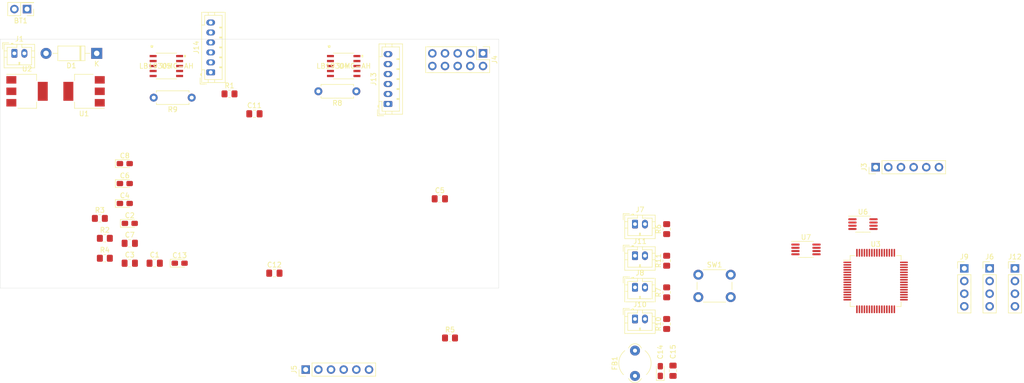
<source format=kicad_pcb>
(kicad_pcb (version 20171130) (host pcbnew 5.1.10)

  (general
    (thickness 1.6)
    (drawings 4)
    (tracks 0)
    (zones 0)
    (modules 48)
    (nets 102)
  )

  (page A4)
  (layers
    (0 F.Cu signal)
    (31 B.Cu signal)
    (32 B.Adhes user)
    (33 F.Adhes user)
    (34 B.Paste user)
    (35 F.Paste user)
    (36 B.SilkS user)
    (37 F.SilkS user)
    (38 B.Mask user)
    (39 F.Mask user)
    (40 Dwgs.User user hide)
    (41 Cmts.User user)
    (42 Eco1.User user)
    (43 Eco2.User user)
    (44 Edge.Cuts user)
    (45 Margin user)
    (46 B.CrtYd user)
    (47 F.CrtYd user)
    (48 B.Fab user hide)
    (49 F.Fab user hide)
  )

  (setup
    (last_trace_width 0.25)
    (trace_clearance 0.2)
    (zone_clearance 0.508)
    (zone_45_only no)
    (trace_min 0.2)
    (via_size 0.8)
    (via_drill 0.4)
    (via_min_size 0.4)
    (via_min_drill 0.3)
    (uvia_size 0.3)
    (uvia_drill 0.1)
    (uvias_allowed no)
    (uvia_min_size 0.2)
    (uvia_min_drill 0.1)
    (edge_width 0.05)
    (segment_width 0.2)
    (pcb_text_width 0.3)
    (pcb_text_size 1.5 1.5)
    (mod_edge_width 0.12)
    (mod_text_size 1 1)
    (mod_text_width 0.15)
    (pad_size 1.524 1.524)
    (pad_drill 0.762)
    (pad_to_mask_clearance 0)
    (aux_axis_origin 0 0)
    (visible_elements FFFFFF7F)
    (pcbplotparams
      (layerselection 0x010fc_ffffffff)
      (usegerberextensions false)
      (usegerberattributes true)
      (usegerberadvancedattributes true)
      (creategerberjobfile true)
      (excludeedgelayer true)
      (linewidth 0.100000)
      (plotframeref false)
      (viasonmask false)
      (mode 1)
      (useauxorigin false)
      (hpglpennumber 1)
      (hpglpenspeed 20)
      (hpglpendiameter 15.000000)
      (psnegative false)
      (psa4output false)
      (plotreference true)
      (plotvalue true)
      (plotinvisibletext false)
      (padsonsilk false)
      (subtractmaskfromsilk false)
      (outputformat 1)
      (mirror false)
      (drillshape 1)
      (scaleselection 1)
      (outputdirectory ""))
  )

  (net 0 "")
  (net 1 "Net-(D1-Pad1)")
  (net 2 GND)
  (net 3 +5V)
  (net 4 +3V3)
  (net 5 +BATT)
  (net 6 /NRST)
  (net 7 /SDA)
  (net 8 /SCL)
  (net 9 /M1N_PWM)
  (net 10 /XSHUT)
  (net 11 /MOSI)
  (net 12 /MISO)
  (net 13 /SCK)
  (net 14 /CS)
  (net 15 /SWCLK)
  (net 16 /SWDIO)
  (net 17 /ECHO3)
  (net 18 /TRIG_US)
  (net 19 /ECHO2)
  (net 20 /ECHO1)
  (net 21 /M2_PWM)
  (net 22 /M2N_PWM)
  (net 23 /LED_C)
  (net 24 /LED_B)
  (net 25 /LED_A)
  (net 26 /PHOTOD)
  (net 27 /M1_PWM)
  (net 28 /PHOTOD4)
  (net 29 /PHOTOD3)
  (net 30 /PHOTOD2)
  (net 31 /PHOTOD1)
  (net 32 "Net-(J5-Pad6)")
  (net 33 "Net-(J5-Pad5)")
  (net 34 "Net-(J5-Pad4)")
  (net 35 "Net-(J5-Pad3)")
  (net 36 "Net-(R8-Pad2)")
  (net 37 "Net-(J13-Pad1)")
  (net 38 "Net-(R9-Pad2)")
  (net 39 "Net-(J14-Pad1)")
  (net 40 "Net-(U4-Pad10)")
  (net 41 "Net-(U4-Pad8)")
  (net 42 "Net-(J13-Pad6)")
  (net 43 "Net-(U4-Pad2)")
  (net 44 "Net-(U5-Pad10)")
  (net 45 "Net-(U5-Pad8)")
  (net 46 "Net-(J14-Pad6)")
  (net 47 "Net-(U5-Pad2)")
  (net 48 "Net-(C9-Pad2)")
  (net 49 "Net-(C10-Pad1)")
  (net 50 "Net-(J2-Pad11)")
  (net 51 "Net-(U3-Pad60)")
  (net 52 "Net-(U3-Pad59)")
  (net 53 "Net-(U3-Pad57)")
  (net 54 "Net-(U3-Pad56)")
  (net 55 "Net-(U3-Pad55)")
  (net 56 "Net-(U3-Pad45)")
  (net 57 "Net-(U3-Pad40)")
  (net 58 "Net-(U3-Pad39)")
  (net 59 "Net-(U3-Pad38)")
  (net 60 "Net-(U3-Pad37)")
  (net 61 "Net-(U3-Pad36)")
  (net 62 "Net-(U3-Pad33)")
  (net 63 "Net-(U3-Pad26)")
  (net 64 "Net-(U3-Pad25)")
  (net 65 "Net-(U3-Pad24)")
  (net 66 "Net-(U3-Pad23)")
  (net 67 "Net-(U3-Pad21)")
  (net 68 "Net-(U3-Pad20)")
  (net 69 "Net-(U3-Pad17)")
  (net 70 "Net-(U3-Pad16)")
  (net 71 "Net-(U3-Pad15)")
  (net 72 "Net-(U3-Pad14)")
  (net 73 "Net-(U3-Pad4)")
  (net 74 "Net-(U3-Pad3)")
  (net 75 "Net-(U3-Pad2)")
  (net 76 VDDA)
  (net 77 /M2_B)
  (net 78 /M2_A)
  (net 79 /M1_B)
  (net 80 /M1_A)
  (net 81 "Net-(J4-Pad10)")
  (net 82 "Net-(J4-Pad9)")
  (net 83 "Net-(J4-Pad8)")
  (net 84 "Net-(J4-Pad7)")
  (net 85 "Net-(J4-Pad1)")
  (net 86 "Net-(U6-Pad8)")
  (net 87 "Net-(U6-Pad7)")
  (net 88 "Net-(U6-Pad6)")
  (net 89 "Net-(U6-Pad5)")
  (net 90 "Net-(U6-Pad4)")
  (net 91 "Net-(U6-Pad3)")
  (net 92 "Net-(U6-Pad2)")
  (net 93 "Net-(U6-Pad1)")
  (net 94 "Net-(U7-Pad8)")
  (net 95 "Net-(U7-Pad7)")
  (net 96 "Net-(U7-Pad6)")
  (net 97 "Net-(U7-Pad5)")
  (net 98 "Net-(U7-Pad4)")
  (net 99 "Net-(U7-Pad3)")
  (net 100 "Net-(U7-Pad2)")
  (net 101 "Net-(U7-Pad1)")

  (net_class Default "This is the default net class."
    (clearance 0.2)
    (trace_width 0.25)
    (via_dia 0.8)
    (via_drill 0.4)
    (uvia_dia 0.3)
    (uvia_drill 0.1)
    (add_net +3V3)
    (add_net +5V)
    (add_net +BATT)
    (add_net /CS)
    (add_net /ECHO1)
    (add_net /ECHO2)
    (add_net /ECHO3)
    (add_net /LED_A)
    (add_net /LED_B)
    (add_net /LED_C)
    (add_net /M1N_PWM)
    (add_net /M1_A)
    (add_net /M1_B)
    (add_net /M1_PWM)
    (add_net /M2N_PWM)
    (add_net /M2_A)
    (add_net /M2_B)
    (add_net /M2_PWM)
    (add_net /MISO)
    (add_net /MOSI)
    (add_net /NRST)
    (add_net /PHOTOD)
    (add_net /PHOTOD1)
    (add_net /PHOTOD2)
    (add_net /PHOTOD3)
    (add_net /PHOTOD4)
    (add_net /SCK)
    (add_net /SCL)
    (add_net /SDA)
    (add_net /SWCLK)
    (add_net /SWDIO)
    (add_net /TRIG_US)
    (add_net /XSHUT)
    (add_net GND)
    (add_net "Net-(C10-Pad1)")
    (add_net "Net-(C9-Pad2)")
    (add_net "Net-(D1-Pad1)")
    (add_net "Net-(J13-Pad1)")
    (add_net "Net-(J13-Pad6)")
    (add_net "Net-(J14-Pad1)")
    (add_net "Net-(J14-Pad6)")
    (add_net "Net-(J2-Pad11)")
    (add_net "Net-(J4-Pad1)")
    (add_net "Net-(J4-Pad10)")
    (add_net "Net-(J4-Pad7)")
    (add_net "Net-(J4-Pad8)")
    (add_net "Net-(J4-Pad9)")
    (add_net "Net-(J5-Pad3)")
    (add_net "Net-(J5-Pad4)")
    (add_net "Net-(J5-Pad5)")
    (add_net "Net-(J5-Pad6)")
    (add_net "Net-(R8-Pad2)")
    (add_net "Net-(R9-Pad2)")
    (add_net "Net-(U3-Pad14)")
    (add_net "Net-(U3-Pad15)")
    (add_net "Net-(U3-Pad16)")
    (add_net "Net-(U3-Pad17)")
    (add_net "Net-(U3-Pad2)")
    (add_net "Net-(U3-Pad20)")
    (add_net "Net-(U3-Pad21)")
    (add_net "Net-(U3-Pad23)")
    (add_net "Net-(U3-Pad24)")
    (add_net "Net-(U3-Pad25)")
    (add_net "Net-(U3-Pad26)")
    (add_net "Net-(U3-Pad3)")
    (add_net "Net-(U3-Pad33)")
    (add_net "Net-(U3-Pad36)")
    (add_net "Net-(U3-Pad37)")
    (add_net "Net-(U3-Pad38)")
    (add_net "Net-(U3-Pad39)")
    (add_net "Net-(U3-Pad4)")
    (add_net "Net-(U3-Pad40)")
    (add_net "Net-(U3-Pad45)")
    (add_net "Net-(U3-Pad55)")
    (add_net "Net-(U3-Pad56)")
    (add_net "Net-(U3-Pad57)")
    (add_net "Net-(U3-Pad59)")
    (add_net "Net-(U3-Pad60)")
    (add_net "Net-(U4-Pad10)")
    (add_net "Net-(U4-Pad2)")
    (add_net "Net-(U4-Pad8)")
    (add_net "Net-(U5-Pad10)")
    (add_net "Net-(U5-Pad2)")
    (add_net "Net-(U5-Pad8)")
    (add_net "Net-(U6-Pad1)")
    (add_net "Net-(U6-Pad2)")
    (add_net "Net-(U6-Pad3)")
    (add_net "Net-(U6-Pad4)")
    (add_net "Net-(U6-Pad5)")
    (add_net "Net-(U6-Pad6)")
    (add_net "Net-(U6-Pad7)")
    (add_net "Net-(U6-Pad8)")
    (add_net "Net-(U7-Pad1)")
    (add_net "Net-(U7-Pad2)")
    (add_net "Net-(U7-Pad3)")
    (add_net "Net-(U7-Pad4)")
    (add_net "Net-(U7-Pad5)")
    (add_net "Net-(U7-Pad6)")
    (add_net "Net-(U7-Pad7)")
    (add_net "Net-(U7-Pad8)")
    (add_net VDDA)
  )

  (module Package_SO:MSOP-8_3x3mm_P0.65mm (layer F.Cu) (tedit 5E509FDD) (tstamp 6170417F)
    (at 181.61 62.23)
    (descr "MSOP, 8 Pin (https://www.jedec.org/system/files/docs/mo-187F.pdf variant AA), generated with kicad-footprint-generator ipc_gullwing_generator.py")
    (tags "MSOP SO")
    (path /617C6A16)
    (attr smd)
    (fp_text reference U7 (at 0 -2.45) (layer F.SilkS)
      (effects (font (size 1 1) (thickness 0.15)))
    )
    (fp_text value MAX40056FAUA+ (at 0 2.45) (layer F.Fab)
      (effects (font (size 1 1) (thickness 0.15)))
    )
    (fp_text user %R (at 0 0) (layer F.Fab)
      (effects (font (size 0.75 0.75) (thickness 0.11)))
    )
    (fp_line (start 0 1.61) (end 1.5 1.61) (layer F.SilkS) (width 0.12))
    (fp_line (start 0 1.61) (end -1.5 1.61) (layer F.SilkS) (width 0.12))
    (fp_line (start 0 -1.61) (end 1.5 -1.61) (layer F.SilkS) (width 0.12))
    (fp_line (start 0 -1.61) (end -2.925 -1.61) (layer F.SilkS) (width 0.12))
    (fp_line (start -0.75 -1.5) (end 1.5 -1.5) (layer F.Fab) (width 0.1))
    (fp_line (start 1.5 -1.5) (end 1.5 1.5) (layer F.Fab) (width 0.1))
    (fp_line (start 1.5 1.5) (end -1.5 1.5) (layer F.Fab) (width 0.1))
    (fp_line (start -1.5 1.5) (end -1.5 -0.75) (layer F.Fab) (width 0.1))
    (fp_line (start -1.5 -0.75) (end -0.75 -1.5) (layer F.Fab) (width 0.1))
    (fp_line (start -3.18 -1.75) (end -3.18 1.75) (layer F.CrtYd) (width 0.05))
    (fp_line (start -3.18 1.75) (end 3.18 1.75) (layer F.CrtYd) (width 0.05))
    (fp_line (start 3.18 1.75) (end 3.18 -1.75) (layer F.CrtYd) (width 0.05))
    (fp_line (start 3.18 -1.75) (end -3.18 -1.75) (layer F.CrtYd) (width 0.05))
    (pad 8 smd roundrect (at 2.1125 -0.975) (size 1.625 0.4) (layers F.Cu F.Paste F.Mask) (roundrect_rratio 0.25)
      (net 94 "Net-(U7-Pad8)"))
    (pad 7 smd roundrect (at 2.1125 -0.325) (size 1.625 0.4) (layers F.Cu F.Paste F.Mask) (roundrect_rratio 0.25)
      (net 95 "Net-(U7-Pad7)"))
    (pad 6 smd roundrect (at 2.1125 0.325) (size 1.625 0.4) (layers F.Cu F.Paste F.Mask) (roundrect_rratio 0.25)
      (net 96 "Net-(U7-Pad6)"))
    (pad 5 smd roundrect (at 2.1125 0.975) (size 1.625 0.4) (layers F.Cu F.Paste F.Mask) (roundrect_rratio 0.25)
      (net 97 "Net-(U7-Pad5)"))
    (pad 4 smd roundrect (at -2.1125 0.975) (size 1.625 0.4) (layers F.Cu F.Paste F.Mask) (roundrect_rratio 0.25)
      (net 98 "Net-(U7-Pad4)"))
    (pad 3 smd roundrect (at -2.1125 0.325) (size 1.625 0.4) (layers F.Cu F.Paste F.Mask) (roundrect_rratio 0.25)
      (net 99 "Net-(U7-Pad3)"))
    (pad 2 smd roundrect (at -2.1125 -0.325) (size 1.625 0.4) (layers F.Cu F.Paste F.Mask) (roundrect_rratio 0.25)
      (net 100 "Net-(U7-Pad2)"))
    (pad 1 smd roundrect (at -2.1125 -0.975) (size 1.625 0.4) (layers F.Cu F.Paste F.Mask) (roundrect_rratio 0.25)
      (net 101 "Net-(U7-Pad1)"))
    (model ${KISYS3DMOD}/Package_SO.3dshapes/MSOP-8_3x3mm_P0.65mm.wrl
      (at (xyz 0 0 0))
      (scale (xyz 1 1 1))
      (rotate (xyz 0 0 0))
    )
  )

  (module Package_SO:MSOP-8_3x3mm_P0.65mm (layer F.Cu) (tedit 5E509FDD) (tstamp 61704165)
    (at 193.04 57.15)
    (descr "MSOP, 8 Pin (https://www.jedec.org/system/files/docs/mo-187F.pdf variant AA), generated with kicad-footprint-generator ipc_gullwing_generator.py")
    (tags "MSOP SO")
    (path /617AB703)
    (attr smd)
    (fp_text reference U6 (at 0 -2.45) (layer F.SilkS)
      (effects (font (size 1 1) (thickness 0.15)))
    )
    (fp_text value MAX40056FAUA+ (at 0 2.45) (layer F.Fab)
      (effects (font (size 1 1) (thickness 0.15)))
    )
    (fp_text user %R (at 0 0) (layer F.Fab)
      (effects (font (size 0.75 0.75) (thickness 0.11)))
    )
    (fp_line (start 0 1.61) (end 1.5 1.61) (layer F.SilkS) (width 0.12))
    (fp_line (start 0 1.61) (end -1.5 1.61) (layer F.SilkS) (width 0.12))
    (fp_line (start 0 -1.61) (end 1.5 -1.61) (layer F.SilkS) (width 0.12))
    (fp_line (start 0 -1.61) (end -2.925 -1.61) (layer F.SilkS) (width 0.12))
    (fp_line (start -0.75 -1.5) (end 1.5 -1.5) (layer F.Fab) (width 0.1))
    (fp_line (start 1.5 -1.5) (end 1.5 1.5) (layer F.Fab) (width 0.1))
    (fp_line (start 1.5 1.5) (end -1.5 1.5) (layer F.Fab) (width 0.1))
    (fp_line (start -1.5 1.5) (end -1.5 -0.75) (layer F.Fab) (width 0.1))
    (fp_line (start -1.5 -0.75) (end -0.75 -1.5) (layer F.Fab) (width 0.1))
    (fp_line (start -3.18 -1.75) (end -3.18 1.75) (layer F.CrtYd) (width 0.05))
    (fp_line (start -3.18 1.75) (end 3.18 1.75) (layer F.CrtYd) (width 0.05))
    (fp_line (start 3.18 1.75) (end 3.18 -1.75) (layer F.CrtYd) (width 0.05))
    (fp_line (start 3.18 -1.75) (end -3.18 -1.75) (layer F.CrtYd) (width 0.05))
    (pad 8 smd roundrect (at 2.1125 -0.975) (size 1.625 0.4) (layers F.Cu F.Paste F.Mask) (roundrect_rratio 0.25)
      (net 86 "Net-(U6-Pad8)"))
    (pad 7 smd roundrect (at 2.1125 -0.325) (size 1.625 0.4) (layers F.Cu F.Paste F.Mask) (roundrect_rratio 0.25)
      (net 87 "Net-(U6-Pad7)"))
    (pad 6 smd roundrect (at 2.1125 0.325) (size 1.625 0.4) (layers F.Cu F.Paste F.Mask) (roundrect_rratio 0.25)
      (net 88 "Net-(U6-Pad6)"))
    (pad 5 smd roundrect (at 2.1125 0.975) (size 1.625 0.4) (layers F.Cu F.Paste F.Mask) (roundrect_rratio 0.25)
      (net 89 "Net-(U6-Pad5)"))
    (pad 4 smd roundrect (at -2.1125 0.975) (size 1.625 0.4) (layers F.Cu F.Paste F.Mask) (roundrect_rratio 0.25)
      (net 90 "Net-(U6-Pad4)"))
    (pad 3 smd roundrect (at -2.1125 0.325) (size 1.625 0.4) (layers F.Cu F.Paste F.Mask) (roundrect_rratio 0.25)
      (net 91 "Net-(U6-Pad3)"))
    (pad 2 smd roundrect (at -2.1125 -0.325) (size 1.625 0.4) (layers F.Cu F.Paste F.Mask) (roundrect_rratio 0.25)
      (net 92 "Net-(U6-Pad2)"))
    (pad 1 smd roundrect (at -2.1125 -0.975) (size 1.625 0.4) (layers F.Cu F.Paste F.Mask) (roundrect_rratio 0.25)
      (net 93 "Net-(U6-Pad1)"))
    (model ${KISYS3DMOD}/Package_SO.3dshapes/MSOP-8_3x3mm_P0.65mm.wrl
      (at (xyz 0 0 0))
      (scale (xyz 1 1 1))
      (rotate (xyz 0 0 0))
    )
  )

  (module Connector_PinHeader_2.54mm:PinHeader_2x01_P2.54mm_Vertical (layer F.Cu) (tedit 59FED5CC) (tstamp 616B07DB)
    (at 25.4 13.97 180)
    (descr "Through hole straight pin header, 2x01, 2.54mm pitch, double rows")
    (tags "Through hole pin header THT 2x01 2.54mm double row")
    (path /61581CF0)
    (fp_text reference BT1 (at 1.27 -2.33) (layer F.SilkS)
      (effects (font (size 1 1) (thickness 0.15)))
    )
    (fp_text value 7.2V (at 1.27 2.33) (layer F.Fab)
      (effects (font (size 1 1) (thickness 0.15)))
    )
    (fp_line (start 4.35 -1.8) (end -1.8 -1.8) (layer F.CrtYd) (width 0.05))
    (fp_line (start 4.35 1.8) (end 4.35 -1.8) (layer F.CrtYd) (width 0.05))
    (fp_line (start -1.8 1.8) (end 4.35 1.8) (layer F.CrtYd) (width 0.05))
    (fp_line (start -1.8 -1.8) (end -1.8 1.8) (layer F.CrtYd) (width 0.05))
    (fp_line (start -1.33 -1.33) (end 0 -1.33) (layer F.SilkS) (width 0.12))
    (fp_line (start -1.33 0) (end -1.33 -1.33) (layer F.SilkS) (width 0.12))
    (fp_line (start 1.27 -1.33) (end 3.87 -1.33) (layer F.SilkS) (width 0.12))
    (fp_line (start 1.27 1.27) (end 1.27 -1.33) (layer F.SilkS) (width 0.12))
    (fp_line (start -1.33 1.27) (end 1.27 1.27) (layer F.SilkS) (width 0.12))
    (fp_line (start 3.87 -1.33) (end 3.87 1.33) (layer F.SilkS) (width 0.12))
    (fp_line (start -1.33 1.27) (end -1.33 1.33) (layer F.SilkS) (width 0.12))
    (fp_line (start -1.33 1.33) (end 3.87 1.33) (layer F.SilkS) (width 0.12))
    (fp_line (start -1.27 0) (end 0 -1.27) (layer F.Fab) (width 0.1))
    (fp_line (start -1.27 1.27) (end -1.27 0) (layer F.Fab) (width 0.1))
    (fp_line (start 3.81 1.27) (end -1.27 1.27) (layer F.Fab) (width 0.1))
    (fp_line (start 3.81 -1.27) (end 3.81 1.27) (layer F.Fab) (width 0.1))
    (fp_line (start 0 -1.27) (end 3.81 -1.27) (layer F.Fab) (width 0.1))
    (fp_text user %R (at 1.27 0 90) (layer F.Fab)
      (effects (font (size 1 1) (thickness 0.15)))
    )
    (pad 2 thru_hole oval (at 2.54 0 180) (size 1.7 1.7) (drill 1) (layers *.Cu *.Mask)
      (net 2 GND))
    (pad 1 thru_hole rect (at 0 0 180) (size 1.7 1.7) (drill 1) (layers *.Cu *.Mask)
      (net 5 +BATT))
    (model ${KISYS3DMOD}/Connector_PinHeader_2.54mm.3dshapes/PinHeader_2x01_P2.54mm_Vertical.wrl
      (at (xyz 0 0 0))
      (scale (xyz 1 1 1))
      (rotate (xyz 0 0 0))
    )
  )

  (module lumos_minima:LB1930MC-AH placed (layer F.Cu) (tedit 0) (tstamp 616AC7E2)
    (at 53.34 25.4)
    (path /615DCE4F)
    (fp_text reference U5 (at 0 0) (layer F.SilkS)
      (effects (font (size 1 1) (thickness 0.15)))
    )
    (fp_text value LB1930MC-AH (at 0 0) (layer F.SilkS)
      (effects (font (size 1 1) (thickness 0.15)))
    )
    (fp_line (start -2.2098 2.4826) (end -3.6068 2.4826) (layer F.CrtYd) (width 0.05))
    (fp_line (start -2.2098 2.7051) (end -2.2098 2.4826) (layer F.CrtYd) (width 0.05))
    (fp_line (start 2.2098 2.7051) (end -2.2098 2.7051) (layer F.CrtYd) (width 0.05))
    (fp_line (start 2.2098 2.4826) (end 2.2098 2.7051) (layer F.CrtYd) (width 0.05))
    (fp_line (start 3.6068 2.4826) (end 2.2098 2.4826) (layer F.CrtYd) (width 0.05))
    (fp_line (start 3.6068 -2.4826) (end 3.6068 2.4826) (layer F.CrtYd) (width 0.05))
    (fp_line (start 2.2098 -2.4826) (end 3.6068 -2.4826) (layer F.CrtYd) (width 0.05))
    (fp_line (start 2.2098 -2.7051) (end 2.2098 -2.4826) (layer F.CrtYd) (width 0.05))
    (fp_line (start -2.2098 -2.7051) (end 2.2098 -2.7051) (layer F.CrtYd) (width 0.05))
    (fp_line (start -2.2098 -2.4826) (end -2.2098 -2.7051) (layer F.CrtYd) (width 0.05))
    (fp_line (start -3.6068 -2.4826) (end -2.2098 -2.4826) (layer F.CrtYd) (width 0.05))
    (fp_line (start -3.6068 2.4826) (end -3.6068 -2.4826) (layer F.CrtYd) (width 0.05))
    (fp_poly (pts (xy 3.8608 -2.190501) (xy 3.8608 -1.809501) (xy 3.6068 -1.809501) (xy 3.6068 -2.190501)) (layer F.SilkS) (width 0.1))
    (fp_line (start -1.9558 -2.4511) (end -1.9558 2.4511) (layer F.Fab) (width 0.1))
    (fp_line (start 1.9558 -2.4511) (end -1.9558 -2.4511) (layer F.Fab) (width 0.1))
    (fp_line (start 1.9558 2.4511) (end 1.9558 -2.4511) (layer F.Fab) (width 0.1))
    (fp_line (start -1.9558 2.4511) (end 1.9558 2.4511) (layer F.Fab) (width 0.1))
    (fp_line (start 2.0828 -2.5781) (end -2.0828 -2.5781) (layer F.SilkS) (width 0.12))
    (fp_line (start -2.0828 2.5781) (end 2.0828 2.5781) (layer F.SilkS) (width 0.12))
    (fp_line (start 2.9972 -2.2032) (end 1.9558 -2.2032) (layer F.Fab) (width 0.1))
    (fp_line (start 2.9972 -1.7968) (end 2.9972 -2.2032) (layer F.Fab) (width 0.1))
    (fp_line (start 1.9558 -1.7968) (end 2.9972 -1.7968) (layer F.Fab) (width 0.1))
    (fp_line (start 1.9558 -2.2032) (end 1.9558 -1.7968) (layer F.Fab) (width 0.1))
    (fp_line (start 2.9972 -1.2032) (end 1.9558 -1.2032) (layer F.Fab) (width 0.1))
    (fp_line (start 2.9972 -0.7968) (end 2.9972 -1.2032) (layer F.Fab) (width 0.1))
    (fp_line (start 1.9558 -0.7968) (end 2.9972 -0.7968) (layer F.Fab) (width 0.1))
    (fp_line (start 1.9558 -1.2032) (end 1.9558 -0.7968) (layer F.Fab) (width 0.1))
    (fp_line (start 2.9972 -0.2032) (end 1.9558 -0.2032) (layer F.Fab) (width 0.1))
    (fp_line (start 2.9972 0.2032) (end 2.9972 -0.2032) (layer F.Fab) (width 0.1))
    (fp_line (start 1.9558 0.2032) (end 2.9972 0.2032) (layer F.Fab) (width 0.1))
    (fp_line (start 1.9558 -0.2032) (end 1.9558 0.2032) (layer F.Fab) (width 0.1))
    (fp_line (start 2.9972 0.7968) (end 1.9558 0.7968) (layer F.Fab) (width 0.1))
    (fp_line (start 2.9972 1.2032) (end 2.9972 0.7968) (layer F.Fab) (width 0.1))
    (fp_line (start 1.9558 1.2032) (end 2.9972 1.2032) (layer F.Fab) (width 0.1))
    (fp_line (start 1.9558 0.7968) (end 1.9558 1.2032) (layer F.Fab) (width 0.1))
    (fp_line (start 2.9972 1.7968) (end 1.9558 1.7968) (layer F.Fab) (width 0.1))
    (fp_line (start 2.9972 2.2032) (end 2.9972 1.7968) (layer F.Fab) (width 0.1))
    (fp_line (start 1.9558 2.2032) (end 2.9972 2.2032) (layer F.Fab) (width 0.1))
    (fp_line (start 1.9558 1.7968) (end 1.9558 2.2032) (layer F.Fab) (width 0.1))
    (fp_line (start -2.9972 2.2032) (end -1.9558 2.2032) (layer F.Fab) (width 0.1))
    (fp_line (start -2.9972 1.7968) (end -2.9972 2.2032) (layer F.Fab) (width 0.1))
    (fp_line (start -1.9558 1.7968) (end -2.9972 1.7968) (layer F.Fab) (width 0.1))
    (fp_line (start -1.9558 2.2032) (end -1.9558 1.7968) (layer F.Fab) (width 0.1))
    (fp_line (start -2.9972 1.2032) (end -1.9558 1.2032) (layer F.Fab) (width 0.1))
    (fp_line (start -2.9972 0.7968) (end -2.9972 1.2032) (layer F.Fab) (width 0.1))
    (fp_line (start -1.9558 0.7968) (end -2.9972 0.7968) (layer F.Fab) (width 0.1))
    (fp_line (start -1.9558 1.2032) (end -1.9558 0.7968) (layer F.Fab) (width 0.1))
    (fp_line (start -2.9972 0.2032) (end -1.9558 0.2032) (layer F.Fab) (width 0.1))
    (fp_line (start -2.9972 -0.2032) (end -2.9972 0.2032) (layer F.Fab) (width 0.1))
    (fp_line (start -1.9558 -0.2032) (end -2.9972 -0.2032) (layer F.Fab) (width 0.1))
    (fp_line (start -1.9558 0.2032) (end -1.9558 -0.2032) (layer F.Fab) (width 0.1))
    (fp_line (start -2.9972 -0.7968) (end -1.9558 -0.7968) (layer F.Fab) (width 0.1))
    (fp_line (start -2.9972 -1.2032) (end -2.9972 -0.7968) (layer F.Fab) (width 0.1))
    (fp_line (start -1.9558 -1.2032) (end -2.9972 -1.2032) (layer F.Fab) (width 0.1))
    (fp_line (start -1.9558 -0.7968) (end -1.9558 -1.2032) (layer F.Fab) (width 0.1))
    (fp_line (start -2.9972 -1.7968) (end -1.9558 -1.7968) (layer F.Fab) (width 0.1))
    (fp_line (start -2.9972 -2.2032) (end -2.9972 -1.7968) (layer F.Fab) (width 0.1))
    (fp_line (start -1.9558 -2.2032) (end -2.9972 -2.2032) (layer F.Fab) (width 0.1))
    (fp_line (start -1.9558 -1.7968) (end -1.9558 -2.2032) (layer F.Fab) (width 0.1))
    (fp_arc (start 0 -2.4511) (end -0.3048 -2.4511) (angle -180) (layer F.Fab) (width 0.1))
    (fp_arc (start 0 -2.4511) (end -0.325967 -2.4511) (angle -180) (layer F.CrtYd) (width 0.05))
    (fp_text user * (at -1.5748 -2.3749) (layer F.Fab)
      (effects (font (size 1 1) (thickness 0.15)))
    )
    (fp_text user * (at -2.9083 -3.6002) (layer F.SilkS)
      (effects (font (size 1 1) (thickness 0.15)))
    )
    (fp_text user 0.055in/1.397mm (at -2.6543 4.8641) (layer Dwgs.User)
      (effects (font (size 1 1) (thickness 0.15)))
    )
    (fp_text user 0.209in/5.309mm (at 0 -4.8641) (layer Dwgs.User)
      (effects (font (size 1 1) (thickness 0.15)))
    )
    (fp_text user 0.018in/0.457mm (at 5.7023 -2) (layer Dwgs.User)
      (effects (font (size 1 1) (thickness 0.15)))
    )
    (fp_text user 0.039in/1mm (at -5.7023 -1.5) (layer Dwgs.User)
      (effects (font (size 1 1) (thickness 0.15)))
    )
    (fp_text user * (at -1.5748 -2.3749) (layer F.Fab)
      (effects (font (size 1 1) (thickness 0.15)))
    )
    (fp_text user * (at -2.9083 -3.6002) (layer F.SilkS)
      (effects (font (size 1 1) (thickness 0.15)))
    )
    (fp_text user "Copyright 2021 Accelerated Designs. All rights reserved." (at 0 0) (layer Cmts.User)
      (effects (font (size 0.127 0.127) (thickness 0.002)))
    )
    (pad 10 smd rect (at 2.6543 -2.000001) (size 1.397 0.4572) (layers F.Cu F.Paste F.Mask)
      (net 44 "Net-(U5-Pad10)"))
    (pad 9 smd rect (at 2.6543 -1.000001) (size 1.397 0.4572) (layers F.Cu F.Paste F.Mask)
      (net 38 "Net-(R9-Pad2)"))
    (pad 8 smd rect (at 2.6543 0) (size 1.397 0.4572) (layers F.Cu F.Paste F.Mask)
      (net 45 "Net-(U5-Pad8)"))
    (pad 7 smd rect (at 2.6543 1.000001) (size 1.397 0.4572) (layers F.Cu F.Paste F.Mask)
      (net 46 "Net-(J14-Pad6)"))
    (pad 6 smd rect (at 2.6543 2.000001) (size 1.397 0.4572) (layers F.Cu F.Paste F.Mask)
      (net 2 GND))
    (pad 5 smd rect (at -2.6543 2.000001) (size 1.397 0.4572) (layers F.Cu F.Paste F.Mask)
      (net 2 GND))
    (pad 4 smd rect (at -2.6543 1.000001) (size 1.397 0.4572) (layers F.Cu F.Paste F.Mask)
      (net 9 /M1N_PWM))
    (pad 3 smd rect (at -2.6543 0) (size 1.397 0.4572) (layers F.Cu F.Paste F.Mask)
      (net 27 /M1_PWM))
    (pad 2 smd rect (at -2.6543 -1.000001) (size 1.397 0.4572) (layers F.Cu F.Paste F.Mask)
      (net 47 "Net-(U5-Pad2)"))
    (pad 1 smd rect (at -2.6543 -2.000001) (size 1.397 0.4572) (layers F.Cu F.Paste F.Mask)
      (net 5 +BATT))
  )

  (module lumos_minima:LB1930MC-AH placed (layer F.Cu) (tedit 0) (tstamp 616AC78E)
    (at 88.9 25.4)
    (path /618BA63D)
    (fp_text reference U4 (at 0 0) (layer F.SilkS)
      (effects (font (size 1 1) (thickness 0.15)))
    )
    (fp_text value LB1930MC-AH (at 0 0) (layer F.SilkS)
      (effects (font (size 1 1) (thickness 0.15)))
    )
    (fp_line (start -2.2098 2.4826) (end -3.6068 2.4826) (layer F.CrtYd) (width 0.05))
    (fp_line (start -2.2098 2.7051) (end -2.2098 2.4826) (layer F.CrtYd) (width 0.05))
    (fp_line (start 2.2098 2.7051) (end -2.2098 2.7051) (layer F.CrtYd) (width 0.05))
    (fp_line (start 2.2098 2.4826) (end 2.2098 2.7051) (layer F.CrtYd) (width 0.05))
    (fp_line (start 3.6068 2.4826) (end 2.2098 2.4826) (layer F.CrtYd) (width 0.05))
    (fp_line (start 3.6068 -2.4826) (end 3.6068 2.4826) (layer F.CrtYd) (width 0.05))
    (fp_line (start 2.2098 -2.4826) (end 3.6068 -2.4826) (layer F.CrtYd) (width 0.05))
    (fp_line (start 2.2098 -2.7051) (end 2.2098 -2.4826) (layer F.CrtYd) (width 0.05))
    (fp_line (start -2.2098 -2.7051) (end 2.2098 -2.7051) (layer F.CrtYd) (width 0.05))
    (fp_line (start -2.2098 -2.4826) (end -2.2098 -2.7051) (layer F.CrtYd) (width 0.05))
    (fp_line (start -3.6068 -2.4826) (end -2.2098 -2.4826) (layer F.CrtYd) (width 0.05))
    (fp_line (start -3.6068 2.4826) (end -3.6068 -2.4826) (layer F.CrtYd) (width 0.05))
    (fp_poly (pts (xy 3.8608 -2.190501) (xy 3.8608 -1.809501) (xy 3.6068 -1.809501) (xy 3.6068 -2.190501)) (layer F.SilkS) (width 0.1))
    (fp_line (start -1.9558 -2.4511) (end -1.9558 2.4511) (layer F.Fab) (width 0.1))
    (fp_line (start 1.9558 -2.4511) (end -1.9558 -2.4511) (layer F.Fab) (width 0.1))
    (fp_line (start 1.9558 2.4511) (end 1.9558 -2.4511) (layer F.Fab) (width 0.1))
    (fp_line (start -1.9558 2.4511) (end 1.9558 2.4511) (layer F.Fab) (width 0.1))
    (fp_line (start 2.0828 -2.5781) (end -2.0828 -2.5781) (layer F.SilkS) (width 0.12))
    (fp_line (start -2.0828 2.5781) (end 2.0828 2.5781) (layer F.SilkS) (width 0.12))
    (fp_line (start 2.9972 -2.2032) (end 1.9558 -2.2032) (layer F.Fab) (width 0.1))
    (fp_line (start 2.9972 -1.7968) (end 2.9972 -2.2032) (layer F.Fab) (width 0.1))
    (fp_line (start 1.9558 -1.7968) (end 2.9972 -1.7968) (layer F.Fab) (width 0.1))
    (fp_line (start 1.9558 -2.2032) (end 1.9558 -1.7968) (layer F.Fab) (width 0.1))
    (fp_line (start 2.9972 -1.2032) (end 1.9558 -1.2032) (layer F.Fab) (width 0.1))
    (fp_line (start 2.9972 -0.7968) (end 2.9972 -1.2032) (layer F.Fab) (width 0.1))
    (fp_line (start 1.9558 -0.7968) (end 2.9972 -0.7968) (layer F.Fab) (width 0.1))
    (fp_line (start 1.9558 -1.2032) (end 1.9558 -0.7968) (layer F.Fab) (width 0.1))
    (fp_line (start 2.9972 -0.2032) (end 1.9558 -0.2032) (layer F.Fab) (width 0.1))
    (fp_line (start 2.9972 0.2032) (end 2.9972 -0.2032) (layer F.Fab) (width 0.1))
    (fp_line (start 1.9558 0.2032) (end 2.9972 0.2032) (layer F.Fab) (width 0.1))
    (fp_line (start 1.9558 -0.2032) (end 1.9558 0.2032) (layer F.Fab) (width 0.1))
    (fp_line (start 2.9972 0.7968) (end 1.9558 0.7968) (layer F.Fab) (width 0.1))
    (fp_line (start 2.9972 1.2032) (end 2.9972 0.7968) (layer F.Fab) (width 0.1))
    (fp_line (start 1.9558 1.2032) (end 2.9972 1.2032) (layer F.Fab) (width 0.1))
    (fp_line (start 1.9558 0.7968) (end 1.9558 1.2032) (layer F.Fab) (width 0.1))
    (fp_line (start 2.9972 1.7968) (end 1.9558 1.7968) (layer F.Fab) (width 0.1))
    (fp_line (start 2.9972 2.2032) (end 2.9972 1.7968) (layer F.Fab) (width 0.1))
    (fp_line (start 1.9558 2.2032) (end 2.9972 2.2032) (layer F.Fab) (width 0.1))
    (fp_line (start 1.9558 1.7968) (end 1.9558 2.2032) (layer F.Fab) (width 0.1))
    (fp_line (start -2.9972 2.2032) (end -1.9558 2.2032) (layer F.Fab) (width 0.1))
    (fp_line (start -2.9972 1.7968) (end -2.9972 2.2032) (layer F.Fab) (width 0.1))
    (fp_line (start -1.9558 1.7968) (end -2.9972 1.7968) (layer F.Fab) (width 0.1))
    (fp_line (start -1.9558 2.2032) (end -1.9558 1.7968) (layer F.Fab) (width 0.1))
    (fp_line (start -2.9972 1.2032) (end -1.9558 1.2032) (layer F.Fab) (width 0.1))
    (fp_line (start -2.9972 0.7968) (end -2.9972 1.2032) (layer F.Fab) (width 0.1))
    (fp_line (start -1.9558 0.7968) (end -2.9972 0.7968) (layer F.Fab) (width 0.1))
    (fp_line (start -1.9558 1.2032) (end -1.9558 0.7968) (layer F.Fab) (width 0.1))
    (fp_line (start -2.9972 0.2032) (end -1.9558 0.2032) (layer F.Fab) (width 0.1))
    (fp_line (start -2.9972 -0.2032) (end -2.9972 0.2032) (layer F.Fab) (width 0.1))
    (fp_line (start -1.9558 -0.2032) (end -2.9972 -0.2032) (layer F.Fab) (width 0.1))
    (fp_line (start -1.9558 0.2032) (end -1.9558 -0.2032) (layer F.Fab) (width 0.1))
    (fp_line (start -2.9972 -0.7968) (end -1.9558 -0.7968) (layer F.Fab) (width 0.1))
    (fp_line (start -2.9972 -1.2032) (end -2.9972 -0.7968) (layer F.Fab) (width 0.1))
    (fp_line (start -1.9558 -1.2032) (end -2.9972 -1.2032) (layer F.Fab) (width 0.1))
    (fp_line (start -1.9558 -0.7968) (end -1.9558 -1.2032) (layer F.Fab) (width 0.1))
    (fp_line (start -2.9972 -1.7968) (end -1.9558 -1.7968) (layer F.Fab) (width 0.1))
    (fp_line (start -2.9972 -2.2032) (end -2.9972 -1.7968) (layer F.Fab) (width 0.1))
    (fp_line (start -1.9558 -2.2032) (end -2.9972 -2.2032) (layer F.Fab) (width 0.1))
    (fp_line (start -1.9558 -1.7968) (end -1.9558 -2.2032) (layer F.Fab) (width 0.1))
    (fp_arc (start 0 -2.4511) (end -0.3048 -2.4511) (angle -180) (layer F.Fab) (width 0.1))
    (fp_arc (start 0 -2.4511) (end -0.325967 -2.4511) (angle -180) (layer F.CrtYd) (width 0.05))
    (fp_text user * (at -1.5748 -2.3749) (layer F.Fab)
      (effects (font (size 1 1) (thickness 0.15)))
    )
    (fp_text user * (at -2.9083 -3.6002) (layer F.SilkS)
      (effects (font (size 1 1) (thickness 0.15)))
    )
    (fp_text user 0.055in/1.397mm (at -2.6543 4.8641) (layer Dwgs.User)
      (effects (font (size 1 1) (thickness 0.15)))
    )
    (fp_text user 0.209in/5.309mm (at 0 -4.8641) (layer Dwgs.User)
      (effects (font (size 1 1) (thickness 0.15)))
    )
    (fp_text user 0.018in/0.457mm (at 5.7023 -2) (layer Dwgs.User)
      (effects (font (size 1 1) (thickness 0.15)))
    )
    (fp_text user 0.039in/1mm (at -5.7023 -1.5) (layer Dwgs.User)
      (effects (font (size 1 1) (thickness 0.15)))
    )
    (fp_text user * (at -1.5748 -2.3749) (layer F.Fab)
      (effects (font (size 1 1) (thickness 0.15)))
    )
    (fp_text user * (at -2.9083 -3.6002) (layer F.SilkS)
      (effects (font (size 1 1) (thickness 0.15)))
    )
    (fp_text user "Copyright 2021 Accelerated Designs. All rights reserved." (at 0 0) (layer Cmts.User)
      (effects (font (size 0.127 0.127) (thickness 0.002)))
    )
    (pad 10 smd rect (at 2.6543 -2.000001) (size 1.397 0.4572) (layers F.Cu F.Paste F.Mask)
      (net 40 "Net-(U4-Pad10)"))
    (pad 9 smd rect (at 2.6543 -1.000001) (size 1.397 0.4572) (layers F.Cu F.Paste F.Mask)
      (net 36 "Net-(R8-Pad2)"))
    (pad 8 smd rect (at 2.6543 0) (size 1.397 0.4572) (layers F.Cu F.Paste F.Mask)
      (net 41 "Net-(U4-Pad8)"))
    (pad 7 smd rect (at 2.6543 1.000001) (size 1.397 0.4572) (layers F.Cu F.Paste F.Mask)
      (net 42 "Net-(J13-Pad6)"))
    (pad 6 smd rect (at 2.6543 2.000001) (size 1.397 0.4572) (layers F.Cu F.Paste F.Mask)
      (net 2 GND))
    (pad 5 smd rect (at -2.6543 2.000001) (size 1.397 0.4572) (layers F.Cu F.Paste F.Mask)
      (net 2 GND))
    (pad 4 smd rect (at -2.6543 1.000001) (size 1.397 0.4572) (layers F.Cu F.Paste F.Mask)
      (net 22 /M2N_PWM))
    (pad 3 smd rect (at -2.6543 0) (size 1.397 0.4572) (layers F.Cu F.Paste F.Mask)
      (net 21 /M2_PWM))
    (pad 2 smd rect (at -2.6543 -1.000001) (size 1.397 0.4572) (layers F.Cu F.Paste F.Mask)
      (net 43 "Net-(U4-Pad2)"))
    (pad 1 smd rect (at -2.6543 -2.000001) (size 1.397 0.4572) (layers F.Cu F.Paste F.Mask)
      (net 5 +BATT))
  )

  (module Package_QFP:LQFP-64_10x10mm_P0.5mm placed (layer F.Cu) (tedit 5D9F72AF) (tstamp 616AC73A)
    (at 195.58 68.58)
    (descr "LQFP, 64 Pin (https://www.analog.com/media/en/technical-documentation/data-sheets/ad7606_7606-6_7606-4.pdf), generated with kicad-footprint-generator ipc_gullwing_generator.py")
    (tags "LQFP QFP")
    (path /61570DC1)
    (attr smd)
    (fp_text reference U3 (at 0 -7.4) (layer F.SilkS)
      (effects (font (size 1 1) (thickness 0.15)))
    )
    (fp_text value STM32L451RETx (at 0 7.4) (layer F.Fab)
      (effects (font (size 1 1) (thickness 0.15)))
    )
    (fp_line (start 6.7 4.15) (end 6.7 0) (layer F.CrtYd) (width 0.05))
    (fp_line (start 5.25 4.15) (end 6.7 4.15) (layer F.CrtYd) (width 0.05))
    (fp_line (start 5.25 5.25) (end 5.25 4.15) (layer F.CrtYd) (width 0.05))
    (fp_line (start 4.15 5.25) (end 5.25 5.25) (layer F.CrtYd) (width 0.05))
    (fp_line (start 4.15 6.7) (end 4.15 5.25) (layer F.CrtYd) (width 0.05))
    (fp_line (start 0 6.7) (end 4.15 6.7) (layer F.CrtYd) (width 0.05))
    (fp_line (start -6.7 4.15) (end -6.7 0) (layer F.CrtYd) (width 0.05))
    (fp_line (start -5.25 4.15) (end -6.7 4.15) (layer F.CrtYd) (width 0.05))
    (fp_line (start -5.25 5.25) (end -5.25 4.15) (layer F.CrtYd) (width 0.05))
    (fp_line (start -4.15 5.25) (end -5.25 5.25) (layer F.CrtYd) (width 0.05))
    (fp_line (start -4.15 6.7) (end -4.15 5.25) (layer F.CrtYd) (width 0.05))
    (fp_line (start 0 6.7) (end -4.15 6.7) (layer F.CrtYd) (width 0.05))
    (fp_line (start 6.7 -4.15) (end 6.7 0) (layer F.CrtYd) (width 0.05))
    (fp_line (start 5.25 -4.15) (end 6.7 -4.15) (layer F.CrtYd) (width 0.05))
    (fp_line (start 5.25 -5.25) (end 5.25 -4.15) (layer F.CrtYd) (width 0.05))
    (fp_line (start 4.15 -5.25) (end 5.25 -5.25) (layer F.CrtYd) (width 0.05))
    (fp_line (start 4.15 -6.7) (end 4.15 -5.25) (layer F.CrtYd) (width 0.05))
    (fp_line (start 0 -6.7) (end 4.15 -6.7) (layer F.CrtYd) (width 0.05))
    (fp_line (start -6.7 -4.15) (end -6.7 0) (layer F.CrtYd) (width 0.05))
    (fp_line (start -5.25 -4.15) (end -6.7 -4.15) (layer F.CrtYd) (width 0.05))
    (fp_line (start -5.25 -5.25) (end -5.25 -4.15) (layer F.CrtYd) (width 0.05))
    (fp_line (start -4.15 -5.25) (end -5.25 -5.25) (layer F.CrtYd) (width 0.05))
    (fp_line (start -4.15 -6.7) (end -4.15 -5.25) (layer F.CrtYd) (width 0.05))
    (fp_line (start 0 -6.7) (end -4.15 -6.7) (layer F.CrtYd) (width 0.05))
    (fp_line (start -5 -4) (end -4 -5) (layer F.Fab) (width 0.1))
    (fp_line (start -5 5) (end -5 -4) (layer F.Fab) (width 0.1))
    (fp_line (start 5 5) (end -5 5) (layer F.Fab) (width 0.1))
    (fp_line (start 5 -5) (end 5 5) (layer F.Fab) (width 0.1))
    (fp_line (start -4 -5) (end 5 -5) (layer F.Fab) (width 0.1))
    (fp_line (start -5.11 -4.16) (end -6.45 -4.16) (layer F.SilkS) (width 0.12))
    (fp_line (start -5.11 -5.11) (end -5.11 -4.16) (layer F.SilkS) (width 0.12))
    (fp_line (start -4.16 -5.11) (end -5.11 -5.11) (layer F.SilkS) (width 0.12))
    (fp_line (start 5.11 -5.11) (end 5.11 -4.16) (layer F.SilkS) (width 0.12))
    (fp_line (start 4.16 -5.11) (end 5.11 -5.11) (layer F.SilkS) (width 0.12))
    (fp_line (start -5.11 5.11) (end -5.11 4.16) (layer F.SilkS) (width 0.12))
    (fp_line (start -4.16 5.11) (end -5.11 5.11) (layer F.SilkS) (width 0.12))
    (fp_line (start 5.11 5.11) (end 5.11 4.16) (layer F.SilkS) (width 0.12))
    (fp_line (start 4.16 5.11) (end 5.11 5.11) (layer F.SilkS) (width 0.12))
    (fp_text user %R (at 0 0) (layer F.Fab)
      (effects (font (size 1 1) (thickness 0.15)))
    )
    (pad 64 smd roundrect (at -3.75 -5.675) (size 0.3 1.55) (layers F.Cu F.Paste F.Mask) (roundrect_rratio 0.25)
      (net 4 +3V3))
    (pad 63 smd roundrect (at -3.25 -5.675) (size 0.3 1.55) (layers F.Cu F.Paste F.Mask) (roundrect_rratio 0.25)
      (net 2 GND))
    (pad 62 smd roundrect (at -2.75 -5.675) (size 0.3 1.55) (layers F.Cu F.Paste F.Mask) (roundrect_rratio 0.25)
      (net 7 /SDA))
    (pad 61 smd roundrect (at -2.25 -5.675) (size 0.3 1.55) (layers F.Cu F.Paste F.Mask) (roundrect_rratio 0.25)
      (net 8 /SCL))
    (pad 60 smd roundrect (at -1.75 -5.675) (size 0.3 1.55) (layers F.Cu F.Paste F.Mask) (roundrect_rratio 0.25)
      (net 51 "Net-(U3-Pad60)"))
    (pad 59 smd roundrect (at -1.25 -5.675) (size 0.3 1.55) (layers F.Cu F.Paste F.Mask) (roundrect_rratio 0.25)
      (net 52 "Net-(U3-Pad59)"))
    (pad 58 smd roundrect (at -0.75 -5.675) (size 0.3 1.55) (layers F.Cu F.Paste F.Mask) (roundrect_rratio 0.25)
      (net 9 /M1N_PWM))
    (pad 57 smd roundrect (at -0.25 -5.675) (size 0.3 1.55) (layers F.Cu F.Paste F.Mask) (roundrect_rratio 0.25)
      (net 53 "Net-(U3-Pad57)"))
    (pad 56 smd roundrect (at 0.25 -5.675) (size 0.3 1.55) (layers F.Cu F.Paste F.Mask) (roundrect_rratio 0.25)
      (net 54 "Net-(U3-Pad56)"))
    (pad 55 smd roundrect (at 0.75 -5.675) (size 0.3 1.55) (layers F.Cu F.Paste F.Mask) (roundrect_rratio 0.25)
      (net 55 "Net-(U3-Pad55)"))
    (pad 54 smd roundrect (at 1.25 -5.675) (size 0.3 1.55) (layers F.Cu F.Paste F.Mask) (roundrect_rratio 0.25)
      (net 10 /XSHUT))
    (pad 53 smd roundrect (at 1.75 -5.675) (size 0.3 1.55) (layers F.Cu F.Paste F.Mask) (roundrect_rratio 0.25)
      (net 11 /MOSI))
    (pad 52 smd roundrect (at 2.25 -5.675) (size 0.3 1.55) (layers F.Cu F.Paste F.Mask) (roundrect_rratio 0.25)
      (net 12 /MISO))
    (pad 51 smd roundrect (at 2.75 -5.675) (size 0.3 1.55) (layers F.Cu F.Paste F.Mask) (roundrect_rratio 0.25)
      (net 13 /SCK))
    (pad 50 smd roundrect (at 3.25 -5.675) (size 0.3 1.55) (layers F.Cu F.Paste F.Mask) (roundrect_rratio 0.25)
      (net 14 /CS))
    (pad 49 smd roundrect (at 3.75 -5.675) (size 0.3 1.55) (layers F.Cu F.Paste F.Mask) (roundrect_rratio 0.25)
      (net 15 /SWCLK))
    (pad 48 smd roundrect (at 5.675 -3.75) (size 1.55 0.3) (layers F.Cu F.Paste F.Mask) (roundrect_rratio 0.25)
      (net 4 +3V3))
    (pad 47 smd roundrect (at 5.675 -3.25) (size 1.55 0.3) (layers F.Cu F.Paste F.Mask) (roundrect_rratio 0.25)
      (net 2 GND))
    (pad 46 smd roundrect (at 5.675 -2.75) (size 1.55 0.3) (layers F.Cu F.Paste F.Mask) (roundrect_rratio 0.25)
      (net 16 /SWDIO))
    (pad 45 smd roundrect (at 5.675 -2.25) (size 1.55 0.3) (layers F.Cu F.Paste F.Mask) (roundrect_rratio 0.25)
      (net 56 "Net-(U3-Pad45)"))
    (pad 44 smd roundrect (at 5.675 -1.75) (size 1.55 0.3) (layers F.Cu F.Paste F.Mask) (roundrect_rratio 0.25)
      (net 17 /ECHO3))
    (pad 43 smd roundrect (at 5.675 -1.25) (size 1.55 0.3) (layers F.Cu F.Paste F.Mask) (roundrect_rratio 0.25)
      (net 18 /TRIG_US))
    (pad 42 smd roundrect (at 5.675 -0.75) (size 1.55 0.3) (layers F.Cu F.Paste F.Mask) (roundrect_rratio 0.25)
      (net 19 /ECHO2))
    (pad 41 smd roundrect (at 5.675 -0.25) (size 1.55 0.3) (layers F.Cu F.Paste F.Mask) (roundrect_rratio 0.25)
      (net 20 /ECHO1))
    (pad 40 smd roundrect (at 5.675 0.25) (size 1.55 0.3) (layers F.Cu F.Paste F.Mask) (roundrect_rratio 0.25)
      (net 57 "Net-(U3-Pad40)"))
    (pad 39 smd roundrect (at 5.675 0.75) (size 1.55 0.3) (layers F.Cu F.Paste F.Mask) (roundrect_rratio 0.25)
      (net 58 "Net-(U3-Pad39)"))
    (pad 38 smd roundrect (at 5.675 1.25) (size 1.55 0.3) (layers F.Cu F.Paste F.Mask) (roundrect_rratio 0.25)
      (net 59 "Net-(U3-Pad38)"))
    (pad 37 smd roundrect (at 5.675 1.75) (size 1.55 0.3) (layers F.Cu F.Paste F.Mask) (roundrect_rratio 0.25)
      (net 60 "Net-(U3-Pad37)"))
    (pad 36 smd roundrect (at 5.675 2.25) (size 1.55 0.3) (layers F.Cu F.Paste F.Mask) (roundrect_rratio 0.25)
      (net 61 "Net-(U3-Pad36)"))
    (pad 35 smd roundrect (at 5.675 2.75) (size 1.55 0.3) (layers F.Cu F.Paste F.Mask) (roundrect_rratio 0.25)
      (net 21 /M2_PWM))
    (pad 34 smd roundrect (at 5.675 3.25) (size 1.55 0.3) (layers F.Cu F.Paste F.Mask) (roundrect_rratio 0.25)
      (net 22 /M2N_PWM))
    (pad 33 smd roundrect (at 5.675 3.75) (size 1.55 0.3) (layers F.Cu F.Paste F.Mask) (roundrect_rratio 0.25)
      (net 62 "Net-(U3-Pad33)"))
    (pad 32 smd roundrect (at 3.75 5.675) (size 0.3 1.55) (layers F.Cu F.Paste F.Mask) (roundrect_rratio 0.25)
      (net 4 +3V3))
    (pad 31 smd roundrect (at 3.25 5.675) (size 0.3 1.55) (layers F.Cu F.Paste F.Mask) (roundrect_rratio 0.25)
      (net 2 GND))
    (pad 30 smd roundrect (at 2.75 5.675) (size 0.3 1.55) (layers F.Cu F.Paste F.Mask) (roundrect_rratio 0.25)
      (net 23 /LED_C))
    (pad 29 smd roundrect (at 2.25 5.675) (size 0.3 1.55) (layers F.Cu F.Paste F.Mask) (roundrect_rratio 0.25)
      (net 24 /LED_B))
    (pad 28 smd roundrect (at 1.75 5.675) (size 0.3 1.55) (layers F.Cu F.Paste F.Mask) (roundrect_rratio 0.25)
      (net 25 /LED_A))
    (pad 27 smd roundrect (at 1.25 5.675) (size 0.3 1.55) (layers F.Cu F.Paste F.Mask) (roundrect_rratio 0.25)
      (net 26 /PHOTOD))
    (pad 26 smd roundrect (at 0.75 5.675) (size 0.3 1.55) (layers F.Cu F.Paste F.Mask) (roundrect_rratio 0.25)
      (net 63 "Net-(U3-Pad26)"))
    (pad 25 smd roundrect (at 0.25 5.675) (size 0.3 1.55) (layers F.Cu F.Paste F.Mask) (roundrect_rratio 0.25)
      (net 64 "Net-(U3-Pad25)"))
    (pad 24 smd roundrect (at -0.25 5.675) (size 0.3 1.55) (layers F.Cu F.Paste F.Mask) (roundrect_rratio 0.25)
      (net 65 "Net-(U3-Pad24)"))
    (pad 23 smd roundrect (at -0.75 5.675) (size 0.3 1.55) (layers F.Cu F.Paste F.Mask) (roundrect_rratio 0.25)
      (net 66 "Net-(U3-Pad23)"))
    (pad 22 smd roundrect (at -1.25 5.675) (size 0.3 1.55) (layers F.Cu F.Paste F.Mask) (roundrect_rratio 0.25)
      (net 27 /M1_PWM))
    (pad 21 smd roundrect (at -1.75 5.675) (size 0.3 1.55) (layers F.Cu F.Paste F.Mask) (roundrect_rratio 0.25)
      (net 67 "Net-(U3-Pad21)"))
    (pad 20 smd roundrect (at -2.25 5.675) (size 0.3 1.55) (layers F.Cu F.Paste F.Mask) (roundrect_rratio 0.25)
      (net 68 "Net-(U3-Pad20)"))
    (pad 19 smd roundrect (at -2.75 5.675) (size 0.3 1.55) (layers F.Cu F.Paste F.Mask) (roundrect_rratio 0.25)
      (net 4 +3V3))
    (pad 18 smd roundrect (at -3.25 5.675) (size 0.3 1.55) (layers F.Cu F.Paste F.Mask) (roundrect_rratio 0.25)
      (net 2 GND))
    (pad 17 smd roundrect (at -3.75 5.675) (size 0.3 1.55) (layers F.Cu F.Paste F.Mask) (roundrect_rratio 0.25)
      (net 69 "Net-(U3-Pad17)"))
    (pad 16 smd roundrect (at -5.675 3.75) (size 1.55 0.3) (layers F.Cu F.Paste F.Mask) (roundrect_rratio 0.25)
      (net 70 "Net-(U3-Pad16)"))
    (pad 15 smd roundrect (at -5.675 3.25) (size 1.55 0.3) (layers F.Cu F.Paste F.Mask) (roundrect_rratio 0.25)
      (net 71 "Net-(U3-Pad15)"))
    (pad 14 smd roundrect (at -5.675 2.75) (size 1.55 0.3) (layers F.Cu F.Paste F.Mask) (roundrect_rratio 0.25)
      (net 72 "Net-(U3-Pad14)"))
    (pad 13 smd roundrect (at -5.675 2.25) (size 1.55 0.3) (layers F.Cu F.Paste F.Mask) (roundrect_rratio 0.25)
      (net 76 VDDA))
    (pad 12 smd roundrect (at -5.675 1.75) (size 1.55 0.3) (layers F.Cu F.Paste F.Mask) (roundrect_rratio 0.25)
      (net 2 GND))
    (pad 11 smd roundrect (at -5.675 1.25) (size 1.55 0.3) (layers F.Cu F.Paste F.Mask) (roundrect_rratio 0.25)
      (net 28 /PHOTOD4))
    (pad 10 smd roundrect (at -5.675 0.75) (size 1.55 0.3) (layers F.Cu F.Paste F.Mask) (roundrect_rratio 0.25)
      (net 29 /PHOTOD3))
    (pad 9 smd roundrect (at -5.675 0.25) (size 1.55 0.3) (layers F.Cu F.Paste F.Mask) (roundrect_rratio 0.25)
      (net 30 /PHOTOD2))
    (pad 8 smd roundrect (at -5.675 -0.25) (size 1.55 0.3) (layers F.Cu F.Paste F.Mask) (roundrect_rratio 0.25)
      (net 31 /PHOTOD1))
    (pad 7 smd roundrect (at -5.675 -0.75) (size 1.55 0.3) (layers F.Cu F.Paste F.Mask) (roundrect_rratio 0.25)
      (net 6 /NRST))
    (pad 6 smd roundrect (at -5.675 -1.25) (size 1.55 0.3) (layers F.Cu F.Paste F.Mask) (roundrect_rratio 0.25)
      (net 49 "Net-(C10-Pad1)"))
    (pad 5 smd roundrect (at -5.675 -1.75) (size 1.55 0.3) (layers F.Cu F.Paste F.Mask) (roundrect_rratio 0.25)
      (net 48 "Net-(C9-Pad2)"))
    (pad 4 smd roundrect (at -5.675 -2.25) (size 1.55 0.3) (layers F.Cu F.Paste F.Mask) (roundrect_rratio 0.25)
      (net 73 "Net-(U3-Pad4)"))
    (pad 3 smd roundrect (at -5.675 -2.75) (size 1.55 0.3) (layers F.Cu F.Paste F.Mask) (roundrect_rratio 0.25)
      (net 74 "Net-(U3-Pad3)"))
    (pad 2 smd roundrect (at -5.675 -3.25) (size 1.55 0.3) (layers F.Cu F.Paste F.Mask) (roundrect_rratio 0.25)
      (net 75 "Net-(U3-Pad2)"))
    (pad 1 smd roundrect (at -5.675 -3.75) (size 1.55 0.3) (layers F.Cu F.Paste F.Mask) (roundrect_rratio 0.25)
      (net 4 +3V3))
    (model ${KISYS3DMOD}/Package_QFP.3dshapes/LQFP-64_10x10mm_P0.5mm.wrl
      (at (xyz 0 0 0))
      (scale (xyz 1 1 1))
      (rotate (xyz 0 0 0))
    )
  )

  (module Package_TO_SOT_SMD:SOT-223-3_TabPin2 placed (layer F.Cu) (tedit 5A02FF57) (tstamp 616AC6CF)
    (at 25.4 30.48)
    (descr "module CMS SOT223 4 pins")
    (tags "CMS SOT")
    (path /6162767F)
    (attr smd)
    (fp_text reference U2 (at 0 -4.5) (layer F.SilkS)
      (effects (font (size 1 1) (thickness 0.15)))
    )
    (fp_text value LD1117S33TR_SOT223 (at 0 4.5) (layer F.Fab)
      (effects (font (size 1 1) (thickness 0.15)))
    )
    (fp_line (start 1.85 -3.35) (end 1.85 3.35) (layer F.Fab) (width 0.1))
    (fp_line (start -1.85 3.35) (end 1.85 3.35) (layer F.Fab) (width 0.1))
    (fp_line (start -4.1 -3.41) (end 1.91 -3.41) (layer F.SilkS) (width 0.12))
    (fp_line (start -0.85 -3.35) (end 1.85 -3.35) (layer F.Fab) (width 0.1))
    (fp_line (start -1.85 3.41) (end 1.91 3.41) (layer F.SilkS) (width 0.12))
    (fp_line (start -1.85 -2.35) (end -1.85 3.35) (layer F.Fab) (width 0.1))
    (fp_line (start -1.85 -2.35) (end -0.85 -3.35) (layer F.Fab) (width 0.1))
    (fp_line (start -4.4 -3.6) (end -4.4 3.6) (layer F.CrtYd) (width 0.05))
    (fp_line (start -4.4 3.6) (end 4.4 3.6) (layer F.CrtYd) (width 0.05))
    (fp_line (start 4.4 3.6) (end 4.4 -3.6) (layer F.CrtYd) (width 0.05))
    (fp_line (start 4.4 -3.6) (end -4.4 -3.6) (layer F.CrtYd) (width 0.05))
    (fp_line (start 1.91 -3.41) (end 1.91 -2.15) (layer F.SilkS) (width 0.12))
    (fp_line (start 1.91 3.41) (end 1.91 2.15) (layer F.SilkS) (width 0.12))
    (fp_text user %R (at 0 0 90) (layer F.Fab)
      (effects (font (size 0.8 0.8) (thickness 0.12)))
    )
    (pad 1 smd rect (at -3.15 -2.3) (size 2 1.5) (layers F.Cu F.Paste F.Mask)
      (net 2 GND))
    (pad 3 smd rect (at -3.15 2.3) (size 2 1.5) (layers F.Cu F.Paste F.Mask)
      (net 3 +5V))
    (pad 2 smd rect (at -3.15 0) (size 2 1.5) (layers F.Cu F.Paste F.Mask)
      (net 4 +3V3))
    (pad 2 smd rect (at 3.15 0) (size 2 3.8) (layers F.Cu F.Paste F.Mask)
      (net 4 +3V3))
    (model ${KISYS3DMOD}/Package_TO_SOT_SMD.3dshapes/SOT-223.wrl
      (at (xyz 0 0 0))
      (scale (xyz 1 1 1))
      (rotate (xyz 0 0 0))
    )
  )

  (module Package_TO_SOT_SMD:SOT-223-3_TabPin2 placed (layer F.Cu) (tedit 5A02FF57) (tstamp 616AC6B9)
    (at 36.83 30.48 180)
    (descr "module CMS SOT223 4 pins")
    (tags "CMS SOT")
    (path /6162838C)
    (attr smd)
    (fp_text reference U1 (at 0 -4.5) (layer F.SilkS)
      (effects (font (size 1 1) (thickness 0.15)))
    )
    (fp_text value LD1117S50TR_SOT223 (at 0 4.5) (layer F.Fab)
      (effects (font (size 1 1) (thickness 0.15)))
    )
    (fp_line (start 1.85 -3.35) (end 1.85 3.35) (layer F.Fab) (width 0.1))
    (fp_line (start -1.85 3.35) (end 1.85 3.35) (layer F.Fab) (width 0.1))
    (fp_line (start -4.1 -3.41) (end 1.91 -3.41) (layer F.SilkS) (width 0.12))
    (fp_line (start -0.85 -3.35) (end 1.85 -3.35) (layer F.Fab) (width 0.1))
    (fp_line (start -1.85 3.41) (end 1.91 3.41) (layer F.SilkS) (width 0.12))
    (fp_line (start -1.85 -2.35) (end -1.85 3.35) (layer F.Fab) (width 0.1))
    (fp_line (start -1.85 -2.35) (end -0.85 -3.35) (layer F.Fab) (width 0.1))
    (fp_line (start -4.4 -3.6) (end -4.4 3.6) (layer F.CrtYd) (width 0.05))
    (fp_line (start -4.4 3.6) (end 4.4 3.6) (layer F.CrtYd) (width 0.05))
    (fp_line (start 4.4 3.6) (end 4.4 -3.6) (layer F.CrtYd) (width 0.05))
    (fp_line (start 4.4 -3.6) (end -4.4 -3.6) (layer F.CrtYd) (width 0.05))
    (fp_line (start 1.91 -3.41) (end 1.91 -2.15) (layer F.SilkS) (width 0.12))
    (fp_line (start 1.91 3.41) (end 1.91 2.15) (layer F.SilkS) (width 0.12))
    (fp_text user %R (at 0 0 90) (layer F.Fab)
      (effects (font (size 0.8 0.8) (thickness 0.12)))
    )
    (pad 1 smd rect (at -3.15 -2.3 180) (size 2 1.5) (layers F.Cu F.Paste F.Mask)
      (net 2 GND))
    (pad 3 smd rect (at -3.15 2.3 180) (size 2 1.5) (layers F.Cu F.Paste F.Mask)
      (net 1 "Net-(D1-Pad1)"))
    (pad 2 smd rect (at -3.15 0 180) (size 2 1.5) (layers F.Cu F.Paste F.Mask)
      (net 3 +5V))
    (pad 2 smd rect (at 3.15 0 180) (size 2 3.8) (layers F.Cu F.Paste F.Mask)
      (net 3 +5V))
    (model ${KISYS3DMOD}/Package_TO_SOT_SMD.3dshapes/SOT-223.wrl
      (at (xyz 0 0 0))
      (scale (xyz 1 1 1))
      (rotate (xyz 0 0 0))
    )
  )

  (module Button_Switch_THT:SW_PUSH_6mm placed (layer F.Cu) (tedit 5A02FE31) (tstamp 616AC6A3)
    (at 160.02 67.31)
    (descr https://www.omron.com/ecb/products/pdf/en-b3f.pdf)
    (tags "tact sw push 6mm")
    (path /617559FF)
    (fp_text reference SW1 (at 3.25 -2) (layer F.SilkS)
      (effects (font (size 1 1) (thickness 0.15)))
    )
    (fp_text value SW_Push (at 3.75 6.7) (layer F.Fab)
      (effects (font (size 1 1) (thickness 0.15)))
    )
    (fp_circle (center 3.25 2.25) (end 1.25 2.5) (layer F.Fab) (width 0.1))
    (fp_line (start 6.75 3) (end 6.75 1.5) (layer F.SilkS) (width 0.12))
    (fp_line (start 5.5 -1) (end 1 -1) (layer F.SilkS) (width 0.12))
    (fp_line (start -0.25 1.5) (end -0.25 3) (layer F.SilkS) (width 0.12))
    (fp_line (start 1 5.5) (end 5.5 5.5) (layer F.SilkS) (width 0.12))
    (fp_line (start 8 -1.25) (end 8 5.75) (layer F.CrtYd) (width 0.05))
    (fp_line (start 7.75 6) (end -1.25 6) (layer F.CrtYd) (width 0.05))
    (fp_line (start -1.5 5.75) (end -1.5 -1.25) (layer F.CrtYd) (width 0.05))
    (fp_line (start -1.25 -1.5) (end 7.75 -1.5) (layer F.CrtYd) (width 0.05))
    (fp_line (start -1.5 6) (end -1.25 6) (layer F.CrtYd) (width 0.05))
    (fp_line (start -1.5 5.75) (end -1.5 6) (layer F.CrtYd) (width 0.05))
    (fp_line (start -1.5 -1.5) (end -1.25 -1.5) (layer F.CrtYd) (width 0.05))
    (fp_line (start -1.5 -1.25) (end -1.5 -1.5) (layer F.CrtYd) (width 0.05))
    (fp_line (start 8 -1.5) (end 8 -1.25) (layer F.CrtYd) (width 0.05))
    (fp_line (start 7.75 -1.5) (end 8 -1.5) (layer F.CrtYd) (width 0.05))
    (fp_line (start 8 6) (end 8 5.75) (layer F.CrtYd) (width 0.05))
    (fp_line (start 7.75 6) (end 8 6) (layer F.CrtYd) (width 0.05))
    (fp_line (start 0.25 -0.75) (end 3.25 -0.75) (layer F.Fab) (width 0.1))
    (fp_line (start 0.25 5.25) (end 0.25 -0.75) (layer F.Fab) (width 0.1))
    (fp_line (start 6.25 5.25) (end 0.25 5.25) (layer F.Fab) (width 0.1))
    (fp_line (start 6.25 -0.75) (end 6.25 5.25) (layer F.Fab) (width 0.1))
    (fp_line (start 3.25 -0.75) (end 6.25 -0.75) (layer F.Fab) (width 0.1))
    (fp_text user %R (at 3.25 2.25) (layer F.Fab)
      (effects (font (size 1 1) (thickness 0.15)))
    )
    (pad 1 thru_hole circle (at 6.5 0 90) (size 2 2) (drill 1.1) (layers *.Cu *.Mask)
      (net 6 /NRST))
    (pad 2 thru_hole circle (at 6.5 4.5 90) (size 2 2) (drill 1.1) (layers *.Cu *.Mask)
      (net 2 GND))
    (pad 1 thru_hole circle (at 0 0 90) (size 2 2) (drill 1.1) (layers *.Cu *.Mask)
      (net 6 /NRST))
    (pad 2 thru_hole circle (at 0 4.5 90) (size 2 2) (drill 1.1) (layers *.Cu *.Mask)
      (net 2 GND))
    (model ${KISYS3DMOD}/Button_Switch_THT.3dshapes/SW_PUSH_6mm.wrl
      (at (xyz 0 0 0))
      (scale (xyz 1 1 1))
      (rotate (xyz 0 0 0))
    )
  )

  (module Resistor_SMD:R_0805_2012Metric_Pad1.20x1.40mm_HandSolder placed (layer F.Cu) (tedit 5F68FEEE) (tstamp 616AC684)
    (at 153.67 64.5 90)
    (descr "Resistor SMD 0805 (2012 Metric), square (rectangular) end terminal, IPC_7351 nominal with elongated pad for handsoldering. (Body size source: IPC-SM-782 page 72, https://www.pcb-3d.com/wordpress/wp-content/uploads/ipc-sm-782a_amendment_1_and_2.pdf), generated with kicad-footprint-generator")
    (tags "resistor handsolder")
    (path /61DB31DF)
    (attr smd)
    (fp_text reference R11 (at 0 -1.65 90) (layer F.SilkS)
      (effects (font (size 1 1) (thickness 0.15)))
    )
    (fp_text value R (at 0 1.65 90) (layer F.Fab)
      (effects (font (size 1 1) (thickness 0.15)))
    )
    (fp_line (start 1.85 0.95) (end -1.85 0.95) (layer F.CrtYd) (width 0.05))
    (fp_line (start 1.85 -0.95) (end 1.85 0.95) (layer F.CrtYd) (width 0.05))
    (fp_line (start -1.85 -0.95) (end 1.85 -0.95) (layer F.CrtYd) (width 0.05))
    (fp_line (start -1.85 0.95) (end -1.85 -0.95) (layer F.CrtYd) (width 0.05))
    (fp_line (start -0.227064 0.735) (end 0.227064 0.735) (layer F.SilkS) (width 0.12))
    (fp_line (start -0.227064 -0.735) (end 0.227064 -0.735) (layer F.SilkS) (width 0.12))
    (fp_line (start 1 0.625) (end -1 0.625) (layer F.Fab) (width 0.1))
    (fp_line (start 1 -0.625) (end 1 0.625) (layer F.Fab) (width 0.1))
    (fp_line (start -1 -0.625) (end 1 -0.625) (layer F.Fab) (width 0.1))
    (fp_line (start -1 0.625) (end -1 -0.625) (layer F.Fab) (width 0.1))
    (fp_text user %R (at 0 0 90) (layer F.Fab)
      (effects (font (size 0.5 0.5) (thickness 0.08)))
    )
    (pad 2 smd roundrect (at 1 0 90) (size 1.2 1.4) (layers F.Cu F.Paste F.Mask) (roundrect_rratio 0.208333)
      (net 28 /PHOTOD4))
    (pad 1 smd roundrect (at -1 0 90) (size 1.2 1.4) (layers F.Cu F.Paste F.Mask) (roundrect_rratio 0.208333)
      (net 2 GND))
    (model ${KISYS3DMOD}/Resistor_SMD.3dshapes/R_0805_2012Metric.wrl
      (at (xyz 0 0 0))
      (scale (xyz 1 1 1))
      (rotate (xyz 0 0 0))
    )
  )

  (module Resistor_SMD:R_0805_2012Metric_Pad1.20x1.40mm_HandSolder placed (layer F.Cu) (tedit 5F68FEEE) (tstamp 616AC673)
    (at 153.67 77.2 90)
    (descr "Resistor SMD 0805 (2012 Metric), square (rectangular) end terminal, IPC_7351 nominal with elongated pad for handsoldering. (Body size source: IPC-SM-782 page 72, https://www.pcb-3d.com/wordpress/wp-content/uploads/ipc-sm-782a_amendment_1_and_2.pdf), generated with kicad-footprint-generator")
    (tags "resistor handsolder")
    (path /61D4BDA4)
    (attr smd)
    (fp_text reference R10 (at 0 -1.65 90) (layer F.SilkS)
      (effects (font (size 1 1) (thickness 0.15)))
    )
    (fp_text value R (at 0 1.65 90) (layer F.Fab)
      (effects (font (size 1 1) (thickness 0.15)))
    )
    (fp_line (start 1.85 0.95) (end -1.85 0.95) (layer F.CrtYd) (width 0.05))
    (fp_line (start 1.85 -0.95) (end 1.85 0.95) (layer F.CrtYd) (width 0.05))
    (fp_line (start -1.85 -0.95) (end 1.85 -0.95) (layer F.CrtYd) (width 0.05))
    (fp_line (start -1.85 0.95) (end -1.85 -0.95) (layer F.CrtYd) (width 0.05))
    (fp_line (start -0.227064 0.735) (end 0.227064 0.735) (layer F.SilkS) (width 0.12))
    (fp_line (start -0.227064 -0.735) (end 0.227064 -0.735) (layer F.SilkS) (width 0.12))
    (fp_line (start 1 0.625) (end -1 0.625) (layer F.Fab) (width 0.1))
    (fp_line (start 1 -0.625) (end 1 0.625) (layer F.Fab) (width 0.1))
    (fp_line (start -1 -0.625) (end 1 -0.625) (layer F.Fab) (width 0.1))
    (fp_line (start -1 0.625) (end -1 -0.625) (layer F.Fab) (width 0.1))
    (fp_text user %R (at 0 0 90) (layer F.Fab)
      (effects (font (size 0.5 0.5) (thickness 0.08)))
    )
    (pad 2 smd roundrect (at 1 0 90) (size 1.2 1.4) (layers F.Cu F.Paste F.Mask) (roundrect_rratio 0.208333)
      (net 29 /PHOTOD3))
    (pad 1 smd roundrect (at -1 0 90) (size 1.2 1.4) (layers F.Cu F.Paste F.Mask) (roundrect_rratio 0.208333)
      (net 2 GND))
    (model ${KISYS3DMOD}/Resistor_SMD.3dshapes/R_0805_2012Metric.wrl
      (at (xyz 0 0 0))
      (scale (xyz 1 1 1))
      (rotate (xyz 0 0 0))
    )
  )

  (module Resistor_THT:R_Axial_DIN0207_L6.3mm_D2.5mm_P7.62mm_Horizontal placed (layer F.Cu) (tedit 5AE5139B) (tstamp 616AC662)
    (at 58.42 31.75 180)
    (descr "Resistor, Axial_DIN0207 series, Axial, Horizontal, pin pitch=7.62mm, 0.25W = 1/4W, length*diameter=6.3*2.5mm^2, http://cdn-reichelt.de/documents/datenblatt/B400/1_4W%23YAG.pdf")
    (tags "Resistor Axial_DIN0207 series Axial Horizontal pin pitch 7.62mm 0.25W = 1/4W length 6.3mm diameter 2.5mm")
    (path /61904F4D)
    (fp_text reference R9 (at 3.81 -2.37) (layer F.SilkS)
      (effects (font (size 1 1) (thickness 0.15)))
    )
    (fp_text value 30m (at 3.81 2.37) (layer F.Fab)
      (effects (font (size 1 1) (thickness 0.15)))
    )
    (fp_line (start 8.67 -1.5) (end -1.05 -1.5) (layer F.CrtYd) (width 0.05))
    (fp_line (start 8.67 1.5) (end 8.67 -1.5) (layer F.CrtYd) (width 0.05))
    (fp_line (start -1.05 1.5) (end 8.67 1.5) (layer F.CrtYd) (width 0.05))
    (fp_line (start -1.05 -1.5) (end -1.05 1.5) (layer F.CrtYd) (width 0.05))
    (fp_line (start 7.08 1.37) (end 7.08 1.04) (layer F.SilkS) (width 0.12))
    (fp_line (start 0.54 1.37) (end 7.08 1.37) (layer F.SilkS) (width 0.12))
    (fp_line (start 0.54 1.04) (end 0.54 1.37) (layer F.SilkS) (width 0.12))
    (fp_line (start 7.08 -1.37) (end 7.08 -1.04) (layer F.SilkS) (width 0.12))
    (fp_line (start 0.54 -1.37) (end 7.08 -1.37) (layer F.SilkS) (width 0.12))
    (fp_line (start 0.54 -1.04) (end 0.54 -1.37) (layer F.SilkS) (width 0.12))
    (fp_line (start 7.62 0) (end 6.96 0) (layer F.Fab) (width 0.1))
    (fp_line (start 0 0) (end 0.66 0) (layer F.Fab) (width 0.1))
    (fp_line (start 6.96 -1.25) (end 0.66 -1.25) (layer F.Fab) (width 0.1))
    (fp_line (start 6.96 1.25) (end 6.96 -1.25) (layer F.Fab) (width 0.1))
    (fp_line (start 0.66 1.25) (end 6.96 1.25) (layer F.Fab) (width 0.1))
    (fp_line (start 0.66 -1.25) (end 0.66 1.25) (layer F.Fab) (width 0.1))
    (fp_text user %R (at 3.81 0) (layer F.Fab)
      (effects (font (size 1 1) (thickness 0.15)))
    )
    (pad 2 thru_hole oval (at 7.62 0 180) (size 1.6 1.6) (drill 0.8) (layers *.Cu *.Mask)
      (net 38 "Net-(R9-Pad2)"))
    (pad 1 thru_hole circle (at 0 0 180) (size 1.6 1.6) (drill 0.8) (layers *.Cu *.Mask)
      (net 39 "Net-(J14-Pad1)"))
    (model ${KISYS3DMOD}/Resistor_THT.3dshapes/R_Axial_DIN0207_L6.3mm_D2.5mm_P7.62mm_Horizontal.wrl
      (at (xyz 0 0 0))
      (scale (xyz 1 1 1))
      (rotate (xyz 0 0 0))
    )
  )

  (module Resistor_THT:R_Axial_DIN0207_L6.3mm_D2.5mm_P7.62mm_Horizontal placed (layer F.Cu) (tedit 5AE5139B) (tstamp 616AC64B)
    (at 91.44 30.48 180)
    (descr "Resistor, Axial_DIN0207 series, Axial, Horizontal, pin pitch=7.62mm, 0.25W = 1/4W, length*diameter=6.3*2.5mm^2, http://cdn-reichelt.de/documents/datenblatt/B400/1_4W%23YAG.pdf")
    (tags "Resistor Axial_DIN0207 series Axial Horizontal pin pitch 7.62mm 0.25W = 1/4W length 6.3mm diameter 2.5mm")
    (path /6191A7CC)
    (fp_text reference R8 (at 3.81 -2.37) (layer F.SilkS)
      (effects (font (size 1 1) (thickness 0.15)))
    )
    (fp_text value 30m (at 3.81 2.37) (layer F.Fab)
      (effects (font (size 1 1) (thickness 0.15)))
    )
    (fp_line (start 8.67 -1.5) (end -1.05 -1.5) (layer F.CrtYd) (width 0.05))
    (fp_line (start 8.67 1.5) (end 8.67 -1.5) (layer F.CrtYd) (width 0.05))
    (fp_line (start -1.05 1.5) (end 8.67 1.5) (layer F.CrtYd) (width 0.05))
    (fp_line (start -1.05 -1.5) (end -1.05 1.5) (layer F.CrtYd) (width 0.05))
    (fp_line (start 7.08 1.37) (end 7.08 1.04) (layer F.SilkS) (width 0.12))
    (fp_line (start 0.54 1.37) (end 7.08 1.37) (layer F.SilkS) (width 0.12))
    (fp_line (start 0.54 1.04) (end 0.54 1.37) (layer F.SilkS) (width 0.12))
    (fp_line (start 7.08 -1.37) (end 7.08 -1.04) (layer F.SilkS) (width 0.12))
    (fp_line (start 0.54 -1.37) (end 7.08 -1.37) (layer F.SilkS) (width 0.12))
    (fp_line (start 0.54 -1.04) (end 0.54 -1.37) (layer F.SilkS) (width 0.12))
    (fp_line (start 7.62 0) (end 6.96 0) (layer F.Fab) (width 0.1))
    (fp_line (start 0 0) (end 0.66 0) (layer F.Fab) (width 0.1))
    (fp_line (start 6.96 -1.25) (end 0.66 -1.25) (layer F.Fab) (width 0.1))
    (fp_line (start 6.96 1.25) (end 6.96 -1.25) (layer F.Fab) (width 0.1))
    (fp_line (start 0.66 1.25) (end 6.96 1.25) (layer F.Fab) (width 0.1))
    (fp_line (start 0.66 -1.25) (end 0.66 1.25) (layer F.Fab) (width 0.1))
    (fp_text user %R (at 3.81 0) (layer F.Fab)
      (effects (font (size 1 1) (thickness 0.15)))
    )
    (pad 2 thru_hole oval (at 7.62 0 180) (size 1.6 1.6) (drill 0.8) (layers *.Cu *.Mask)
      (net 36 "Net-(R8-Pad2)"))
    (pad 1 thru_hole circle (at 0 0 180) (size 1.6 1.6) (drill 0.8) (layers *.Cu *.Mask)
      (net 37 "Net-(J13-Pad1)"))
    (model ${KISYS3DMOD}/Resistor_THT.3dshapes/R_Axial_DIN0207_L6.3mm_D2.5mm_P7.62mm_Horizontal.wrl
      (at (xyz 0 0 0))
      (scale (xyz 1 1 1))
      (rotate (xyz 0 0 0))
    )
  )

  (module Resistor_SMD:R_0805_2012Metric_Pad1.20x1.40mm_HandSolder placed (layer F.Cu) (tedit 5F68FEEE) (tstamp 616AC634)
    (at 153.67 70.85 90)
    (descr "Resistor SMD 0805 (2012 Metric), square (rectangular) end terminal, IPC_7351 nominal with elongated pad for handsoldering. (Body size source: IPC-SM-782 page 72, https://www.pcb-3d.com/wordpress/wp-content/uploads/ipc-sm-782a_amendment_1_and_2.pdf), generated with kicad-footprint-generator")
    (tags "resistor handsolder")
    (path /61D30EBA)
    (attr smd)
    (fp_text reference R7 (at 0 -1.65 90) (layer F.SilkS)
      (effects (font (size 1 1) (thickness 0.15)))
    )
    (fp_text value R (at 0 1.65 90) (layer F.Fab)
      (effects (font (size 1 1) (thickness 0.15)))
    )
    (fp_line (start 1.85 0.95) (end -1.85 0.95) (layer F.CrtYd) (width 0.05))
    (fp_line (start 1.85 -0.95) (end 1.85 0.95) (layer F.CrtYd) (width 0.05))
    (fp_line (start -1.85 -0.95) (end 1.85 -0.95) (layer F.CrtYd) (width 0.05))
    (fp_line (start -1.85 0.95) (end -1.85 -0.95) (layer F.CrtYd) (width 0.05))
    (fp_line (start -0.227064 0.735) (end 0.227064 0.735) (layer F.SilkS) (width 0.12))
    (fp_line (start -0.227064 -0.735) (end 0.227064 -0.735) (layer F.SilkS) (width 0.12))
    (fp_line (start 1 0.625) (end -1 0.625) (layer F.Fab) (width 0.1))
    (fp_line (start 1 -0.625) (end 1 0.625) (layer F.Fab) (width 0.1))
    (fp_line (start -1 -0.625) (end 1 -0.625) (layer F.Fab) (width 0.1))
    (fp_line (start -1 0.625) (end -1 -0.625) (layer F.Fab) (width 0.1))
    (fp_text user %R (at 0 0 90) (layer F.Fab)
      (effects (font (size 0.5 0.5) (thickness 0.08)))
    )
    (pad 2 smd roundrect (at 1 0 90) (size 1.2 1.4) (layers F.Cu F.Paste F.Mask) (roundrect_rratio 0.208333)
      (net 30 /PHOTOD2))
    (pad 1 smd roundrect (at -1 0 90) (size 1.2 1.4) (layers F.Cu F.Paste F.Mask) (roundrect_rratio 0.208333)
      (net 2 GND))
    (model ${KISYS3DMOD}/Resistor_SMD.3dshapes/R_0805_2012Metric.wrl
      (at (xyz 0 0 0))
      (scale (xyz 1 1 1))
      (rotate (xyz 0 0 0))
    )
  )

  (module Resistor_SMD:R_0805_2012Metric_Pad1.20x1.40mm_HandSolder placed (layer F.Cu) (tedit 5F68FEEE) (tstamp 616AC623)
    (at 153.67 58.15 90)
    (descr "Resistor SMD 0805 (2012 Metric), square (rectangular) end terminal, IPC_7351 nominal with elongated pad for handsoldering. (Body size source: IPC-SM-782 page 72, https://www.pcb-3d.com/wordpress/wp-content/uploads/ipc-sm-782a_amendment_1_and_2.pdf), generated with kicad-footprint-generator")
    (tags "resistor handsolder")
    (path /61CD1BF6)
    (attr smd)
    (fp_text reference R6 (at 0 -1.65 90) (layer F.SilkS)
      (effects (font (size 1 1) (thickness 0.15)))
    )
    (fp_text value R (at 0 1.65 90) (layer F.Fab)
      (effects (font (size 1 1) (thickness 0.15)))
    )
    (fp_line (start 1.85 0.95) (end -1.85 0.95) (layer F.CrtYd) (width 0.05))
    (fp_line (start 1.85 -0.95) (end 1.85 0.95) (layer F.CrtYd) (width 0.05))
    (fp_line (start -1.85 -0.95) (end 1.85 -0.95) (layer F.CrtYd) (width 0.05))
    (fp_line (start -1.85 0.95) (end -1.85 -0.95) (layer F.CrtYd) (width 0.05))
    (fp_line (start -0.227064 0.735) (end 0.227064 0.735) (layer F.SilkS) (width 0.12))
    (fp_line (start -0.227064 -0.735) (end 0.227064 -0.735) (layer F.SilkS) (width 0.12))
    (fp_line (start 1 0.625) (end -1 0.625) (layer F.Fab) (width 0.1))
    (fp_line (start 1 -0.625) (end 1 0.625) (layer F.Fab) (width 0.1))
    (fp_line (start -1 -0.625) (end 1 -0.625) (layer F.Fab) (width 0.1))
    (fp_line (start -1 0.625) (end -1 -0.625) (layer F.Fab) (width 0.1))
    (fp_text user %R (at 0 0 90) (layer F.Fab)
      (effects (font (size 0.5 0.5) (thickness 0.08)))
    )
    (pad 2 smd roundrect (at 1 0 90) (size 1.2 1.4) (layers F.Cu F.Paste F.Mask) (roundrect_rratio 0.208333)
      (net 31 /PHOTOD1))
    (pad 1 smd roundrect (at -1 0 90) (size 1.2 1.4) (layers F.Cu F.Paste F.Mask) (roundrect_rratio 0.208333)
      (net 2 GND))
    (model ${KISYS3DMOD}/Resistor_SMD.3dshapes/R_0805_2012Metric.wrl
      (at (xyz 0 0 0))
      (scale (xyz 1 1 1))
      (rotate (xyz 0 0 0))
    )
  )

  (module Resistor_SMD:R_0805_2012Metric_Pad1.20x1.40mm_HandSolder placed (layer F.Cu) (tedit 5F68FEEE) (tstamp 616AC612)
    (at 110.22 80.01)
    (descr "Resistor SMD 0805 (2012 Metric), square (rectangular) end terminal, IPC_7351 nominal with elongated pad for handsoldering. (Body size source: IPC-SM-782 page 72, https://www.pcb-3d.com/wordpress/wp-content/uploads/ipc-sm-782a_amendment_1_and_2.pdf), generated with kicad-footprint-generator")
    (tags "resistor handsolder")
    (path /619B235A)
    (attr smd)
    (fp_text reference R5 (at 0 -1.65) (layer F.SilkS)
      (effects (font (size 1 1) (thickness 0.15)))
    )
    (fp_text value R (at 0 1.65) (layer F.Fab)
      (effects (font (size 1 1) (thickness 0.15)))
    )
    (fp_line (start 1.85 0.95) (end -1.85 0.95) (layer F.CrtYd) (width 0.05))
    (fp_line (start 1.85 -0.95) (end 1.85 0.95) (layer F.CrtYd) (width 0.05))
    (fp_line (start -1.85 -0.95) (end 1.85 -0.95) (layer F.CrtYd) (width 0.05))
    (fp_line (start -1.85 0.95) (end -1.85 -0.95) (layer F.CrtYd) (width 0.05))
    (fp_line (start -0.227064 0.735) (end 0.227064 0.735) (layer F.SilkS) (width 0.12))
    (fp_line (start -0.227064 -0.735) (end 0.227064 -0.735) (layer F.SilkS) (width 0.12))
    (fp_line (start 1 0.625) (end -1 0.625) (layer F.Fab) (width 0.1))
    (fp_line (start 1 -0.625) (end 1 0.625) (layer F.Fab) (width 0.1))
    (fp_line (start -1 -0.625) (end 1 -0.625) (layer F.Fab) (width 0.1))
    (fp_line (start -1 0.625) (end -1 -0.625) (layer F.Fab) (width 0.1))
    (fp_text user %R (at 0 0) (layer F.Fab)
      (effects (font (size 0.5 0.5) (thickness 0.08)))
    )
    (pad 2 smd roundrect (at 1 0) (size 1.2 1.4) (layers F.Cu F.Paste F.Mask) (roundrect_rratio 0.208333)
      (net 35 "Net-(J5-Pad3)"))
    (pad 1 smd roundrect (at -1 0) (size 1.2 1.4) (layers F.Cu F.Paste F.Mask) (roundrect_rratio 0.208333)
      (net 23 /LED_C))
    (model ${KISYS3DMOD}/Resistor_SMD.3dshapes/R_0805_2012Metric.wrl
      (at (xyz 0 0 0))
      (scale (xyz 1 1 1))
      (rotate (xyz 0 0 0))
    )
  )

  (module Resistor_SMD:R_0805_2012Metric_Pad1.20x1.40mm_HandSolder placed (layer F.Cu) (tedit 5F68FEEE) (tstamp 616AC601)
    (at 41 64)
    (descr "Resistor SMD 0805 (2012 Metric), square (rectangular) end terminal, IPC_7351 nominal with elongated pad for handsoldering. (Body size source: IPC-SM-782 page 72, https://www.pcb-3d.com/wordpress/wp-content/uploads/ipc-sm-782a_amendment_1_and_2.pdf), generated with kicad-footprint-generator")
    (tags "resistor handsolder")
    (path /619B1F72)
    (attr smd)
    (fp_text reference R4 (at 0 -1.65) (layer F.SilkS)
      (effects (font (size 1 1) (thickness 0.15)))
    )
    (fp_text value R (at 0 1.65) (layer F.Fab)
      (effects (font (size 1 1) (thickness 0.15)))
    )
    (fp_line (start 1.85 0.95) (end -1.85 0.95) (layer F.CrtYd) (width 0.05))
    (fp_line (start 1.85 -0.95) (end 1.85 0.95) (layer F.CrtYd) (width 0.05))
    (fp_line (start -1.85 -0.95) (end 1.85 -0.95) (layer F.CrtYd) (width 0.05))
    (fp_line (start -1.85 0.95) (end -1.85 -0.95) (layer F.CrtYd) (width 0.05))
    (fp_line (start -0.227064 0.735) (end 0.227064 0.735) (layer F.SilkS) (width 0.12))
    (fp_line (start -0.227064 -0.735) (end 0.227064 -0.735) (layer F.SilkS) (width 0.12))
    (fp_line (start 1 0.625) (end -1 0.625) (layer F.Fab) (width 0.1))
    (fp_line (start 1 -0.625) (end 1 0.625) (layer F.Fab) (width 0.1))
    (fp_line (start -1 -0.625) (end 1 -0.625) (layer F.Fab) (width 0.1))
    (fp_line (start -1 0.625) (end -1 -0.625) (layer F.Fab) (width 0.1))
    (fp_text user %R (at 0 0) (layer F.Fab)
      (effects (font (size 0.5 0.5) (thickness 0.08)))
    )
    (pad 2 smd roundrect (at 1 0) (size 1.2 1.4) (layers F.Cu F.Paste F.Mask) (roundrect_rratio 0.208333)
      (net 34 "Net-(J5-Pad4)"))
    (pad 1 smd roundrect (at -1 0) (size 1.2 1.4) (layers F.Cu F.Paste F.Mask) (roundrect_rratio 0.208333)
      (net 24 /LED_B))
    (model ${KISYS3DMOD}/Resistor_SMD.3dshapes/R_0805_2012Metric.wrl
      (at (xyz 0 0 0))
      (scale (xyz 1 1 1))
      (rotate (xyz 0 0 0))
    )
  )

  (module Resistor_SMD:R_0805_2012Metric_Pad1.20x1.40mm_HandSolder placed (layer F.Cu) (tedit 5F68FEEE) (tstamp 616AC5F0)
    (at 40 56)
    (descr "Resistor SMD 0805 (2012 Metric), square (rectangular) end terminal, IPC_7351 nominal with elongated pad for handsoldering. (Body size source: IPC-SM-782 page 72, https://www.pcb-3d.com/wordpress/wp-content/uploads/ipc-sm-782a_amendment_1_and_2.pdf), generated with kicad-footprint-generator")
    (tags "resistor handsolder")
    (path /619B0FBB)
    (attr smd)
    (fp_text reference R3 (at 0 -1.65) (layer F.SilkS)
      (effects (font (size 1 1) (thickness 0.15)))
    )
    (fp_text value R (at 0 1.65) (layer F.Fab)
      (effects (font (size 1 1) (thickness 0.15)))
    )
    (fp_line (start 1.85 0.95) (end -1.85 0.95) (layer F.CrtYd) (width 0.05))
    (fp_line (start 1.85 -0.95) (end 1.85 0.95) (layer F.CrtYd) (width 0.05))
    (fp_line (start -1.85 -0.95) (end 1.85 -0.95) (layer F.CrtYd) (width 0.05))
    (fp_line (start -1.85 0.95) (end -1.85 -0.95) (layer F.CrtYd) (width 0.05))
    (fp_line (start -0.227064 0.735) (end 0.227064 0.735) (layer F.SilkS) (width 0.12))
    (fp_line (start -0.227064 -0.735) (end 0.227064 -0.735) (layer F.SilkS) (width 0.12))
    (fp_line (start 1 0.625) (end -1 0.625) (layer F.Fab) (width 0.1))
    (fp_line (start 1 -0.625) (end 1 0.625) (layer F.Fab) (width 0.1))
    (fp_line (start -1 -0.625) (end 1 -0.625) (layer F.Fab) (width 0.1))
    (fp_line (start -1 0.625) (end -1 -0.625) (layer F.Fab) (width 0.1))
    (fp_text user %R (at 0 0) (layer F.Fab)
      (effects (font (size 0.5 0.5) (thickness 0.08)))
    )
    (pad 2 smd roundrect (at 1 0) (size 1.2 1.4) (layers F.Cu F.Paste F.Mask) (roundrect_rratio 0.208333)
      (net 33 "Net-(J5-Pad5)"))
    (pad 1 smd roundrect (at -1 0) (size 1.2 1.4) (layers F.Cu F.Paste F.Mask) (roundrect_rratio 0.208333)
      (net 25 /LED_A))
    (model ${KISYS3DMOD}/Resistor_SMD.3dshapes/R_0805_2012Metric.wrl
      (at (xyz 0 0 0))
      (scale (xyz 1 1 1))
      (rotate (xyz 0 0 0))
    )
  )

  (module Resistor_SMD:R_0805_2012Metric_Pad1.20x1.40mm_HandSolder placed (layer F.Cu) (tedit 5F68FEEE) (tstamp 616AC5DF)
    (at 41 60)
    (descr "Resistor SMD 0805 (2012 Metric), square (rectangular) end terminal, IPC_7351 nominal with elongated pad for handsoldering. (Body size source: IPC-SM-782 page 72, https://www.pcb-3d.com/wordpress/wp-content/uploads/ipc-sm-782a_amendment_1_and_2.pdf), generated with kicad-footprint-generator")
    (tags "resistor handsolder")
    (path /61A15103)
    (attr smd)
    (fp_text reference R2 (at 0 -1.65) (layer F.SilkS)
      (effects (font (size 1 1) (thickness 0.15)))
    )
    (fp_text value R (at 0 1.65) (layer F.Fab)
      (effects (font (size 1 1) (thickness 0.15)))
    )
    (fp_line (start 1.85 0.95) (end -1.85 0.95) (layer F.CrtYd) (width 0.05))
    (fp_line (start 1.85 -0.95) (end 1.85 0.95) (layer F.CrtYd) (width 0.05))
    (fp_line (start -1.85 -0.95) (end 1.85 -0.95) (layer F.CrtYd) (width 0.05))
    (fp_line (start -1.85 0.95) (end -1.85 -0.95) (layer F.CrtYd) (width 0.05))
    (fp_line (start -0.227064 0.735) (end 0.227064 0.735) (layer F.SilkS) (width 0.12))
    (fp_line (start -0.227064 -0.735) (end 0.227064 -0.735) (layer F.SilkS) (width 0.12))
    (fp_line (start 1 0.625) (end -1 0.625) (layer F.Fab) (width 0.1))
    (fp_line (start 1 -0.625) (end 1 0.625) (layer F.Fab) (width 0.1))
    (fp_line (start -1 -0.625) (end 1 -0.625) (layer F.Fab) (width 0.1))
    (fp_line (start -1 0.625) (end -1 -0.625) (layer F.Fab) (width 0.1))
    (fp_text user %R (at 0 0) (layer F.Fab)
      (effects (font (size 0.5 0.5) (thickness 0.08)))
    )
    (pad 2 smd roundrect (at 1 0) (size 1.2 1.4) (layers F.Cu F.Paste F.Mask) (roundrect_rratio 0.208333)
      (net 26 /PHOTOD))
    (pad 1 smd roundrect (at -1 0) (size 1.2 1.4) (layers F.Cu F.Paste F.Mask) (roundrect_rratio 0.208333)
      (net 32 "Net-(J5-Pad6)"))
    (model ${KISYS3DMOD}/Resistor_SMD.3dshapes/R_0805_2012Metric.wrl
      (at (xyz 0 0 0))
      (scale (xyz 1 1 1))
      (rotate (xyz 0 0 0))
    )
  )

  (module Resistor_SMD:R_0805_2012Metric_Pad1.20x1.40mm_HandSolder placed (layer F.Cu) (tedit 5F68FEEE) (tstamp 616AC5CE)
    (at 66 31)
    (descr "Resistor SMD 0805 (2012 Metric), square (rectangular) end terminal, IPC_7351 nominal with elongated pad for handsoldering. (Body size source: IPC-SM-782 page 72, https://www.pcb-3d.com/wordpress/wp-content/uploads/ipc-sm-782a_amendment_1_and_2.pdf), generated with kicad-footprint-generator")
    (tags "resistor handsolder")
    (path /6161E3ED)
    (attr smd)
    (fp_text reference R1 (at 0 -1.65) (layer F.SilkS)
      (effects (font (size 1 1) (thickness 0.15)))
    )
    (fp_text value R (at 0 1.65) (layer F.Fab)
      (effects (font (size 1 1) (thickness 0.15)))
    )
    (fp_line (start 1.85 0.95) (end -1.85 0.95) (layer F.CrtYd) (width 0.05))
    (fp_line (start 1.85 -0.95) (end 1.85 0.95) (layer F.CrtYd) (width 0.05))
    (fp_line (start -1.85 -0.95) (end 1.85 -0.95) (layer F.CrtYd) (width 0.05))
    (fp_line (start -1.85 0.95) (end -1.85 -0.95) (layer F.CrtYd) (width 0.05))
    (fp_line (start -0.227064 0.735) (end 0.227064 0.735) (layer F.SilkS) (width 0.12))
    (fp_line (start -0.227064 -0.735) (end 0.227064 -0.735) (layer F.SilkS) (width 0.12))
    (fp_line (start 1 0.625) (end -1 0.625) (layer F.Fab) (width 0.1))
    (fp_line (start 1 -0.625) (end 1 0.625) (layer F.Fab) (width 0.1))
    (fp_line (start -1 -0.625) (end 1 -0.625) (layer F.Fab) (width 0.1))
    (fp_line (start -1 0.625) (end -1 -0.625) (layer F.Fab) (width 0.1))
    (fp_text user %R (at 0 0) (layer F.Fab)
      (effects (font (size 0.5 0.5) (thickness 0.08)))
    )
    (pad 2 smd roundrect (at 1 0) (size 1.2 1.4) (layers F.Cu F.Paste F.Mask) (roundrect_rratio 0.208333)
      (net 2 GND))
    (pad 1 smd roundrect (at -1 0) (size 1.2 1.4) (layers F.Cu F.Paste F.Mask) (roundrect_rratio 0.208333)
      (net 50 "Net-(J2-Pad11)"))
    (model ${KISYS3DMOD}/Resistor_SMD.3dshapes/R_0805_2012Metric.wrl
      (at (xyz 0 0 0))
      (scale (xyz 1 1 1))
      (rotate (xyz 0 0 0))
    )
  )

  (module Connector_JST:JST_PH_B6B-PH-K_1x06_P2.00mm_Vertical placed (layer F.Cu) (tedit 5B7745C2) (tstamp 616AC5BD)
    (at 62.23 26.67 90)
    (descr "JST PH series connector, B6B-PH-K (http://www.jst-mfg.com/product/pdf/eng/ePH.pdf), generated with kicad-footprint-generator")
    (tags "connector JST PH side entry")
    (path /616CD42C)
    (fp_text reference J14 (at 5 -2.9 90) (layer F.SilkS)
      (effects (font (size 1 1) (thickness 0.15)))
    )
    (fp_text value "Moteur 1" (at 5 4 90) (layer F.Fab)
      (effects (font (size 1 1) (thickness 0.15)))
    )
    (fp_line (start 12.45 -2.2) (end -2.45 -2.2) (layer F.CrtYd) (width 0.05))
    (fp_line (start 12.45 3.3) (end 12.45 -2.2) (layer F.CrtYd) (width 0.05))
    (fp_line (start -2.45 3.3) (end 12.45 3.3) (layer F.CrtYd) (width 0.05))
    (fp_line (start -2.45 -2.2) (end -2.45 3.3) (layer F.CrtYd) (width 0.05))
    (fp_line (start 11.95 -1.7) (end -1.95 -1.7) (layer F.Fab) (width 0.1))
    (fp_line (start 11.95 2.8) (end 11.95 -1.7) (layer F.Fab) (width 0.1))
    (fp_line (start -1.95 2.8) (end 11.95 2.8) (layer F.Fab) (width 0.1))
    (fp_line (start -1.95 -1.7) (end -1.95 2.8) (layer F.Fab) (width 0.1))
    (fp_line (start -2.36 -2.11) (end -2.36 -0.86) (layer F.Fab) (width 0.1))
    (fp_line (start -1.11 -2.11) (end -2.36 -2.11) (layer F.Fab) (width 0.1))
    (fp_line (start -2.36 -2.11) (end -2.36 -0.86) (layer F.SilkS) (width 0.12))
    (fp_line (start -1.11 -2.11) (end -2.36 -2.11) (layer F.SilkS) (width 0.12))
    (fp_line (start 9 2.3) (end 9 1.8) (layer F.SilkS) (width 0.12))
    (fp_line (start 9.1 1.8) (end 9.1 2.3) (layer F.SilkS) (width 0.12))
    (fp_line (start 8.9 1.8) (end 9.1 1.8) (layer F.SilkS) (width 0.12))
    (fp_line (start 8.9 2.3) (end 8.9 1.8) (layer F.SilkS) (width 0.12))
    (fp_line (start 7 2.3) (end 7 1.8) (layer F.SilkS) (width 0.12))
    (fp_line (start 7.1 1.8) (end 7.1 2.3) (layer F.SilkS) (width 0.12))
    (fp_line (start 6.9 1.8) (end 7.1 1.8) (layer F.SilkS) (width 0.12))
    (fp_line (start 6.9 2.3) (end 6.9 1.8) (layer F.SilkS) (width 0.12))
    (fp_line (start 5 2.3) (end 5 1.8) (layer F.SilkS) (width 0.12))
    (fp_line (start 5.1 1.8) (end 5.1 2.3) (layer F.SilkS) (width 0.12))
    (fp_line (start 4.9 1.8) (end 5.1 1.8) (layer F.SilkS) (width 0.12))
    (fp_line (start 4.9 2.3) (end 4.9 1.8) (layer F.SilkS) (width 0.12))
    (fp_line (start 3 2.3) (end 3 1.8) (layer F.SilkS) (width 0.12))
    (fp_line (start 3.1 1.8) (end 3.1 2.3) (layer F.SilkS) (width 0.12))
    (fp_line (start 2.9 1.8) (end 3.1 1.8) (layer F.SilkS) (width 0.12))
    (fp_line (start 2.9 2.3) (end 2.9 1.8) (layer F.SilkS) (width 0.12))
    (fp_line (start 1 2.3) (end 1 1.8) (layer F.SilkS) (width 0.12))
    (fp_line (start 1.1 1.8) (end 1.1 2.3) (layer F.SilkS) (width 0.12))
    (fp_line (start 0.9 1.8) (end 1.1 1.8) (layer F.SilkS) (width 0.12))
    (fp_line (start 0.9 2.3) (end 0.9 1.8) (layer F.SilkS) (width 0.12))
    (fp_line (start 12.06 0.8) (end 11.45 0.8) (layer F.SilkS) (width 0.12))
    (fp_line (start 12.06 -0.5) (end 11.45 -0.5) (layer F.SilkS) (width 0.12))
    (fp_line (start -2.06 0.8) (end -1.45 0.8) (layer F.SilkS) (width 0.12))
    (fp_line (start -2.06 -0.5) (end -1.45 -0.5) (layer F.SilkS) (width 0.12))
    (fp_line (start 9.5 -1.2) (end 9.5 -1.81) (layer F.SilkS) (width 0.12))
    (fp_line (start 11.45 -1.2) (end 9.5 -1.2) (layer F.SilkS) (width 0.12))
    (fp_line (start 11.45 2.3) (end 11.45 -1.2) (layer F.SilkS) (width 0.12))
    (fp_line (start -1.45 2.3) (end 11.45 2.3) (layer F.SilkS) (width 0.12))
    (fp_line (start -1.45 -1.2) (end -1.45 2.3) (layer F.SilkS) (width 0.12))
    (fp_line (start 0.5 -1.2) (end -1.45 -1.2) (layer F.SilkS) (width 0.12))
    (fp_line (start 0.5 -1.81) (end 0.5 -1.2) (layer F.SilkS) (width 0.12))
    (fp_line (start -0.3 -1.91) (end -0.6 -1.91) (layer F.SilkS) (width 0.12))
    (fp_line (start -0.6 -2.01) (end -0.6 -1.81) (layer F.SilkS) (width 0.12))
    (fp_line (start -0.3 -2.01) (end -0.6 -2.01) (layer F.SilkS) (width 0.12))
    (fp_line (start -0.3 -1.81) (end -0.3 -2.01) (layer F.SilkS) (width 0.12))
    (fp_line (start 12.06 -1.81) (end -2.06 -1.81) (layer F.SilkS) (width 0.12))
    (fp_line (start 12.06 2.91) (end 12.06 -1.81) (layer F.SilkS) (width 0.12))
    (fp_line (start -2.06 2.91) (end 12.06 2.91) (layer F.SilkS) (width 0.12))
    (fp_line (start -2.06 -1.81) (end -2.06 2.91) (layer F.SilkS) (width 0.12))
    (fp_text user %R (at 5 1.5 90) (layer F.Fab)
      (effects (font (size 1 1) (thickness 0.15)))
    )
    (pad 6 thru_hole oval (at 10 0 90) (size 1.2 1.75) (drill 0.75) (layers *.Cu *.Mask)
      (net 46 "Net-(J14-Pad6)"))
    (pad 5 thru_hole oval (at 8 0 90) (size 1.2 1.75) (drill 0.75) (layers *.Cu *.Mask)
      (net 4 +3V3))
    (pad 4 thru_hole oval (at 6 0 90) (size 1.2 1.75) (drill 0.75) (layers *.Cu *.Mask)
      (net 79 /M1_B))
    (pad 3 thru_hole oval (at 4 0 90) (size 1.2 1.75) (drill 0.75) (layers *.Cu *.Mask)
      (net 80 /M1_A))
    (pad 2 thru_hole oval (at 2 0 90) (size 1.2 1.75) (drill 0.75) (layers *.Cu *.Mask)
      (net 2 GND))
    (pad 1 thru_hole roundrect (at 0 0 90) (size 1.2 1.75) (drill 0.75) (layers *.Cu *.Mask) (roundrect_rratio 0.208333)
      (net 39 "Net-(J14-Pad1)"))
    (model ${KISYS3DMOD}/Connector_JST.3dshapes/JST_PH_B6B-PH-K_1x06_P2.00mm_Vertical.wrl
      (at (xyz 0 0 0))
      (scale (xyz 1 1 1))
      (rotate (xyz 0 0 0))
    )
  )

  (module Connector_JST:JST_PH_B6B-PH-K_1x06_P2.00mm_Vertical placed (layer F.Cu) (tedit 5B7745C2) (tstamp 616AC57F)
    (at 97.79 33.02 90)
    (descr "JST PH series connector, B6B-PH-K (http://www.jst-mfg.com/product/pdf/eng/ePH.pdf), generated with kicad-footprint-generator")
    (tags "connector JST PH side entry")
    (path /618BA653)
    (fp_text reference J13 (at 5 -2.9 90) (layer F.SilkS)
      (effects (font (size 1 1) (thickness 0.15)))
    )
    (fp_text value "Moteur 2" (at 5 4 90) (layer F.Fab)
      (effects (font (size 1 1) (thickness 0.15)))
    )
    (fp_line (start 12.45 -2.2) (end -2.45 -2.2) (layer F.CrtYd) (width 0.05))
    (fp_line (start 12.45 3.3) (end 12.45 -2.2) (layer F.CrtYd) (width 0.05))
    (fp_line (start -2.45 3.3) (end 12.45 3.3) (layer F.CrtYd) (width 0.05))
    (fp_line (start -2.45 -2.2) (end -2.45 3.3) (layer F.CrtYd) (width 0.05))
    (fp_line (start 11.95 -1.7) (end -1.95 -1.7) (layer F.Fab) (width 0.1))
    (fp_line (start 11.95 2.8) (end 11.95 -1.7) (layer F.Fab) (width 0.1))
    (fp_line (start -1.95 2.8) (end 11.95 2.8) (layer F.Fab) (width 0.1))
    (fp_line (start -1.95 -1.7) (end -1.95 2.8) (layer F.Fab) (width 0.1))
    (fp_line (start -2.36 -2.11) (end -2.36 -0.86) (layer F.Fab) (width 0.1))
    (fp_line (start -1.11 -2.11) (end -2.36 -2.11) (layer F.Fab) (width 0.1))
    (fp_line (start -2.36 -2.11) (end -2.36 -0.86) (layer F.SilkS) (width 0.12))
    (fp_line (start -1.11 -2.11) (end -2.36 -2.11) (layer F.SilkS) (width 0.12))
    (fp_line (start 9 2.3) (end 9 1.8) (layer F.SilkS) (width 0.12))
    (fp_line (start 9.1 1.8) (end 9.1 2.3) (layer F.SilkS) (width 0.12))
    (fp_line (start 8.9 1.8) (end 9.1 1.8) (layer F.SilkS) (width 0.12))
    (fp_line (start 8.9 2.3) (end 8.9 1.8) (layer F.SilkS) (width 0.12))
    (fp_line (start 7 2.3) (end 7 1.8) (layer F.SilkS) (width 0.12))
    (fp_line (start 7.1 1.8) (end 7.1 2.3) (layer F.SilkS) (width 0.12))
    (fp_line (start 6.9 1.8) (end 7.1 1.8) (layer F.SilkS) (width 0.12))
    (fp_line (start 6.9 2.3) (end 6.9 1.8) (layer F.SilkS) (width 0.12))
    (fp_line (start 5 2.3) (end 5 1.8) (layer F.SilkS) (width 0.12))
    (fp_line (start 5.1 1.8) (end 5.1 2.3) (layer F.SilkS) (width 0.12))
    (fp_line (start 4.9 1.8) (end 5.1 1.8) (layer F.SilkS) (width 0.12))
    (fp_line (start 4.9 2.3) (end 4.9 1.8) (layer F.SilkS) (width 0.12))
    (fp_line (start 3 2.3) (end 3 1.8) (layer F.SilkS) (width 0.12))
    (fp_line (start 3.1 1.8) (end 3.1 2.3) (layer F.SilkS) (width 0.12))
    (fp_line (start 2.9 1.8) (end 3.1 1.8) (layer F.SilkS) (width 0.12))
    (fp_line (start 2.9 2.3) (end 2.9 1.8) (layer F.SilkS) (width 0.12))
    (fp_line (start 1 2.3) (end 1 1.8) (layer F.SilkS) (width 0.12))
    (fp_line (start 1.1 1.8) (end 1.1 2.3) (layer F.SilkS) (width 0.12))
    (fp_line (start 0.9 1.8) (end 1.1 1.8) (layer F.SilkS) (width 0.12))
    (fp_line (start 0.9 2.3) (end 0.9 1.8) (layer F.SilkS) (width 0.12))
    (fp_line (start 12.06 0.8) (end 11.45 0.8) (layer F.SilkS) (width 0.12))
    (fp_line (start 12.06 -0.5) (end 11.45 -0.5) (layer F.SilkS) (width 0.12))
    (fp_line (start -2.06 0.8) (end -1.45 0.8) (layer F.SilkS) (width 0.12))
    (fp_line (start -2.06 -0.5) (end -1.45 -0.5) (layer F.SilkS) (width 0.12))
    (fp_line (start 9.5 -1.2) (end 9.5 -1.81) (layer F.SilkS) (width 0.12))
    (fp_line (start 11.45 -1.2) (end 9.5 -1.2) (layer F.SilkS) (width 0.12))
    (fp_line (start 11.45 2.3) (end 11.45 -1.2) (layer F.SilkS) (width 0.12))
    (fp_line (start -1.45 2.3) (end 11.45 2.3) (layer F.SilkS) (width 0.12))
    (fp_line (start -1.45 -1.2) (end -1.45 2.3) (layer F.SilkS) (width 0.12))
    (fp_line (start 0.5 -1.2) (end -1.45 -1.2) (layer F.SilkS) (width 0.12))
    (fp_line (start 0.5 -1.81) (end 0.5 -1.2) (layer F.SilkS) (width 0.12))
    (fp_line (start -0.3 -1.91) (end -0.6 -1.91) (layer F.SilkS) (width 0.12))
    (fp_line (start -0.6 -2.01) (end -0.6 -1.81) (layer F.SilkS) (width 0.12))
    (fp_line (start -0.3 -2.01) (end -0.6 -2.01) (layer F.SilkS) (width 0.12))
    (fp_line (start -0.3 -1.81) (end -0.3 -2.01) (layer F.SilkS) (width 0.12))
    (fp_line (start 12.06 -1.81) (end -2.06 -1.81) (layer F.SilkS) (width 0.12))
    (fp_line (start 12.06 2.91) (end 12.06 -1.81) (layer F.SilkS) (width 0.12))
    (fp_line (start -2.06 2.91) (end 12.06 2.91) (layer F.SilkS) (width 0.12))
    (fp_line (start -2.06 -1.81) (end -2.06 2.91) (layer F.SilkS) (width 0.12))
    (fp_text user %R (at 5 1.5 90) (layer F.Fab)
      (effects (font (size 1 1) (thickness 0.15)))
    )
    (pad 6 thru_hole oval (at 10 0 90) (size 1.2 1.75) (drill 0.75) (layers *.Cu *.Mask)
      (net 42 "Net-(J13-Pad6)"))
    (pad 5 thru_hole oval (at 8 0 90) (size 1.2 1.75) (drill 0.75) (layers *.Cu *.Mask)
      (net 4 +3V3))
    (pad 4 thru_hole oval (at 6 0 90) (size 1.2 1.75) (drill 0.75) (layers *.Cu *.Mask)
      (net 77 /M2_B))
    (pad 3 thru_hole oval (at 4 0 90) (size 1.2 1.75) (drill 0.75) (layers *.Cu *.Mask)
      (net 78 /M2_A))
    (pad 2 thru_hole oval (at 2 0 90) (size 1.2 1.75) (drill 0.75) (layers *.Cu *.Mask)
      (net 2 GND))
    (pad 1 thru_hole roundrect (at 0 0 90) (size 1.2 1.75) (drill 0.75) (layers *.Cu *.Mask) (roundrect_rratio 0.208333)
      (net 37 "Net-(J13-Pad1)"))
    (model ${KISYS3DMOD}/Connector_JST.3dshapes/JST_PH_B6B-PH-K_1x06_P2.00mm_Vertical.wrl
      (at (xyz 0 0 0))
      (scale (xyz 1 1 1))
      (rotate (xyz 0 0 0))
    )
  )

  (module Connector_PinHeader_2.54mm:PinHeader_1x04_P2.54mm_Vertical placed (layer F.Cu) (tedit 59FED5CC) (tstamp 616AC541)
    (at 223.52 66.04)
    (descr "Through hole straight pin header, 1x04, 2.54mm pitch, single row")
    (tags "Through hole pin header THT 1x04 2.54mm single row")
    (path /617AA1AE)
    (fp_text reference J12 (at 0 -2.33) (layer F.SilkS)
      (effects (font (size 1 1) (thickness 0.15)))
    )
    (fp_text value "Ultrason 3" (at 0 9.95) (layer F.Fab)
      (effects (font (size 1 1) (thickness 0.15)))
    )
    (fp_line (start 1.8 -1.8) (end -1.8 -1.8) (layer F.CrtYd) (width 0.05))
    (fp_line (start 1.8 9.4) (end 1.8 -1.8) (layer F.CrtYd) (width 0.05))
    (fp_line (start -1.8 9.4) (end 1.8 9.4) (layer F.CrtYd) (width 0.05))
    (fp_line (start -1.8 -1.8) (end -1.8 9.4) (layer F.CrtYd) (width 0.05))
    (fp_line (start -1.33 -1.33) (end 0 -1.33) (layer F.SilkS) (width 0.12))
    (fp_line (start -1.33 0) (end -1.33 -1.33) (layer F.SilkS) (width 0.12))
    (fp_line (start -1.33 1.27) (end 1.33 1.27) (layer F.SilkS) (width 0.12))
    (fp_line (start 1.33 1.27) (end 1.33 8.95) (layer F.SilkS) (width 0.12))
    (fp_line (start -1.33 1.27) (end -1.33 8.95) (layer F.SilkS) (width 0.12))
    (fp_line (start -1.33 8.95) (end 1.33 8.95) (layer F.SilkS) (width 0.12))
    (fp_line (start -1.27 -0.635) (end -0.635 -1.27) (layer F.Fab) (width 0.1))
    (fp_line (start -1.27 8.89) (end -1.27 -0.635) (layer F.Fab) (width 0.1))
    (fp_line (start 1.27 8.89) (end -1.27 8.89) (layer F.Fab) (width 0.1))
    (fp_line (start 1.27 -1.27) (end 1.27 8.89) (layer F.Fab) (width 0.1))
    (fp_line (start -0.635 -1.27) (end 1.27 -1.27) (layer F.Fab) (width 0.1))
    (fp_text user %R (at 0 3.81 90) (layer F.Fab)
      (effects (font (size 1 1) (thickness 0.15)))
    )
    (pad 4 thru_hole oval (at 0 7.62) (size 1.7 1.7) (drill 1) (layers *.Cu *.Mask)
      (net 2 GND))
    (pad 3 thru_hole oval (at 0 5.08) (size 1.7 1.7) (drill 1) (layers *.Cu *.Mask)
      (net 18 /TRIG_US))
    (pad 2 thru_hole oval (at 0 2.54) (size 1.7 1.7) (drill 1) (layers *.Cu *.Mask)
      (net 17 /ECHO3))
    (pad 1 thru_hole rect (at 0 0) (size 1.7 1.7) (drill 1) (layers *.Cu *.Mask)
      (net 3 +5V))
    (model ${KISYS3DMOD}/Connector_PinHeader_2.54mm.3dshapes/PinHeader_1x04_P2.54mm_Vertical.wrl
      (at (xyz 0 0 0))
      (scale (xyz 1 1 1))
      (rotate (xyz 0 0 0))
    )
  )

  (module Connector_JST:JST_PH_B2B-PH-K_1x02_P2.00mm_Vertical placed (layer F.Cu) (tedit 5B7745C2) (tstamp 616AC529)
    (at 147.32 63.5)
    (descr "JST PH series connector, B2B-PH-K (http://www.jst-mfg.com/product/pdf/eng/ePH.pdf), generated with kicad-footprint-generator")
    (tags "connector JST PH side entry")
    (path /61DB31D9)
    (fp_text reference J11 (at 1 -2.9) (layer F.SilkS)
      (effects (font (size 1 1) (thickness 0.15)))
    )
    (fp_text value PHOTOD4 (at 1 4) (layer F.Fab)
      (effects (font (size 1 1) (thickness 0.15)))
    )
    (fp_line (start 4.45 -2.2) (end -2.45 -2.2) (layer F.CrtYd) (width 0.05))
    (fp_line (start 4.45 3.3) (end 4.45 -2.2) (layer F.CrtYd) (width 0.05))
    (fp_line (start -2.45 3.3) (end 4.45 3.3) (layer F.CrtYd) (width 0.05))
    (fp_line (start -2.45 -2.2) (end -2.45 3.3) (layer F.CrtYd) (width 0.05))
    (fp_line (start 3.95 -1.7) (end -1.95 -1.7) (layer F.Fab) (width 0.1))
    (fp_line (start 3.95 2.8) (end 3.95 -1.7) (layer F.Fab) (width 0.1))
    (fp_line (start -1.95 2.8) (end 3.95 2.8) (layer F.Fab) (width 0.1))
    (fp_line (start -1.95 -1.7) (end -1.95 2.8) (layer F.Fab) (width 0.1))
    (fp_line (start -2.36 -2.11) (end -2.36 -0.86) (layer F.Fab) (width 0.1))
    (fp_line (start -1.11 -2.11) (end -2.36 -2.11) (layer F.Fab) (width 0.1))
    (fp_line (start -2.36 -2.11) (end -2.36 -0.86) (layer F.SilkS) (width 0.12))
    (fp_line (start -1.11 -2.11) (end -2.36 -2.11) (layer F.SilkS) (width 0.12))
    (fp_line (start 1 2.3) (end 1 1.8) (layer F.SilkS) (width 0.12))
    (fp_line (start 1.1 1.8) (end 1.1 2.3) (layer F.SilkS) (width 0.12))
    (fp_line (start 0.9 1.8) (end 1.1 1.8) (layer F.SilkS) (width 0.12))
    (fp_line (start 0.9 2.3) (end 0.9 1.8) (layer F.SilkS) (width 0.12))
    (fp_line (start 4.06 0.8) (end 3.45 0.8) (layer F.SilkS) (width 0.12))
    (fp_line (start 4.06 -0.5) (end 3.45 -0.5) (layer F.SilkS) (width 0.12))
    (fp_line (start -2.06 0.8) (end -1.45 0.8) (layer F.SilkS) (width 0.12))
    (fp_line (start -2.06 -0.5) (end -1.45 -0.5) (layer F.SilkS) (width 0.12))
    (fp_line (start 1.5 -1.2) (end 1.5 -1.81) (layer F.SilkS) (width 0.12))
    (fp_line (start 3.45 -1.2) (end 1.5 -1.2) (layer F.SilkS) (width 0.12))
    (fp_line (start 3.45 2.3) (end 3.45 -1.2) (layer F.SilkS) (width 0.12))
    (fp_line (start -1.45 2.3) (end 3.45 2.3) (layer F.SilkS) (width 0.12))
    (fp_line (start -1.45 -1.2) (end -1.45 2.3) (layer F.SilkS) (width 0.12))
    (fp_line (start 0.5 -1.2) (end -1.45 -1.2) (layer F.SilkS) (width 0.12))
    (fp_line (start 0.5 -1.81) (end 0.5 -1.2) (layer F.SilkS) (width 0.12))
    (fp_line (start -0.3 -1.91) (end -0.6 -1.91) (layer F.SilkS) (width 0.12))
    (fp_line (start -0.6 -2.01) (end -0.6 -1.81) (layer F.SilkS) (width 0.12))
    (fp_line (start -0.3 -2.01) (end -0.6 -2.01) (layer F.SilkS) (width 0.12))
    (fp_line (start -0.3 -1.81) (end -0.3 -2.01) (layer F.SilkS) (width 0.12))
    (fp_line (start 4.06 -1.81) (end -2.06 -1.81) (layer F.SilkS) (width 0.12))
    (fp_line (start 4.06 2.91) (end 4.06 -1.81) (layer F.SilkS) (width 0.12))
    (fp_line (start -2.06 2.91) (end 4.06 2.91) (layer F.SilkS) (width 0.12))
    (fp_line (start -2.06 -1.81) (end -2.06 2.91) (layer F.SilkS) (width 0.12))
    (fp_text user %R (at 1 1.5) (layer F.Fab)
      (effects (font (size 1 1) (thickness 0.15)))
    )
    (pad 2 thru_hole oval (at 2 0) (size 1.2 1.75) (drill 0.75) (layers *.Cu *.Mask)
      (net 28 /PHOTOD4))
    (pad 1 thru_hole roundrect (at 0 0) (size 1.2 1.75) (drill 0.75) (layers *.Cu *.Mask) (roundrect_rratio 0.208333)
      (net 4 +3V3))
    (model ${KISYS3DMOD}/Connector_JST.3dshapes/JST_PH_B2B-PH-K_1x02_P2.00mm_Vertical.wrl
      (at (xyz 0 0 0))
      (scale (xyz 1 1 1))
      (rotate (xyz 0 0 0))
    )
  )

  (module Connector_JST:JST_PH_B2B-PH-K_1x02_P2.00mm_Vertical placed (layer F.Cu) (tedit 5B7745C2) (tstamp 616AC4FF)
    (at 147.32 76.2)
    (descr "JST PH series connector, B2B-PH-K (http://www.jst-mfg.com/product/pdf/eng/ePH.pdf), generated with kicad-footprint-generator")
    (tags "connector JST PH side entry")
    (path /61D4BD9E)
    (fp_text reference J10 (at 1 -2.9) (layer F.SilkS)
      (effects (font (size 1 1) (thickness 0.15)))
    )
    (fp_text value PHOTOD3 (at 1 4) (layer F.Fab)
      (effects (font (size 1 1) (thickness 0.15)))
    )
    (fp_line (start 4.45 -2.2) (end -2.45 -2.2) (layer F.CrtYd) (width 0.05))
    (fp_line (start 4.45 3.3) (end 4.45 -2.2) (layer F.CrtYd) (width 0.05))
    (fp_line (start -2.45 3.3) (end 4.45 3.3) (layer F.CrtYd) (width 0.05))
    (fp_line (start -2.45 -2.2) (end -2.45 3.3) (layer F.CrtYd) (width 0.05))
    (fp_line (start 3.95 -1.7) (end -1.95 -1.7) (layer F.Fab) (width 0.1))
    (fp_line (start 3.95 2.8) (end 3.95 -1.7) (layer F.Fab) (width 0.1))
    (fp_line (start -1.95 2.8) (end 3.95 2.8) (layer F.Fab) (width 0.1))
    (fp_line (start -1.95 -1.7) (end -1.95 2.8) (layer F.Fab) (width 0.1))
    (fp_line (start -2.36 -2.11) (end -2.36 -0.86) (layer F.Fab) (width 0.1))
    (fp_line (start -1.11 -2.11) (end -2.36 -2.11) (layer F.Fab) (width 0.1))
    (fp_line (start -2.36 -2.11) (end -2.36 -0.86) (layer F.SilkS) (width 0.12))
    (fp_line (start -1.11 -2.11) (end -2.36 -2.11) (layer F.SilkS) (width 0.12))
    (fp_line (start 1 2.3) (end 1 1.8) (layer F.SilkS) (width 0.12))
    (fp_line (start 1.1 1.8) (end 1.1 2.3) (layer F.SilkS) (width 0.12))
    (fp_line (start 0.9 1.8) (end 1.1 1.8) (layer F.SilkS) (width 0.12))
    (fp_line (start 0.9 2.3) (end 0.9 1.8) (layer F.SilkS) (width 0.12))
    (fp_line (start 4.06 0.8) (end 3.45 0.8) (layer F.SilkS) (width 0.12))
    (fp_line (start 4.06 -0.5) (end 3.45 -0.5) (layer F.SilkS) (width 0.12))
    (fp_line (start -2.06 0.8) (end -1.45 0.8) (layer F.SilkS) (width 0.12))
    (fp_line (start -2.06 -0.5) (end -1.45 -0.5) (layer F.SilkS) (width 0.12))
    (fp_line (start 1.5 -1.2) (end 1.5 -1.81) (layer F.SilkS) (width 0.12))
    (fp_line (start 3.45 -1.2) (end 1.5 -1.2) (layer F.SilkS) (width 0.12))
    (fp_line (start 3.45 2.3) (end 3.45 -1.2) (layer F.SilkS) (width 0.12))
    (fp_line (start -1.45 2.3) (end 3.45 2.3) (layer F.SilkS) (width 0.12))
    (fp_line (start -1.45 -1.2) (end -1.45 2.3) (layer F.SilkS) (width 0.12))
    (fp_line (start 0.5 -1.2) (end -1.45 -1.2) (layer F.SilkS) (width 0.12))
    (fp_line (start 0.5 -1.81) (end 0.5 -1.2) (layer F.SilkS) (width 0.12))
    (fp_line (start -0.3 -1.91) (end -0.6 -1.91) (layer F.SilkS) (width 0.12))
    (fp_line (start -0.6 -2.01) (end -0.6 -1.81) (layer F.SilkS) (width 0.12))
    (fp_line (start -0.3 -2.01) (end -0.6 -2.01) (layer F.SilkS) (width 0.12))
    (fp_line (start -0.3 -1.81) (end -0.3 -2.01) (layer F.SilkS) (width 0.12))
    (fp_line (start 4.06 -1.81) (end -2.06 -1.81) (layer F.SilkS) (width 0.12))
    (fp_line (start 4.06 2.91) (end 4.06 -1.81) (layer F.SilkS) (width 0.12))
    (fp_line (start -2.06 2.91) (end 4.06 2.91) (layer F.SilkS) (width 0.12))
    (fp_line (start -2.06 -1.81) (end -2.06 2.91) (layer F.SilkS) (width 0.12))
    (fp_text user %R (at 1 1.5) (layer F.Fab)
      (effects (font (size 1 1) (thickness 0.15)))
    )
    (pad 2 thru_hole oval (at 2 0) (size 1.2 1.75) (drill 0.75) (layers *.Cu *.Mask)
      (net 29 /PHOTOD3))
    (pad 1 thru_hole roundrect (at 0 0) (size 1.2 1.75) (drill 0.75) (layers *.Cu *.Mask) (roundrect_rratio 0.208333)
      (net 4 +3V3))
    (model ${KISYS3DMOD}/Connector_JST.3dshapes/JST_PH_B2B-PH-K_1x02_P2.00mm_Vertical.wrl
      (at (xyz 0 0 0))
      (scale (xyz 1 1 1))
      (rotate (xyz 0 0 0))
    )
  )

  (module Connector_PinHeader_2.54mm:PinHeader_1x04_P2.54mm_Vertical placed (layer F.Cu) (tedit 59FED5CC) (tstamp 616AC4D5)
    (at 213.36 66.04)
    (descr "Through hole straight pin header, 1x04, 2.54mm pitch, single row")
    (tags "Through hole pin header THT 1x04 2.54mm single row")
    (path /617A77B8)
    (fp_text reference J9 (at 0 -2.33) (layer F.SilkS)
      (effects (font (size 1 1) (thickness 0.15)))
    )
    (fp_text value "Ultrason 2" (at 0 9.95) (layer F.Fab)
      (effects (font (size 1 1) (thickness 0.15)))
    )
    (fp_line (start 1.8 -1.8) (end -1.8 -1.8) (layer F.CrtYd) (width 0.05))
    (fp_line (start 1.8 9.4) (end 1.8 -1.8) (layer F.CrtYd) (width 0.05))
    (fp_line (start -1.8 9.4) (end 1.8 9.4) (layer F.CrtYd) (width 0.05))
    (fp_line (start -1.8 -1.8) (end -1.8 9.4) (layer F.CrtYd) (width 0.05))
    (fp_line (start -1.33 -1.33) (end 0 -1.33) (layer F.SilkS) (width 0.12))
    (fp_line (start -1.33 0) (end -1.33 -1.33) (layer F.SilkS) (width 0.12))
    (fp_line (start -1.33 1.27) (end 1.33 1.27) (layer F.SilkS) (width 0.12))
    (fp_line (start 1.33 1.27) (end 1.33 8.95) (layer F.SilkS) (width 0.12))
    (fp_line (start -1.33 1.27) (end -1.33 8.95) (layer F.SilkS) (width 0.12))
    (fp_line (start -1.33 8.95) (end 1.33 8.95) (layer F.SilkS) (width 0.12))
    (fp_line (start -1.27 -0.635) (end -0.635 -1.27) (layer F.Fab) (width 0.1))
    (fp_line (start -1.27 8.89) (end -1.27 -0.635) (layer F.Fab) (width 0.1))
    (fp_line (start 1.27 8.89) (end -1.27 8.89) (layer F.Fab) (width 0.1))
    (fp_line (start 1.27 -1.27) (end 1.27 8.89) (layer F.Fab) (width 0.1))
    (fp_line (start -0.635 -1.27) (end 1.27 -1.27) (layer F.Fab) (width 0.1))
    (fp_text user %R (at 0 3.81 90) (layer F.Fab)
      (effects (font (size 1 1) (thickness 0.15)))
    )
    (pad 4 thru_hole oval (at 0 7.62) (size 1.7 1.7) (drill 1) (layers *.Cu *.Mask)
      (net 2 GND))
    (pad 3 thru_hole oval (at 0 5.08) (size 1.7 1.7) (drill 1) (layers *.Cu *.Mask)
      (net 18 /TRIG_US))
    (pad 2 thru_hole oval (at 0 2.54) (size 1.7 1.7) (drill 1) (layers *.Cu *.Mask)
      (net 19 /ECHO2))
    (pad 1 thru_hole rect (at 0 0) (size 1.7 1.7) (drill 1) (layers *.Cu *.Mask)
      (net 3 +5V))
    (model ${KISYS3DMOD}/Connector_PinHeader_2.54mm.3dshapes/PinHeader_1x04_P2.54mm_Vertical.wrl
      (at (xyz 0 0 0))
      (scale (xyz 1 1 1))
      (rotate (xyz 0 0 0))
    )
  )

  (module Connector_JST:JST_PH_B2B-PH-K_1x02_P2.00mm_Vertical placed (layer F.Cu) (tedit 5B7745C2) (tstamp 616AC4BD)
    (at 147.32 69.85)
    (descr "JST PH series connector, B2B-PH-K (http://www.jst-mfg.com/product/pdf/eng/ePH.pdf), generated with kicad-footprint-generator")
    (tags "connector JST PH side entry")
    (path /61D30EB4)
    (fp_text reference J8 (at 1 -2.9) (layer F.SilkS)
      (effects (font (size 1 1) (thickness 0.15)))
    )
    (fp_text value PHOTOD2 (at 1 4) (layer F.Fab)
      (effects (font (size 1 1) (thickness 0.15)))
    )
    (fp_line (start 4.45 -2.2) (end -2.45 -2.2) (layer F.CrtYd) (width 0.05))
    (fp_line (start 4.45 3.3) (end 4.45 -2.2) (layer F.CrtYd) (width 0.05))
    (fp_line (start -2.45 3.3) (end 4.45 3.3) (layer F.CrtYd) (width 0.05))
    (fp_line (start -2.45 -2.2) (end -2.45 3.3) (layer F.CrtYd) (width 0.05))
    (fp_line (start 3.95 -1.7) (end -1.95 -1.7) (layer F.Fab) (width 0.1))
    (fp_line (start 3.95 2.8) (end 3.95 -1.7) (layer F.Fab) (width 0.1))
    (fp_line (start -1.95 2.8) (end 3.95 2.8) (layer F.Fab) (width 0.1))
    (fp_line (start -1.95 -1.7) (end -1.95 2.8) (layer F.Fab) (width 0.1))
    (fp_line (start -2.36 -2.11) (end -2.36 -0.86) (layer F.Fab) (width 0.1))
    (fp_line (start -1.11 -2.11) (end -2.36 -2.11) (layer F.Fab) (width 0.1))
    (fp_line (start -2.36 -2.11) (end -2.36 -0.86) (layer F.SilkS) (width 0.12))
    (fp_line (start -1.11 -2.11) (end -2.36 -2.11) (layer F.SilkS) (width 0.12))
    (fp_line (start 1 2.3) (end 1 1.8) (layer F.SilkS) (width 0.12))
    (fp_line (start 1.1 1.8) (end 1.1 2.3) (layer F.SilkS) (width 0.12))
    (fp_line (start 0.9 1.8) (end 1.1 1.8) (layer F.SilkS) (width 0.12))
    (fp_line (start 0.9 2.3) (end 0.9 1.8) (layer F.SilkS) (width 0.12))
    (fp_line (start 4.06 0.8) (end 3.45 0.8) (layer F.SilkS) (width 0.12))
    (fp_line (start 4.06 -0.5) (end 3.45 -0.5) (layer F.SilkS) (width 0.12))
    (fp_line (start -2.06 0.8) (end -1.45 0.8) (layer F.SilkS) (width 0.12))
    (fp_line (start -2.06 -0.5) (end -1.45 -0.5) (layer F.SilkS) (width 0.12))
    (fp_line (start 1.5 -1.2) (end 1.5 -1.81) (layer F.SilkS) (width 0.12))
    (fp_line (start 3.45 -1.2) (end 1.5 -1.2) (layer F.SilkS) (width 0.12))
    (fp_line (start 3.45 2.3) (end 3.45 -1.2) (layer F.SilkS) (width 0.12))
    (fp_line (start -1.45 2.3) (end 3.45 2.3) (layer F.SilkS) (width 0.12))
    (fp_line (start -1.45 -1.2) (end -1.45 2.3) (layer F.SilkS) (width 0.12))
    (fp_line (start 0.5 -1.2) (end -1.45 -1.2) (layer F.SilkS) (width 0.12))
    (fp_line (start 0.5 -1.81) (end 0.5 -1.2) (layer F.SilkS) (width 0.12))
    (fp_line (start -0.3 -1.91) (end -0.6 -1.91) (layer F.SilkS) (width 0.12))
    (fp_line (start -0.6 -2.01) (end -0.6 -1.81) (layer F.SilkS) (width 0.12))
    (fp_line (start -0.3 -2.01) (end -0.6 -2.01) (layer F.SilkS) (width 0.12))
    (fp_line (start -0.3 -1.81) (end -0.3 -2.01) (layer F.SilkS) (width 0.12))
    (fp_line (start 4.06 -1.81) (end -2.06 -1.81) (layer F.SilkS) (width 0.12))
    (fp_line (start 4.06 2.91) (end 4.06 -1.81) (layer F.SilkS) (width 0.12))
    (fp_line (start -2.06 2.91) (end 4.06 2.91) (layer F.SilkS) (width 0.12))
    (fp_line (start -2.06 -1.81) (end -2.06 2.91) (layer F.SilkS) (width 0.12))
    (fp_text user %R (at 1 1.5) (layer F.Fab)
      (effects (font (size 1 1) (thickness 0.15)))
    )
    (pad 2 thru_hole oval (at 2 0) (size 1.2 1.75) (drill 0.75) (layers *.Cu *.Mask)
      (net 30 /PHOTOD2))
    (pad 1 thru_hole roundrect (at 0 0) (size 1.2 1.75) (drill 0.75) (layers *.Cu *.Mask) (roundrect_rratio 0.208333)
      (net 4 +3V3))
    (model ${KISYS3DMOD}/Connector_JST.3dshapes/JST_PH_B2B-PH-K_1x02_P2.00mm_Vertical.wrl
      (at (xyz 0 0 0))
      (scale (xyz 1 1 1))
      (rotate (xyz 0 0 0))
    )
  )

  (module Connector_JST:JST_PH_B2B-PH-K_1x02_P2.00mm_Vertical placed (layer F.Cu) (tedit 5B7745C2) (tstamp 616AC493)
    (at 147.32 57.15)
    (descr "JST PH series connector, B2B-PH-K (http://www.jst-mfg.com/product/pdf/eng/ePH.pdf), generated with kicad-footprint-generator")
    (tags "connector JST PH side entry")
    (path /61CCBD4C)
    (fp_text reference J7 (at 1 -2.9) (layer F.SilkS)
      (effects (font (size 1 1) (thickness 0.15)))
    )
    (fp_text value PHOTOD1 (at 1 4) (layer F.Fab)
      (effects (font (size 1 1) (thickness 0.15)))
    )
    (fp_line (start 4.45 -2.2) (end -2.45 -2.2) (layer F.CrtYd) (width 0.05))
    (fp_line (start 4.45 3.3) (end 4.45 -2.2) (layer F.CrtYd) (width 0.05))
    (fp_line (start -2.45 3.3) (end 4.45 3.3) (layer F.CrtYd) (width 0.05))
    (fp_line (start -2.45 -2.2) (end -2.45 3.3) (layer F.CrtYd) (width 0.05))
    (fp_line (start 3.95 -1.7) (end -1.95 -1.7) (layer F.Fab) (width 0.1))
    (fp_line (start 3.95 2.8) (end 3.95 -1.7) (layer F.Fab) (width 0.1))
    (fp_line (start -1.95 2.8) (end 3.95 2.8) (layer F.Fab) (width 0.1))
    (fp_line (start -1.95 -1.7) (end -1.95 2.8) (layer F.Fab) (width 0.1))
    (fp_line (start -2.36 -2.11) (end -2.36 -0.86) (layer F.Fab) (width 0.1))
    (fp_line (start -1.11 -2.11) (end -2.36 -2.11) (layer F.Fab) (width 0.1))
    (fp_line (start -2.36 -2.11) (end -2.36 -0.86) (layer F.SilkS) (width 0.12))
    (fp_line (start -1.11 -2.11) (end -2.36 -2.11) (layer F.SilkS) (width 0.12))
    (fp_line (start 1 2.3) (end 1 1.8) (layer F.SilkS) (width 0.12))
    (fp_line (start 1.1 1.8) (end 1.1 2.3) (layer F.SilkS) (width 0.12))
    (fp_line (start 0.9 1.8) (end 1.1 1.8) (layer F.SilkS) (width 0.12))
    (fp_line (start 0.9 2.3) (end 0.9 1.8) (layer F.SilkS) (width 0.12))
    (fp_line (start 4.06 0.8) (end 3.45 0.8) (layer F.SilkS) (width 0.12))
    (fp_line (start 4.06 -0.5) (end 3.45 -0.5) (layer F.SilkS) (width 0.12))
    (fp_line (start -2.06 0.8) (end -1.45 0.8) (layer F.SilkS) (width 0.12))
    (fp_line (start -2.06 -0.5) (end -1.45 -0.5) (layer F.SilkS) (width 0.12))
    (fp_line (start 1.5 -1.2) (end 1.5 -1.81) (layer F.SilkS) (width 0.12))
    (fp_line (start 3.45 -1.2) (end 1.5 -1.2) (layer F.SilkS) (width 0.12))
    (fp_line (start 3.45 2.3) (end 3.45 -1.2) (layer F.SilkS) (width 0.12))
    (fp_line (start -1.45 2.3) (end 3.45 2.3) (layer F.SilkS) (width 0.12))
    (fp_line (start -1.45 -1.2) (end -1.45 2.3) (layer F.SilkS) (width 0.12))
    (fp_line (start 0.5 -1.2) (end -1.45 -1.2) (layer F.SilkS) (width 0.12))
    (fp_line (start 0.5 -1.81) (end 0.5 -1.2) (layer F.SilkS) (width 0.12))
    (fp_line (start -0.3 -1.91) (end -0.6 -1.91) (layer F.SilkS) (width 0.12))
    (fp_line (start -0.6 -2.01) (end -0.6 -1.81) (layer F.SilkS) (width 0.12))
    (fp_line (start -0.3 -2.01) (end -0.6 -2.01) (layer F.SilkS) (width 0.12))
    (fp_line (start -0.3 -1.81) (end -0.3 -2.01) (layer F.SilkS) (width 0.12))
    (fp_line (start 4.06 -1.81) (end -2.06 -1.81) (layer F.SilkS) (width 0.12))
    (fp_line (start 4.06 2.91) (end 4.06 -1.81) (layer F.SilkS) (width 0.12))
    (fp_line (start -2.06 2.91) (end 4.06 2.91) (layer F.SilkS) (width 0.12))
    (fp_line (start -2.06 -1.81) (end -2.06 2.91) (layer F.SilkS) (width 0.12))
    (fp_text user %R (at 1 1.5) (layer F.Fab)
      (effects (font (size 1 1) (thickness 0.15)))
    )
    (pad 2 thru_hole oval (at 2 0) (size 1.2 1.75) (drill 0.75) (layers *.Cu *.Mask)
      (net 31 /PHOTOD1))
    (pad 1 thru_hole roundrect (at 0 0) (size 1.2 1.75) (drill 0.75) (layers *.Cu *.Mask) (roundrect_rratio 0.208333)
      (net 4 +3V3))
    (model ${KISYS3DMOD}/Connector_JST.3dshapes/JST_PH_B2B-PH-K_1x02_P2.00mm_Vertical.wrl
      (at (xyz 0 0 0))
      (scale (xyz 1 1 1))
      (rotate (xyz 0 0 0))
    )
  )

  (module Connector_PinHeader_2.54mm:PinHeader_1x04_P2.54mm_Vertical placed (layer F.Cu) (tedit 59FED5CC) (tstamp 616AC469)
    (at 218.44 66.04)
    (descr "Through hole straight pin header, 1x04, 2.54mm pitch, single row")
    (tags "Through hole pin header THT 1x04 2.54mm single row")
    (path /616FCEFE)
    (fp_text reference J6 (at 0 -2.33) (layer F.SilkS)
      (effects (font (size 1 1) (thickness 0.15)))
    )
    (fp_text value "Ultrason 1" (at 0 9.95) (layer F.Fab)
      (effects (font (size 1 1) (thickness 0.15)))
    )
    (fp_line (start 1.8 -1.8) (end -1.8 -1.8) (layer F.CrtYd) (width 0.05))
    (fp_line (start 1.8 9.4) (end 1.8 -1.8) (layer F.CrtYd) (width 0.05))
    (fp_line (start -1.8 9.4) (end 1.8 9.4) (layer F.CrtYd) (width 0.05))
    (fp_line (start -1.8 -1.8) (end -1.8 9.4) (layer F.CrtYd) (width 0.05))
    (fp_line (start -1.33 -1.33) (end 0 -1.33) (layer F.SilkS) (width 0.12))
    (fp_line (start -1.33 0) (end -1.33 -1.33) (layer F.SilkS) (width 0.12))
    (fp_line (start -1.33 1.27) (end 1.33 1.27) (layer F.SilkS) (width 0.12))
    (fp_line (start 1.33 1.27) (end 1.33 8.95) (layer F.SilkS) (width 0.12))
    (fp_line (start -1.33 1.27) (end -1.33 8.95) (layer F.SilkS) (width 0.12))
    (fp_line (start -1.33 8.95) (end 1.33 8.95) (layer F.SilkS) (width 0.12))
    (fp_line (start -1.27 -0.635) (end -0.635 -1.27) (layer F.Fab) (width 0.1))
    (fp_line (start -1.27 8.89) (end -1.27 -0.635) (layer F.Fab) (width 0.1))
    (fp_line (start 1.27 8.89) (end -1.27 8.89) (layer F.Fab) (width 0.1))
    (fp_line (start 1.27 -1.27) (end 1.27 8.89) (layer F.Fab) (width 0.1))
    (fp_line (start -0.635 -1.27) (end 1.27 -1.27) (layer F.Fab) (width 0.1))
    (fp_text user %R (at 0 3.81 90) (layer F.Fab)
      (effects (font (size 1 1) (thickness 0.15)))
    )
    (pad 4 thru_hole oval (at 0 7.62) (size 1.7 1.7) (drill 1) (layers *.Cu *.Mask)
      (net 2 GND))
    (pad 3 thru_hole oval (at 0 5.08) (size 1.7 1.7) (drill 1) (layers *.Cu *.Mask)
      (net 18 /TRIG_US))
    (pad 2 thru_hole oval (at 0 2.54) (size 1.7 1.7) (drill 1) (layers *.Cu *.Mask)
      (net 20 /ECHO1))
    (pad 1 thru_hole rect (at 0 0) (size 1.7 1.7) (drill 1) (layers *.Cu *.Mask)
      (net 3 +5V))
    (model ${KISYS3DMOD}/Connector_PinHeader_2.54mm.3dshapes/PinHeader_1x04_P2.54mm_Vertical.wrl
      (at (xyz 0 0 0))
      (scale (xyz 1 1 1))
      (rotate (xyz 0 0 0))
    )
  )

  (module Connector_PinHeader_2.54mm:PinHeader_1x06_P2.54mm_Vertical placed (layer F.Cu) (tedit 59FED5CC) (tstamp 616AC451)
    (at 81.28 86.36 90)
    (descr "Through hole straight pin header, 1x06, 2.54mm pitch, single row")
    (tags "Through hole pin header THT 1x06 2.54mm single row")
    (path /6172D461)
    (fp_text reference J5 (at 0 -2.33 90) (layer F.SilkS)
      (effects (font (size 1 1) (thickness 0.15)))
    )
    (fp_text value Conn_01x06 (at 0 15.03 90) (layer F.Fab)
      (effects (font (size 1 1) (thickness 0.15)))
    )
    (fp_line (start 1.8 -1.8) (end -1.8 -1.8) (layer F.CrtYd) (width 0.05))
    (fp_line (start 1.8 14.5) (end 1.8 -1.8) (layer F.CrtYd) (width 0.05))
    (fp_line (start -1.8 14.5) (end 1.8 14.5) (layer F.CrtYd) (width 0.05))
    (fp_line (start -1.8 -1.8) (end -1.8 14.5) (layer F.CrtYd) (width 0.05))
    (fp_line (start -1.33 -1.33) (end 0 -1.33) (layer F.SilkS) (width 0.12))
    (fp_line (start -1.33 0) (end -1.33 -1.33) (layer F.SilkS) (width 0.12))
    (fp_line (start -1.33 1.27) (end 1.33 1.27) (layer F.SilkS) (width 0.12))
    (fp_line (start 1.33 1.27) (end 1.33 14.03) (layer F.SilkS) (width 0.12))
    (fp_line (start -1.33 1.27) (end -1.33 14.03) (layer F.SilkS) (width 0.12))
    (fp_line (start -1.33 14.03) (end 1.33 14.03) (layer F.SilkS) (width 0.12))
    (fp_line (start -1.27 -0.635) (end -0.635 -1.27) (layer F.Fab) (width 0.1))
    (fp_line (start -1.27 13.97) (end -1.27 -0.635) (layer F.Fab) (width 0.1))
    (fp_line (start 1.27 13.97) (end -1.27 13.97) (layer F.Fab) (width 0.1))
    (fp_line (start 1.27 -1.27) (end 1.27 13.97) (layer F.Fab) (width 0.1))
    (fp_line (start -0.635 -1.27) (end 1.27 -1.27) (layer F.Fab) (width 0.1))
    (fp_text user %R (at 0 6.35) (layer F.Fab)
      (effects (font (size 1 1) (thickness 0.15)))
    )
    (pad 6 thru_hole oval (at 0 12.7 90) (size 1.7 1.7) (drill 1) (layers *.Cu *.Mask)
      (net 32 "Net-(J5-Pad6)"))
    (pad 5 thru_hole oval (at 0 10.16 90) (size 1.7 1.7) (drill 1) (layers *.Cu *.Mask)
      (net 33 "Net-(J5-Pad5)"))
    (pad 4 thru_hole oval (at 0 7.62 90) (size 1.7 1.7) (drill 1) (layers *.Cu *.Mask)
      (net 34 "Net-(J5-Pad4)"))
    (pad 3 thru_hole oval (at 0 5.08 90) (size 1.7 1.7) (drill 1) (layers *.Cu *.Mask)
      (net 35 "Net-(J5-Pad3)"))
    (pad 2 thru_hole oval (at 0 2.54 90) (size 1.7 1.7) (drill 1) (layers *.Cu *.Mask)
      (net 4 +3V3))
    (pad 1 thru_hole rect (at 0 0 90) (size 1.7 1.7) (drill 1) (layers *.Cu *.Mask)
      (net 4 +3V3))
    (model ${KISYS3DMOD}/Connector_PinHeader_2.54mm.3dshapes/PinHeader_1x06_P2.54mm_Vertical.wrl
      (at (xyz 0 0 0))
      (scale (xyz 1 1 1))
      (rotate (xyz 0 0 0))
    )
  )

  (module Connector_PinHeader_2.54mm:PinHeader_2x05_P2.54mm_Vertical placed (layer F.Cu) (tedit 59FED5CC) (tstamp 616AC437)
    (at 116.84 22.86 270)
    (descr "Through hole straight pin header, 2x05, 2.54mm pitch, double rows")
    (tags "Through hole pin header THT 2x05 2.54mm double row")
    (path /61BFF1B5)
    (fp_text reference J4 (at 1.27 -2.33 90) (layer F.SilkS)
      (effects (font (size 1 1) (thickness 0.15)))
    )
    (fp_text value TOF1 (at 1.27 12.49 90) (layer F.Fab)
      (effects (font (size 1 1) (thickness 0.15)))
    )
    (fp_line (start 4.35 -1.8) (end -1.8 -1.8) (layer F.CrtYd) (width 0.05))
    (fp_line (start 4.35 11.95) (end 4.35 -1.8) (layer F.CrtYd) (width 0.05))
    (fp_line (start -1.8 11.95) (end 4.35 11.95) (layer F.CrtYd) (width 0.05))
    (fp_line (start -1.8 -1.8) (end -1.8 11.95) (layer F.CrtYd) (width 0.05))
    (fp_line (start -1.33 -1.33) (end 0 -1.33) (layer F.SilkS) (width 0.12))
    (fp_line (start -1.33 0) (end -1.33 -1.33) (layer F.SilkS) (width 0.12))
    (fp_line (start 1.27 -1.33) (end 3.87 -1.33) (layer F.SilkS) (width 0.12))
    (fp_line (start 1.27 1.27) (end 1.27 -1.33) (layer F.SilkS) (width 0.12))
    (fp_line (start -1.33 1.27) (end 1.27 1.27) (layer F.SilkS) (width 0.12))
    (fp_line (start 3.87 -1.33) (end 3.87 11.49) (layer F.SilkS) (width 0.12))
    (fp_line (start -1.33 1.27) (end -1.33 11.49) (layer F.SilkS) (width 0.12))
    (fp_line (start -1.33 11.49) (end 3.87 11.49) (layer F.SilkS) (width 0.12))
    (fp_line (start -1.27 0) (end 0 -1.27) (layer F.Fab) (width 0.1))
    (fp_line (start -1.27 11.43) (end -1.27 0) (layer F.Fab) (width 0.1))
    (fp_line (start 3.81 11.43) (end -1.27 11.43) (layer F.Fab) (width 0.1))
    (fp_line (start 3.81 -1.27) (end 3.81 11.43) (layer F.Fab) (width 0.1))
    (fp_line (start 0 -1.27) (end 3.81 -1.27) (layer F.Fab) (width 0.1))
    (fp_text user %R (at 1.27 5.08) (layer F.Fab)
      (effects (font (size 1 1) (thickness 0.15)))
    )
    (pad 10 thru_hole oval (at 2.54 10.16 270) (size 1.7 1.7) (drill 1) (layers *.Cu *.Mask)
      (net 81 "Net-(J4-Pad10)"))
    (pad 9 thru_hole oval (at 0 10.16 270) (size 1.7 1.7) (drill 1) (layers *.Cu *.Mask)
      (net 82 "Net-(J4-Pad9)"))
    (pad 8 thru_hole oval (at 2.54 7.62 270) (size 1.7 1.7) (drill 1) (layers *.Cu *.Mask)
      (net 83 "Net-(J4-Pad8)"))
    (pad 7 thru_hole oval (at 0 7.62 270) (size 1.7 1.7) (drill 1) (layers *.Cu *.Mask)
      (net 84 "Net-(J4-Pad7)"))
    (pad 6 thru_hole oval (at 2.54 5.08 270) (size 1.7 1.7) (drill 1) (layers *.Cu *.Mask)
      (net 2 GND))
    (pad 5 thru_hole oval (at 0 5.08 270) (size 1.7 1.7) (drill 1) (layers *.Cu *.Mask)
      (net 4 +3V3))
    (pad 4 thru_hole oval (at 2.54 2.54 270) (size 1.7 1.7) (drill 1) (layers *.Cu *.Mask)
      (net 7 /SDA))
    (pad 3 thru_hole oval (at 0 2.54 270) (size 1.7 1.7) (drill 1) (layers *.Cu *.Mask)
      (net 10 /XSHUT))
    (pad 2 thru_hole oval (at 2.54 0 270) (size 1.7 1.7) (drill 1) (layers *.Cu *.Mask)
      (net 8 /SCL))
    (pad 1 thru_hole rect (at 0 0 270) (size 1.7 1.7) (drill 1) (layers *.Cu *.Mask)
      (net 85 "Net-(J4-Pad1)"))
    (model ${KISYS3DMOD}/Connector_PinHeader_2.54mm.3dshapes/PinHeader_2x05_P2.54mm_Vertical.wrl
      (at (xyz 0 0 0))
      (scale (xyz 1 1 1))
      (rotate (xyz 0 0 0))
    )
  )

  (module Connector_PinHeader_2.54mm:PinHeader_1x06_P2.54mm_Vertical placed (layer F.Cu) (tedit 59FED5CC) (tstamp 616AC417)
    (at 195.58 45.72 90)
    (descr "Through hole straight pin header, 1x06, 2.54mm pitch, single row")
    (tags "Through hole pin header THT 1x06 2.54mm single row")
    (path /61707699)
    (fp_text reference J3 (at 0 -2.33 90) (layer F.SilkS)
      (effects (font (size 1 1) (thickness 0.15)))
    )
    (fp_text value Camera (at 0 15.03 90) (layer F.Fab)
      (effects (font (size 1 1) (thickness 0.15)))
    )
    (fp_line (start 1.8 -1.8) (end -1.8 -1.8) (layer F.CrtYd) (width 0.05))
    (fp_line (start 1.8 14.5) (end 1.8 -1.8) (layer F.CrtYd) (width 0.05))
    (fp_line (start -1.8 14.5) (end 1.8 14.5) (layer F.CrtYd) (width 0.05))
    (fp_line (start -1.8 -1.8) (end -1.8 14.5) (layer F.CrtYd) (width 0.05))
    (fp_line (start -1.33 -1.33) (end 0 -1.33) (layer F.SilkS) (width 0.12))
    (fp_line (start -1.33 0) (end -1.33 -1.33) (layer F.SilkS) (width 0.12))
    (fp_line (start -1.33 1.27) (end 1.33 1.27) (layer F.SilkS) (width 0.12))
    (fp_line (start 1.33 1.27) (end 1.33 14.03) (layer F.SilkS) (width 0.12))
    (fp_line (start -1.33 1.27) (end -1.33 14.03) (layer F.SilkS) (width 0.12))
    (fp_line (start -1.33 14.03) (end 1.33 14.03) (layer F.SilkS) (width 0.12))
    (fp_line (start -1.27 -0.635) (end -0.635 -1.27) (layer F.Fab) (width 0.1))
    (fp_line (start -1.27 13.97) (end -1.27 -0.635) (layer F.Fab) (width 0.1))
    (fp_line (start 1.27 13.97) (end -1.27 13.97) (layer F.Fab) (width 0.1))
    (fp_line (start 1.27 -1.27) (end 1.27 13.97) (layer F.Fab) (width 0.1))
    (fp_line (start -0.635 -1.27) (end 1.27 -1.27) (layer F.Fab) (width 0.1))
    (fp_text user %R (at 0 6.35) (layer F.Fab)
      (effects (font (size 1 1) (thickness 0.15)))
    )
    (pad 6 thru_hole oval (at 0 12.7 90) (size 1.7 1.7) (drill 1) (layers *.Cu *.Mask)
      (net 3 +5V))
    (pad 5 thru_hole oval (at 0 10.16 90) (size 1.7 1.7) (drill 1) (layers *.Cu *.Mask)
      (net 2 GND))
    (pad 4 thru_hole oval (at 0 7.62 90) (size 1.7 1.7) (drill 1) (layers *.Cu *.Mask)
      (net 13 /SCK))
    (pad 3 thru_hole oval (at 0 5.08 90) (size 1.7 1.7) (drill 1) (layers *.Cu *.Mask)
      (net 12 /MISO))
    (pad 2 thru_hole oval (at 0 2.54 90) (size 1.7 1.7) (drill 1) (layers *.Cu *.Mask)
      (net 11 /MOSI))
    (pad 1 thru_hole rect (at 0 0 90) (size 1.7 1.7) (drill 1) (layers *.Cu *.Mask)
      (net 14 /CS))
    (model ${KISYS3DMOD}/Connector_PinHeader_2.54mm.3dshapes/PinHeader_1x06_P2.54mm_Vertical.wrl
      (at (xyz 0 0 0))
      (scale (xyz 1 1 1))
      (rotate (xyz 0 0 0))
    )
  )

  (module Connector_JST:JST_PH_B2B-PH-K_1x02_P2.00mm_Vertical placed (layer F.Cu) (tedit 5B7745C2) (tstamp 616AC3FD)
    (at 22.86 22.86)
    (descr "JST PH series connector, B2B-PH-K (http://www.jst-mfg.com/product/pdf/eng/ePH.pdf), generated with kicad-footprint-generator")
    (tags "connector JST PH side entry")
    (path /616E3C3F)
    (fp_text reference J1 (at 1 -2.9) (layer F.SilkS)
      (effects (font (size 1 1) (thickness 0.15)))
    )
    (fp_text value Conn_01x02 (at 1 4) (layer F.Fab)
      (effects (font (size 1 1) (thickness 0.15)))
    )
    (fp_line (start 4.45 -2.2) (end -2.45 -2.2) (layer F.CrtYd) (width 0.05))
    (fp_line (start 4.45 3.3) (end 4.45 -2.2) (layer F.CrtYd) (width 0.05))
    (fp_line (start -2.45 3.3) (end 4.45 3.3) (layer F.CrtYd) (width 0.05))
    (fp_line (start -2.45 -2.2) (end -2.45 3.3) (layer F.CrtYd) (width 0.05))
    (fp_line (start 3.95 -1.7) (end -1.95 -1.7) (layer F.Fab) (width 0.1))
    (fp_line (start 3.95 2.8) (end 3.95 -1.7) (layer F.Fab) (width 0.1))
    (fp_line (start -1.95 2.8) (end 3.95 2.8) (layer F.Fab) (width 0.1))
    (fp_line (start -1.95 -1.7) (end -1.95 2.8) (layer F.Fab) (width 0.1))
    (fp_line (start -2.36 -2.11) (end -2.36 -0.86) (layer F.Fab) (width 0.1))
    (fp_line (start -1.11 -2.11) (end -2.36 -2.11) (layer F.Fab) (width 0.1))
    (fp_line (start -2.36 -2.11) (end -2.36 -0.86) (layer F.SilkS) (width 0.12))
    (fp_line (start -1.11 -2.11) (end -2.36 -2.11) (layer F.SilkS) (width 0.12))
    (fp_line (start 1 2.3) (end 1 1.8) (layer F.SilkS) (width 0.12))
    (fp_line (start 1.1 1.8) (end 1.1 2.3) (layer F.SilkS) (width 0.12))
    (fp_line (start 0.9 1.8) (end 1.1 1.8) (layer F.SilkS) (width 0.12))
    (fp_line (start 0.9 2.3) (end 0.9 1.8) (layer F.SilkS) (width 0.12))
    (fp_line (start 4.06 0.8) (end 3.45 0.8) (layer F.SilkS) (width 0.12))
    (fp_line (start 4.06 -0.5) (end 3.45 -0.5) (layer F.SilkS) (width 0.12))
    (fp_line (start -2.06 0.8) (end -1.45 0.8) (layer F.SilkS) (width 0.12))
    (fp_line (start -2.06 -0.5) (end -1.45 -0.5) (layer F.SilkS) (width 0.12))
    (fp_line (start 1.5 -1.2) (end 1.5 -1.81) (layer F.SilkS) (width 0.12))
    (fp_line (start 3.45 -1.2) (end 1.5 -1.2) (layer F.SilkS) (width 0.12))
    (fp_line (start 3.45 2.3) (end 3.45 -1.2) (layer F.SilkS) (width 0.12))
    (fp_line (start -1.45 2.3) (end 3.45 2.3) (layer F.SilkS) (width 0.12))
    (fp_line (start -1.45 -1.2) (end -1.45 2.3) (layer F.SilkS) (width 0.12))
    (fp_line (start 0.5 -1.2) (end -1.45 -1.2) (layer F.SilkS) (width 0.12))
    (fp_line (start 0.5 -1.81) (end 0.5 -1.2) (layer F.SilkS) (width 0.12))
    (fp_line (start -0.3 -1.91) (end -0.6 -1.91) (layer F.SilkS) (width 0.12))
    (fp_line (start -0.6 -2.01) (end -0.6 -1.81) (layer F.SilkS) (width 0.12))
    (fp_line (start -0.3 -2.01) (end -0.6 -2.01) (layer F.SilkS) (width 0.12))
    (fp_line (start -0.3 -1.81) (end -0.3 -2.01) (layer F.SilkS) (width 0.12))
    (fp_line (start 4.06 -1.81) (end -2.06 -1.81) (layer F.SilkS) (width 0.12))
    (fp_line (start 4.06 2.91) (end 4.06 -1.81) (layer F.SilkS) (width 0.12))
    (fp_line (start -2.06 2.91) (end 4.06 2.91) (layer F.SilkS) (width 0.12))
    (fp_line (start -2.06 -1.81) (end -2.06 2.91) (layer F.SilkS) (width 0.12))
    (fp_text user %R (at 1 1.5) (layer F.Fab)
      (effects (font (size 1 1) (thickness 0.15)))
    )
    (pad 2 thru_hole oval (at 2 0) (size 1.2 1.75) (drill 0.75) (layers *.Cu *.Mask)
      (net 5 +BATT))
    (pad 1 thru_hole roundrect (at 0 0) (size 1.2 1.75) (drill 0.75) (layers *.Cu *.Mask) (roundrect_rratio 0.208333)
      (net 2 GND))
    (model ${KISYS3DMOD}/Connector_JST.3dshapes/JST_PH_B2B-PH-K_1x02_P2.00mm_Vertical.wrl
      (at (xyz 0 0 0))
      (scale (xyz 1 1 1))
      (rotate (xyz 0 0 0))
    )
  )

  (module Ferrite_THT:LairdTech_28C0236-0JW-10 placed (layer F.Cu) (tedit 5C2E01C7) (tstamp 616AC3D3)
    (at 147.32 87.63 90)
    (descr "Ferrite, vertical, LairdTech 28C0236-0JW-10, https://assets.lairdtech.com/home/brandworld/files/28C0236-0JW-10.pdf, JW Miller core https://www.bourns.com/products/magnetic-products/j.w.-miller-through-hole-ferrite-beads-emi-filters")
    (tags "Ferrite vertical LairdTech 28C0236-0JW-10")
    (path /618BB3A4)
    (fp_text reference FB1 (at 2.54 -4.064 90) (layer F.SilkS)
      (effects (font (size 1 1) (thickness 0.15)))
    )
    (fp_text value Ferrite_Bead_Small (at 2.54 4.953 90) (layer F.Fab)
      (effects (font (size 1 1) (thickness 0.15)))
    )
    (fp_line (start 0 1.145) (end 5.08 1.145) (layer F.Fab) (width 0.1))
    (fp_line (start 0 -1.145) (end 5.08 -1.145) (layer F.Fab) (width 0.1))
    (fp_circle (center 2.54 0) (end 6.48 0) (layer F.CrtYd) (width 0.05))
    (fp_circle (center 2.54 0) (end 5.54 0) (layer F.Fab) (width 0.1))
    (fp_arc (start 5.08 0) (end 5.08 1.145) (angle -180) (layer F.Fab) (width 0.1))
    (fp_arc (start 0 0) (end 0 -1.145) (angle -180) (layer F.Fab) (width 0.1))
    (fp_arc (start 0 0) (end -0.508 -1.27) (angle -136.397181) (layer F.SilkS) (width 0.12))
    (fp_arc (start 5.08 0) (end 5.588 1.27) (angle -136.397181) (layer F.SilkS) (width 0.12))
    (fp_arc (start 2.54 0) (end 5.08 -2.032) (angle -96.34019175) (layer F.SilkS) (width 0.12))
    (fp_arc (start 2.54 0) (end 0.254 2.286) (angle -96.34019175) (layer F.SilkS) (width 0.12))
    (fp_text user %R (at 2.54 0 90) (layer F.Fab)
      (effects (font (size 1 1) (thickness 0.15)))
    )
    (pad 1 thru_hole circle (at 0 0 90) (size 2 2) (drill 0.8) (layers *.Cu *.Mask)
      (net 76 VDDA))
    (pad 2 thru_hole circle (at 5.08 0 90) (size 2 2) (drill 0.8) (layers *.Cu *.Mask)
      (net 4 +3V3))
    (model ${KISYS3DMOD}/Ferrite_THT.3dshapes/LairdTech_28C0236-0JW-10.wrl
      (at (xyz 0 0 0))
      (scale (xyz 1 1 1))
      (rotate (xyz 0 0 0))
    )
  )

  (module Diode_THT:D_DO-41_SOD81_P10.16mm_Horizontal placed (layer F.Cu) (tedit 5AE50CD5) (tstamp 616AC3C2)
    (at 39.37 22.86 180)
    (descr "Diode, DO-41_SOD81 series, Axial, Horizontal, pin pitch=10.16mm, , length*diameter=5.2*2.7mm^2, , http://www.diodes.com/_files/packages/DO-41%20(Plastic).pdf")
    (tags "Diode DO-41_SOD81 series Axial Horizontal pin pitch 10.16mm  length 5.2mm diameter 2.7mm")
    (path /61584751)
    (fp_text reference D1 (at 5.08 -2.47) (layer F.SilkS)
      (effects (font (size 1 1) (thickness 0.15)))
    )
    (fp_text value 1N4001 (at 5.08 2.47) (layer F.Fab)
      (effects (font (size 1 1) (thickness 0.15)))
    )
    (fp_line (start 11.51 -1.6) (end -1.35 -1.6) (layer F.CrtYd) (width 0.05))
    (fp_line (start 11.51 1.6) (end 11.51 -1.6) (layer F.CrtYd) (width 0.05))
    (fp_line (start -1.35 1.6) (end 11.51 1.6) (layer F.CrtYd) (width 0.05))
    (fp_line (start -1.35 -1.6) (end -1.35 1.6) (layer F.CrtYd) (width 0.05))
    (fp_line (start 3.14 -1.47) (end 3.14 1.47) (layer F.SilkS) (width 0.12))
    (fp_line (start 3.38 -1.47) (end 3.38 1.47) (layer F.SilkS) (width 0.12))
    (fp_line (start 3.26 -1.47) (end 3.26 1.47) (layer F.SilkS) (width 0.12))
    (fp_line (start 8.82 0) (end 7.8 0) (layer F.SilkS) (width 0.12))
    (fp_line (start 1.34 0) (end 2.36 0) (layer F.SilkS) (width 0.12))
    (fp_line (start 7.8 -1.47) (end 2.36 -1.47) (layer F.SilkS) (width 0.12))
    (fp_line (start 7.8 1.47) (end 7.8 -1.47) (layer F.SilkS) (width 0.12))
    (fp_line (start 2.36 1.47) (end 7.8 1.47) (layer F.SilkS) (width 0.12))
    (fp_line (start 2.36 -1.47) (end 2.36 1.47) (layer F.SilkS) (width 0.12))
    (fp_line (start 3.16 -1.35) (end 3.16 1.35) (layer F.Fab) (width 0.1))
    (fp_line (start 3.36 -1.35) (end 3.36 1.35) (layer F.Fab) (width 0.1))
    (fp_line (start 3.26 -1.35) (end 3.26 1.35) (layer F.Fab) (width 0.1))
    (fp_line (start 10.16 0) (end 7.68 0) (layer F.Fab) (width 0.1))
    (fp_line (start 0 0) (end 2.48 0) (layer F.Fab) (width 0.1))
    (fp_line (start 7.68 -1.35) (end 2.48 -1.35) (layer F.Fab) (width 0.1))
    (fp_line (start 7.68 1.35) (end 7.68 -1.35) (layer F.Fab) (width 0.1))
    (fp_line (start 2.48 1.35) (end 7.68 1.35) (layer F.Fab) (width 0.1))
    (fp_line (start 2.48 -1.35) (end 2.48 1.35) (layer F.Fab) (width 0.1))
    (fp_text user K (at 0 -2.1) (layer F.SilkS)
      (effects (font (size 1 1) (thickness 0.15)))
    )
    (fp_text user K (at 0 -2.1) (layer F.Fab)
      (effects (font (size 1 1) (thickness 0.15)))
    )
    (fp_text user %R (at 5.47 0) (layer F.Fab)
      (effects (font (size 1 1) (thickness 0.15)))
    )
    (pad 2 thru_hole oval (at 10.16 0 180) (size 2.2 2.2) (drill 1.1) (layers *.Cu *.Mask)
      (net 5 +BATT))
    (pad 1 thru_hole rect (at 0 0 180) (size 2.2 2.2) (drill 1.1) (layers *.Cu *.Mask)
      (net 1 "Net-(D1-Pad1)"))
    (model ${KISYS3DMOD}/Diode_THT.3dshapes/D_DO-41_SOD81_P10.16mm_Horizontal.wrl
      (at (xyz 0 0 0))
      (scale (xyz 1 1 1))
      (rotate (xyz 0 0 0))
    )
  )

  (module Capacitor_SMD:C_0805_2012Metric_Pad1.18x1.45mm_HandSolder placed (layer F.Cu) (tedit 5F68FEEF) (tstamp 616AC3A3)
    (at 154.94 86.5925 90)
    (descr "Capacitor SMD 0805 (2012 Metric), square (rectangular) end terminal, IPC_7351 nominal with elongated pad for handsoldering. (Body size source: IPC-SM-782 page 76, https://www.pcb-3d.com/wordpress/wp-content/uploads/ipc-sm-782a_amendment_1_and_2.pdf, https://docs.google.com/spreadsheets/d/1BsfQQcO9C6DZCsRaXUlFlo91Tg2WpOkGARC1WS5S8t0/edit?usp=sharing), generated with kicad-footprint-generator")
    (tags "capacitor handsolder")
    (path /6190E7EE)
    (attr smd)
    (fp_text reference C15 (at 3.81 0 90) (layer F.SilkS)
      (effects (font (size 1 1) (thickness 0.15)))
    )
    (fp_text value .01uF (at 0 1.68 90) (layer F.Fab)
      (effects (font (size 1 1) (thickness 0.15)))
    )
    (fp_line (start 1.88 0.98) (end -1.88 0.98) (layer F.CrtYd) (width 0.05))
    (fp_line (start 1.88 -0.98) (end 1.88 0.98) (layer F.CrtYd) (width 0.05))
    (fp_line (start -1.88 -0.98) (end 1.88 -0.98) (layer F.CrtYd) (width 0.05))
    (fp_line (start -1.88 0.98) (end -1.88 -0.98) (layer F.CrtYd) (width 0.05))
    (fp_line (start -0.261252 0.735) (end 0.261252 0.735) (layer F.SilkS) (width 0.12))
    (fp_line (start -0.261252 -0.735) (end 0.261252 -0.735) (layer F.SilkS) (width 0.12))
    (fp_line (start 1 0.625) (end -1 0.625) (layer F.Fab) (width 0.1))
    (fp_line (start 1 -0.625) (end 1 0.625) (layer F.Fab) (width 0.1))
    (fp_line (start -1 -0.625) (end 1 -0.625) (layer F.Fab) (width 0.1))
    (fp_line (start -1 0.625) (end -1 -0.625) (layer F.Fab) (width 0.1))
    (fp_text user %R (at 0 0 90) (layer F.Fab)
      (effects (font (size 0.5 0.5) (thickness 0.08)))
    )
    (pad 2 smd roundrect (at 1.0375 0 90) (size 1.175 1.45) (layers F.Cu F.Paste F.Mask) (roundrect_rratio 0.212766)
      (net 2 GND))
    (pad 1 smd roundrect (at -1.0375 0 90) (size 1.175 1.45) (layers F.Cu F.Paste F.Mask) (roundrect_rratio 0.212766)
      (net 76 VDDA))
    (model ${KISYS3DMOD}/Capacitor_SMD.3dshapes/C_0805_2012Metric.wrl
      (at (xyz 0 0 0))
      (scale (xyz 1 1 1))
      (rotate (xyz 0 0 0))
    )
  )

  (module Capacitor_Tantalum_SMD:CP_EIA-2012-12_Kemet-R_Pad1.30x1.05mm_HandSolder placed (layer F.Cu) (tedit 5EBA9318) (tstamp 616AC392)
    (at 152.4 86.655 90)
    (descr "Tantalum Capacitor SMD Kemet-R (2012-12 Metric), IPC_7351 nominal, (Body size from: https://www.vishay.com/docs/40182/tmch.pdf), generated with kicad-footprint-generator")
    (tags "capacitor tantalum")
    (path /619394DF)
    (attr smd)
    (fp_text reference C14 (at 3.81 0 90) (layer F.SilkS)
      (effects (font (size 1 1) (thickness 0.15)))
    )
    (fp_text value 1uF (at 0 1.58 90) (layer F.Fab)
      (effects (font (size 1 1) (thickness 0.15)))
    )
    (fp_line (start 1.88 0.88) (end -1.88 0.88) (layer F.CrtYd) (width 0.05))
    (fp_line (start 1.88 -0.88) (end 1.88 0.88) (layer F.CrtYd) (width 0.05))
    (fp_line (start -1.88 -0.88) (end 1.88 -0.88) (layer F.CrtYd) (width 0.05))
    (fp_line (start -1.88 0.88) (end -1.88 -0.88) (layer F.CrtYd) (width 0.05))
    (fp_line (start -1.885 0.785) (end 1 0.785) (layer F.SilkS) (width 0.12))
    (fp_line (start -1.885 -0.785) (end -1.885 0.785) (layer F.SilkS) (width 0.12))
    (fp_line (start 1 -0.785) (end -1.885 -0.785) (layer F.SilkS) (width 0.12))
    (fp_line (start 1 0.625) (end 1 -0.625) (layer F.Fab) (width 0.1))
    (fp_line (start -1 0.625) (end 1 0.625) (layer F.Fab) (width 0.1))
    (fp_line (start -1 -0.3125) (end -1 0.625) (layer F.Fab) (width 0.1))
    (fp_line (start -0.6875 -0.625) (end -1 -0.3125) (layer F.Fab) (width 0.1))
    (fp_line (start 1 -0.625) (end -0.6875 -0.625) (layer F.Fab) (width 0.1))
    (fp_text user %R (at 0 0 90) (layer F.Fab)
      (effects (font (size 0.5 0.5) (thickness 0.08)))
    )
    (pad 2 smd roundrect (at 0.975 0 90) (size 1.3 1.05) (layers F.Cu F.Paste F.Mask) (roundrect_rratio 0.238095)
      (net 2 GND))
    (pad 1 smd roundrect (at -0.975 0 90) (size 1.3 1.05) (layers F.Cu F.Paste F.Mask) (roundrect_rratio 0.238095)
      (net 76 VDDA))
    (model ${KISYS3DMOD}/Capacitor_Tantalum_SMD.3dshapes/CP_EIA-2012-12_Kemet-R.wrl
      (at (xyz 0 0 0))
      (scale (xyz 1 1 1))
      (rotate (xyz 0 0 0))
    )
  )

  (module Capacitor_Tantalum_SMD:CP_EIA-2012-12_Kemet-R_Pad1.30x1.05mm_HandSolder placed (layer F.Cu) (tedit 5EBA9318) (tstamp 616AC37F)
    (at 56 65)
    (descr "Tantalum Capacitor SMD Kemet-R (2012-12 Metric), IPC_7351 nominal, (Body size from: https://www.vishay.com/docs/40182/tmch.pdf), generated with kicad-footprint-generator")
    (tags "capacitor tantalum")
    (path /617B6656)
    (attr smd)
    (fp_text reference C13 (at 0 -1.58) (layer F.SilkS)
      (effects (font (size 1 1) (thickness 0.15)))
    )
    (fp_text value 10uF (at 0 1.58) (layer F.Fab)
      (effects (font (size 1 1) (thickness 0.15)))
    )
    (fp_line (start 1.88 0.88) (end -1.88 0.88) (layer F.CrtYd) (width 0.05))
    (fp_line (start 1.88 -0.88) (end 1.88 0.88) (layer F.CrtYd) (width 0.05))
    (fp_line (start -1.88 -0.88) (end 1.88 -0.88) (layer F.CrtYd) (width 0.05))
    (fp_line (start -1.88 0.88) (end -1.88 -0.88) (layer F.CrtYd) (width 0.05))
    (fp_line (start -1.885 0.785) (end 1 0.785) (layer F.SilkS) (width 0.12))
    (fp_line (start -1.885 -0.785) (end -1.885 0.785) (layer F.SilkS) (width 0.12))
    (fp_line (start 1 -0.785) (end -1.885 -0.785) (layer F.SilkS) (width 0.12))
    (fp_line (start 1 0.625) (end 1 -0.625) (layer F.Fab) (width 0.1))
    (fp_line (start -1 0.625) (end 1 0.625) (layer F.Fab) (width 0.1))
    (fp_line (start -1 -0.3125) (end -1 0.625) (layer F.Fab) (width 0.1))
    (fp_line (start -0.6875 -0.625) (end -1 -0.3125) (layer F.Fab) (width 0.1))
    (fp_line (start 1 -0.625) (end -0.6875 -0.625) (layer F.Fab) (width 0.1))
    (fp_text user %R (at 0 0) (layer F.Fab)
      (effects (font (size 0.5 0.5) (thickness 0.08)))
    )
    (pad 2 smd roundrect (at 0.975 0) (size 1.3 1.05) (layers F.Cu F.Paste F.Mask) (roundrect_rratio 0.238095)
      (net 2 GND))
    (pad 1 smd roundrect (at -0.975 0) (size 1.3 1.05) (layers F.Cu F.Paste F.Mask) (roundrect_rratio 0.238095)
      (net 4 +3V3))
    (model ${KISYS3DMOD}/Capacitor_Tantalum_SMD.3dshapes/CP_EIA-2012-12_Kemet-R.wrl
      (at (xyz 0 0 0))
      (scale (xyz 1 1 1))
      (rotate (xyz 0 0 0))
    )
  )

  (module Capacitor_SMD:C_0805_2012Metric_Pad1.18x1.45mm_HandSolder placed (layer F.Cu) (tedit 5F68FEEF) (tstamp 616AC36C)
    (at 75 67)
    (descr "Capacitor SMD 0805 (2012 Metric), square (rectangular) end terminal, IPC_7351 nominal with elongated pad for handsoldering. (Body size source: IPC-SM-782 page 76, https://www.pcb-3d.com/wordpress/wp-content/uploads/ipc-sm-782a_amendment_1_and_2.pdf, https://docs.google.com/spreadsheets/d/1BsfQQcO9C6DZCsRaXUlFlo91Tg2WpOkGARC1WS5S8t0/edit?usp=sharing), generated with kicad-footprint-generator")
    (tags "capacitor handsolder")
    (path /617B665C)
    (attr smd)
    (fp_text reference C12 (at 0 -1.68) (layer F.SilkS)
      (effects (font (size 1 1) (thickness 0.15)))
    )
    (fp_text value .1uF (at 0 1.68) (layer F.Fab)
      (effects (font (size 1 1) (thickness 0.15)))
    )
    (fp_line (start 1.88 0.98) (end -1.88 0.98) (layer F.CrtYd) (width 0.05))
    (fp_line (start 1.88 -0.98) (end 1.88 0.98) (layer F.CrtYd) (width 0.05))
    (fp_line (start -1.88 -0.98) (end 1.88 -0.98) (layer F.CrtYd) (width 0.05))
    (fp_line (start -1.88 0.98) (end -1.88 -0.98) (layer F.CrtYd) (width 0.05))
    (fp_line (start -0.261252 0.735) (end 0.261252 0.735) (layer F.SilkS) (width 0.12))
    (fp_line (start -0.261252 -0.735) (end 0.261252 -0.735) (layer F.SilkS) (width 0.12))
    (fp_line (start 1 0.625) (end -1 0.625) (layer F.Fab) (width 0.1))
    (fp_line (start 1 -0.625) (end 1 0.625) (layer F.Fab) (width 0.1))
    (fp_line (start -1 -0.625) (end 1 -0.625) (layer F.Fab) (width 0.1))
    (fp_line (start -1 0.625) (end -1 -0.625) (layer F.Fab) (width 0.1))
    (fp_text user %R (at 0 0) (layer F.Fab)
      (effects (font (size 0.5 0.5) (thickness 0.08)))
    )
    (pad 2 smd roundrect (at 1.0375 0) (size 1.175 1.45) (layers F.Cu F.Paste F.Mask) (roundrect_rratio 0.212766)
      (net 2 GND))
    (pad 1 smd roundrect (at -1.0375 0) (size 1.175 1.45) (layers F.Cu F.Paste F.Mask) (roundrect_rratio 0.212766)
      (net 4 +3V3))
    (model ${KISYS3DMOD}/Capacitor_SMD.3dshapes/C_0805_2012Metric.wrl
      (at (xyz 0 0 0))
      (scale (xyz 1 1 1))
      (rotate (xyz 0 0 0))
    )
  )

  (module Capacitor_SMD:C_0805_2012Metric_Pad1.18x1.45mm_HandSolder placed (layer F.Cu) (tedit 5F68FEEF) (tstamp 616AC35B)
    (at 71 35)
    (descr "Capacitor SMD 0805 (2012 Metric), square (rectangular) end terminal, IPC_7351 nominal with elongated pad for handsoldering. (Body size source: IPC-SM-782 page 76, https://www.pcb-3d.com/wordpress/wp-content/uploads/ipc-sm-782a_amendment_1_and_2.pdf, https://docs.google.com/spreadsheets/d/1BsfQQcO9C6DZCsRaXUlFlo91Tg2WpOkGARC1WS5S8t0/edit?usp=sharing), generated with kicad-footprint-generator")
    (tags "capacitor handsolder")
    (path /616F80E5)
    (attr smd)
    (fp_text reference C11 (at 0 -1.68) (layer F.SilkS)
      (effects (font (size 1 1) (thickness 0.15)))
    )
    (fp_text value .1uF (at 0 1.68) (layer F.Fab)
      (effects (font (size 1 1) (thickness 0.15)))
    )
    (fp_line (start 1.88 0.98) (end -1.88 0.98) (layer F.CrtYd) (width 0.05))
    (fp_line (start 1.88 -0.98) (end 1.88 0.98) (layer F.CrtYd) (width 0.05))
    (fp_line (start -1.88 -0.98) (end 1.88 -0.98) (layer F.CrtYd) (width 0.05))
    (fp_line (start -1.88 0.98) (end -1.88 -0.98) (layer F.CrtYd) (width 0.05))
    (fp_line (start -0.261252 0.735) (end 0.261252 0.735) (layer F.SilkS) (width 0.12))
    (fp_line (start -0.261252 -0.735) (end 0.261252 -0.735) (layer F.SilkS) (width 0.12))
    (fp_line (start 1 0.625) (end -1 0.625) (layer F.Fab) (width 0.1))
    (fp_line (start 1 -0.625) (end 1 0.625) (layer F.Fab) (width 0.1))
    (fp_line (start -1 -0.625) (end 1 -0.625) (layer F.Fab) (width 0.1))
    (fp_line (start -1 0.625) (end -1 -0.625) (layer F.Fab) (width 0.1))
    (fp_text user %R (at 0 0) (layer F.Fab)
      (effects (font (size 0.5 0.5) (thickness 0.08)))
    )
    (pad 2 smd roundrect (at 1.0375 0) (size 1.175 1.45) (layers F.Cu F.Paste F.Mask) (roundrect_rratio 0.212766)
      (net 2 GND))
    (pad 1 smd roundrect (at -1.0375 0) (size 1.175 1.45) (layers F.Cu F.Paste F.Mask) (roundrect_rratio 0.212766)
      (net 6 /NRST))
    (model ${KISYS3DMOD}/Capacitor_SMD.3dshapes/C_0805_2012Metric.wrl
      (at (xyz 0 0 0))
      (scale (xyz 1 1 1))
      (rotate (xyz 0 0 0))
    )
  )

  (module Capacitor_Tantalum_SMD:CP_EIA-2012-12_Kemet-R_Pad1.30x1.05mm_HandSolder placed (layer F.Cu) (tedit 5EBA9318) (tstamp 616AC34A)
    (at 45 45)
    (descr "Tantalum Capacitor SMD Kemet-R (2012-12 Metric), IPC_7351 nominal, (Body size from: https://www.vishay.com/docs/40182/tmch.pdf), generated with kicad-footprint-generator")
    (tags "capacitor tantalum")
    (path /619261CA)
    (attr smd)
    (fp_text reference C8 (at 0 -1.58) (layer F.SilkS)
      (effects (font (size 1 1) (thickness 0.15)))
    )
    (fp_text value 10uF (at 0 1.58) (layer F.Fab)
      (effects (font (size 1 1) (thickness 0.15)))
    )
    (fp_line (start 1.88 0.88) (end -1.88 0.88) (layer F.CrtYd) (width 0.05))
    (fp_line (start 1.88 -0.88) (end 1.88 0.88) (layer F.CrtYd) (width 0.05))
    (fp_line (start -1.88 -0.88) (end 1.88 -0.88) (layer F.CrtYd) (width 0.05))
    (fp_line (start -1.88 0.88) (end -1.88 -0.88) (layer F.CrtYd) (width 0.05))
    (fp_line (start -1.885 0.785) (end 1 0.785) (layer F.SilkS) (width 0.12))
    (fp_line (start -1.885 -0.785) (end -1.885 0.785) (layer F.SilkS) (width 0.12))
    (fp_line (start 1 -0.785) (end -1.885 -0.785) (layer F.SilkS) (width 0.12))
    (fp_line (start 1 0.625) (end 1 -0.625) (layer F.Fab) (width 0.1))
    (fp_line (start -1 0.625) (end 1 0.625) (layer F.Fab) (width 0.1))
    (fp_line (start -1 -0.3125) (end -1 0.625) (layer F.Fab) (width 0.1))
    (fp_line (start -0.6875 -0.625) (end -1 -0.3125) (layer F.Fab) (width 0.1))
    (fp_line (start 1 -0.625) (end -0.6875 -0.625) (layer F.Fab) (width 0.1))
    (fp_text user %R (at 0 0) (layer F.Fab)
      (effects (font (size 0.5 0.5) (thickness 0.08)))
    )
    (pad 2 smd roundrect (at 0.975 0) (size 1.3 1.05) (layers F.Cu F.Paste F.Mask) (roundrect_rratio 0.238095)
      (net 2 GND))
    (pad 1 smd roundrect (at -0.975 0) (size 1.3 1.05) (layers F.Cu F.Paste F.Mask) (roundrect_rratio 0.238095)
      (net 4 +3V3))
    (model ${KISYS3DMOD}/Capacitor_Tantalum_SMD.3dshapes/CP_EIA-2012-12_Kemet-R.wrl
      (at (xyz 0 0 0))
      (scale (xyz 1 1 1))
      (rotate (xyz 0 0 0))
    )
  )

  (module Capacitor_SMD:C_0805_2012Metric_Pad1.18x1.45mm_HandSolder placed (layer F.Cu) (tedit 5F68FEEF) (tstamp 616AC337)
    (at 46 61)
    (descr "Capacitor SMD 0805 (2012 Metric), square (rectangular) end terminal, IPC_7351 nominal with elongated pad for handsoldering. (Body size source: IPC-SM-782 page 76, https://www.pcb-3d.com/wordpress/wp-content/uploads/ipc-sm-782a_amendment_1_and_2.pdf, https://docs.google.com/spreadsheets/d/1BsfQQcO9C6DZCsRaXUlFlo91Tg2WpOkGARC1WS5S8t0/edit?usp=sharing), generated with kicad-footprint-generator")
    (tags "capacitor handsolder")
    (path /619261D0)
    (attr smd)
    (fp_text reference C7 (at 0 -1.68) (layer F.SilkS)
      (effects (font (size 1 1) (thickness 0.15)))
    )
    (fp_text value .1uF (at 0 1.68) (layer F.Fab)
      (effects (font (size 1 1) (thickness 0.15)))
    )
    (fp_line (start 1.88 0.98) (end -1.88 0.98) (layer F.CrtYd) (width 0.05))
    (fp_line (start 1.88 -0.98) (end 1.88 0.98) (layer F.CrtYd) (width 0.05))
    (fp_line (start -1.88 -0.98) (end 1.88 -0.98) (layer F.CrtYd) (width 0.05))
    (fp_line (start -1.88 0.98) (end -1.88 -0.98) (layer F.CrtYd) (width 0.05))
    (fp_line (start -0.261252 0.735) (end 0.261252 0.735) (layer F.SilkS) (width 0.12))
    (fp_line (start -0.261252 -0.735) (end 0.261252 -0.735) (layer F.SilkS) (width 0.12))
    (fp_line (start 1 0.625) (end -1 0.625) (layer F.Fab) (width 0.1))
    (fp_line (start 1 -0.625) (end 1 0.625) (layer F.Fab) (width 0.1))
    (fp_line (start -1 -0.625) (end 1 -0.625) (layer F.Fab) (width 0.1))
    (fp_line (start -1 0.625) (end -1 -0.625) (layer F.Fab) (width 0.1))
    (fp_text user %R (at 0 0) (layer F.Fab)
      (effects (font (size 0.5 0.5) (thickness 0.08)))
    )
    (pad 2 smd roundrect (at 1.0375 0) (size 1.175 1.45) (layers F.Cu F.Paste F.Mask) (roundrect_rratio 0.212766)
      (net 2 GND))
    (pad 1 smd roundrect (at -1.0375 0) (size 1.175 1.45) (layers F.Cu F.Paste F.Mask) (roundrect_rratio 0.212766)
      (net 4 +3V3))
    (model ${KISYS3DMOD}/Capacitor_SMD.3dshapes/C_0805_2012Metric.wrl
      (at (xyz 0 0 0))
      (scale (xyz 1 1 1))
      (rotate (xyz 0 0 0))
    )
  )

  (module Capacitor_Tantalum_SMD:CP_EIA-2012-12_Kemet-R_Pad1.30x1.05mm_HandSolder placed (layer F.Cu) (tedit 5EBA9318) (tstamp 616AC326)
    (at 45 49)
    (descr "Tantalum Capacitor SMD Kemet-R (2012-12 Metric), IPC_7351 nominal, (Body size from: https://www.vishay.com/docs/40182/tmch.pdf), generated with kicad-footprint-generator")
    (tags "capacitor tantalum")
    (path /61915F92)
    (attr smd)
    (fp_text reference C6 (at 0 -1.58) (layer F.SilkS)
      (effects (font (size 1 1) (thickness 0.15)))
    )
    (fp_text value 10uF (at 0 1.58) (layer F.Fab)
      (effects (font (size 1 1) (thickness 0.15)))
    )
    (fp_line (start 1.88 0.88) (end -1.88 0.88) (layer F.CrtYd) (width 0.05))
    (fp_line (start 1.88 -0.88) (end 1.88 0.88) (layer F.CrtYd) (width 0.05))
    (fp_line (start -1.88 -0.88) (end 1.88 -0.88) (layer F.CrtYd) (width 0.05))
    (fp_line (start -1.88 0.88) (end -1.88 -0.88) (layer F.CrtYd) (width 0.05))
    (fp_line (start -1.885 0.785) (end 1 0.785) (layer F.SilkS) (width 0.12))
    (fp_line (start -1.885 -0.785) (end -1.885 0.785) (layer F.SilkS) (width 0.12))
    (fp_line (start 1 -0.785) (end -1.885 -0.785) (layer F.SilkS) (width 0.12))
    (fp_line (start 1 0.625) (end 1 -0.625) (layer F.Fab) (width 0.1))
    (fp_line (start -1 0.625) (end 1 0.625) (layer F.Fab) (width 0.1))
    (fp_line (start -1 -0.3125) (end -1 0.625) (layer F.Fab) (width 0.1))
    (fp_line (start -0.6875 -0.625) (end -1 -0.3125) (layer F.Fab) (width 0.1))
    (fp_line (start 1 -0.625) (end -0.6875 -0.625) (layer F.Fab) (width 0.1))
    (fp_text user %R (at 0 0) (layer F.Fab)
      (effects (font (size 0.5 0.5) (thickness 0.08)))
    )
    (pad 2 smd roundrect (at 0.975 0) (size 1.3 1.05) (layers F.Cu F.Paste F.Mask) (roundrect_rratio 0.238095)
      (net 2 GND))
    (pad 1 smd roundrect (at -0.975 0) (size 1.3 1.05) (layers F.Cu F.Paste F.Mask) (roundrect_rratio 0.238095)
      (net 4 +3V3))
    (model ${KISYS3DMOD}/Capacitor_Tantalum_SMD.3dshapes/CP_EIA-2012-12_Kemet-R.wrl
      (at (xyz 0 0 0))
      (scale (xyz 1 1 1))
      (rotate (xyz 0 0 0))
    )
  )

  (module Capacitor_SMD:C_0805_2012Metric_Pad1.18x1.45mm_HandSolder placed (layer F.Cu) (tedit 5F68FEEF) (tstamp 616AC313)
    (at 108.1825 52.07)
    (descr "Capacitor SMD 0805 (2012 Metric), square (rectangular) end terminal, IPC_7351 nominal with elongated pad for handsoldering. (Body size source: IPC-SM-782 page 76, https://www.pcb-3d.com/wordpress/wp-content/uploads/ipc-sm-782a_amendment_1_and_2.pdf, https://docs.google.com/spreadsheets/d/1BsfQQcO9C6DZCsRaXUlFlo91Tg2WpOkGARC1WS5S8t0/edit?usp=sharing), generated with kicad-footprint-generator")
    (tags "capacitor handsolder")
    (path /61915F98)
    (attr smd)
    (fp_text reference C5 (at 0 -1.68) (layer F.SilkS)
      (effects (font (size 1 1) (thickness 0.15)))
    )
    (fp_text value .1uF (at 0 1.68) (layer F.Fab)
      (effects (font (size 1 1) (thickness 0.15)))
    )
    (fp_line (start 1.88 0.98) (end -1.88 0.98) (layer F.CrtYd) (width 0.05))
    (fp_line (start 1.88 -0.98) (end 1.88 0.98) (layer F.CrtYd) (width 0.05))
    (fp_line (start -1.88 -0.98) (end 1.88 -0.98) (layer F.CrtYd) (width 0.05))
    (fp_line (start -1.88 0.98) (end -1.88 -0.98) (layer F.CrtYd) (width 0.05))
    (fp_line (start -0.261252 0.735) (end 0.261252 0.735) (layer F.SilkS) (width 0.12))
    (fp_line (start -0.261252 -0.735) (end 0.261252 -0.735) (layer F.SilkS) (width 0.12))
    (fp_line (start 1 0.625) (end -1 0.625) (layer F.Fab) (width 0.1))
    (fp_line (start 1 -0.625) (end 1 0.625) (layer F.Fab) (width 0.1))
    (fp_line (start -1 -0.625) (end 1 -0.625) (layer F.Fab) (width 0.1))
    (fp_line (start -1 0.625) (end -1 -0.625) (layer F.Fab) (width 0.1))
    (fp_text user %R (at 0 0) (layer F.Fab)
      (effects (font (size 0.5 0.5) (thickness 0.08)))
    )
    (pad 2 smd roundrect (at 1.0375 0) (size 1.175 1.45) (layers F.Cu F.Paste F.Mask) (roundrect_rratio 0.212766)
      (net 2 GND))
    (pad 1 smd roundrect (at -1.0375 0) (size 1.175 1.45) (layers F.Cu F.Paste F.Mask) (roundrect_rratio 0.212766)
      (net 4 +3V3))
    (model ${KISYS3DMOD}/Capacitor_SMD.3dshapes/C_0805_2012Metric.wrl
      (at (xyz 0 0 0))
      (scale (xyz 1 1 1))
      (rotate (xyz 0 0 0))
    )
  )

  (module Capacitor_Tantalum_SMD:CP_EIA-2012-12_Kemet-R_Pad1.30x1.05mm_HandSolder placed (layer F.Cu) (tedit 5EBA9318) (tstamp 616AC302)
    (at 45 53)
    (descr "Tantalum Capacitor SMD Kemet-R (2012-12 Metric), IPC_7351 nominal, (Body size from: https://www.vishay.com/docs/40182/tmch.pdf), generated with kicad-footprint-generator")
    (tags "capacitor tantalum")
    (path /61906F52)
    (attr smd)
    (fp_text reference C4 (at 0 -1.58) (layer F.SilkS)
      (effects (font (size 1 1) (thickness 0.15)))
    )
    (fp_text value 10uF (at 0 1.58) (layer F.Fab)
      (effects (font (size 1 1) (thickness 0.15)))
    )
    (fp_line (start 1.88 0.88) (end -1.88 0.88) (layer F.CrtYd) (width 0.05))
    (fp_line (start 1.88 -0.88) (end 1.88 0.88) (layer F.CrtYd) (width 0.05))
    (fp_line (start -1.88 -0.88) (end 1.88 -0.88) (layer F.CrtYd) (width 0.05))
    (fp_line (start -1.88 0.88) (end -1.88 -0.88) (layer F.CrtYd) (width 0.05))
    (fp_line (start -1.885 0.785) (end 1 0.785) (layer F.SilkS) (width 0.12))
    (fp_line (start -1.885 -0.785) (end -1.885 0.785) (layer F.SilkS) (width 0.12))
    (fp_line (start 1 -0.785) (end -1.885 -0.785) (layer F.SilkS) (width 0.12))
    (fp_line (start 1 0.625) (end 1 -0.625) (layer F.Fab) (width 0.1))
    (fp_line (start -1 0.625) (end 1 0.625) (layer F.Fab) (width 0.1))
    (fp_line (start -1 -0.3125) (end -1 0.625) (layer F.Fab) (width 0.1))
    (fp_line (start -0.6875 -0.625) (end -1 -0.3125) (layer F.Fab) (width 0.1))
    (fp_line (start 1 -0.625) (end -0.6875 -0.625) (layer F.Fab) (width 0.1))
    (fp_text user %R (at 0 0) (layer F.Fab)
      (effects (font (size 0.5 0.5) (thickness 0.08)))
    )
    (pad 2 smd roundrect (at 0.975 0) (size 1.3 1.05) (layers F.Cu F.Paste F.Mask) (roundrect_rratio 0.238095)
      (net 2 GND))
    (pad 1 smd roundrect (at -0.975 0) (size 1.3 1.05) (layers F.Cu F.Paste F.Mask) (roundrect_rratio 0.238095)
      (net 4 +3V3))
    (model ${KISYS3DMOD}/Capacitor_Tantalum_SMD.3dshapes/CP_EIA-2012-12_Kemet-R.wrl
      (at (xyz 0 0 0))
      (scale (xyz 1 1 1))
      (rotate (xyz 0 0 0))
    )
  )

  (module Capacitor_SMD:C_0805_2012Metric_Pad1.18x1.45mm_HandSolder placed (layer F.Cu) (tedit 5F68FEEF) (tstamp 616AC2EF)
    (at 46 65)
    (descr "Capacitor SMD 0805 (2012 Metric), square (rectangular) end terminal, IPC_7351 nominal with elongated pad for handsoldering. (Body size source: IPC-SM-782 page 76, https://www.pcb-3d.com/wordpress/wp-content/uploads/ipc-sm-782a_amendment_1_and_2.pdf, https://docs.google.com/spreadsheets/d/1BsfQQcO9C6DZCsRaXUlFlo91Tg2WpOkGARC1WS5S8t0/edit?usp=sharing), generated with kicad-footprint-generator")
    (tags "capacitor handsolder")
    (path /61906F58)
    (attr smd)
    (fp_text reference C3 (at 0 -1.68) (layer F.SilkS)
      (effects (font (size 1 1) (thickness 0.15)))
    )
    (fp_text value .1uF (at 0 1.68) (layer F.Fab)
      (effects (font (size 1 1) (thickness 0.15)))
    )
    (fp_line (start 1.88 0.98) (end -1.88 0.98) (layer F.CrtYd) (width 0.05))
    (fp_line (start 1.88 -0.98) (end 1.88 0.98) (layer F.CrtYd) (width 0.05))
    (fp_line (start -1.88 -0.98) (end 1.88 -0.98) (layer F.CrtYd) (width 0.05))
    (fp_line (start -1.88 0.98) (end -1.88 -0.98) (layer F.CrtYd) (width 0.05))
    (fp_line (start -0.261252 0.735) (end 0.261252 0.735) (layer F.SilkS) (width 0.12))
    (fp_line (start -0.261252 -0.735) (end 0.261252 -0.735) (layer F.SilkS) (width 0.12))
    (fp_line (start 1 0.625) (end -1 0.625) (layer F.Fab) (width 0.1))
    (fp_line (start 1 -0.625) (end 1 0.625) (layer F.Fab) (width 0.1))
    (fp_line (start -1 -0.625) (end 1 -0.625) (layer F.Fab) (width 0.1))
    (fp_line (start -1 0.625) (end -1 -0.625) (layer F.Fab) (width 0.1))
    (fp_text user %R (at 0 0) (layer F.Fab)
      (effects (font (size 0.5 0.5) (thickness 0.08)))
    )
    (pad 2 smd roundrect (at 1.0375 0) (size 1.175 1.45) (layers F.Cu F.Paste F.Mask) (roundrect_rratio 0.212766)
      (net 2 GND))
    (pad 1 smd roundrect (at -1.0375 0) (size 1.175 1.45) (layers F.Cu F.Paste F.Mask) (roundrect_rratio 0.212766)
      (net 4 +3V3))
    (model ${KISYS3DMOD}/Capacitor_SMD.3dshapes/C_0805_2012Metric.wrl
      (at (xyz 0 0 0))
      (scale (xyz 1 1 1))
      (rotate (xyz 0 0 0))
    )
  )

  (module Capacitor_Tantalum_SMD:CP_EIA-2012-12_Kemet-R_Pad1.30x1.05mm_HandSolder placed (layer F.Cu) (tedit 5EBA9318) (tstamp 616AC2DE)
    (at 46 57)
    (descr "Tantalum Capacitor SMD Kemet-R (2012-12 Metric), IPC_7351 nominal, (Body size from: https://www.vishay.com/docs/40182/tmch.pdf), generated with kicad-footprint-generator")
    (tags "capacitor tantalum")
    (path /6179A3C9)
    (attr smd)
    (fp_text reference C2 (at 0 -1.58) (layer F.SilkS)
      (effects (font (size 1 1) (thickness 0.15)))
    )
    (fp_text value 10uF (at 0 1.58) (layer F.Fab)
      (effects (font (size 1 1) (thickness 0.15)))
    )
    (fp_line (start 1.88 0.88) (end -1.88 0.88) (layer F.CrtYd) (width 0.05))
    (fp_line (start 1.88 -0.88) (end 1.88 0.88) (layer F.CrtYd) (width 0.05))
    (fp_line (start -1.88 -0.88) (end 1.88 -0.88) (layer F.CrtYd) (width 0.05))
    (fp_line (start -1.88 0.88) (end -1.88 -0.88) (layer F.CrtYd) (width 0.05))
    (fp_line (start -1.885 0.785) (end 1 0.785) (layer F.SilkS) (width 0.12))
    (fp_line (start -1.885 -0.785) (end -1.885 0.785) (layer F.SilkS) (width 0.12))
    (fp_line (start 1 -0.785) (end -1.885 -0.785) (layer F.SilkS) (width 0.12))
    (fp_line (start 1 0.625) (end 1 -0.625) (layer F.Fab) (width 0.1))
    (fp_line (start -1 0.625) (end 1 0.625) (layer F.Fab) (width 0.1))
    (fp_line (start -1 -0.3125) (end -1 0.625) (layer F.Fab) (width 0.1))
    (fp_line (start -0.6875 -0.625) (end -1 -0.3125) (layer F.Fab) (width 0.1))
    (fp_line (start 1 -0.625) (end -0.6875 -0.625) (layer F.Fab) (width 0.1))
    (fp_text user %R (at 0 0) (layer F.Fab)
      (effects (font (size 0.5 0.5) (thickness 0.08)))
    )
    (pad 2 smd roundrect (at 0.975 0) (size 1.3 1.05) (layers F.Cu F.Paste F.Mask) (roundrect_rratio 0.238095)
      (net 2 GND))
    (pad 1 smd roundrect (at -0.975 0) (size 1.3 1.05) (layers F.Cu F.Paste F.Mask) (roundrect_rratio 0.238095)
      (net 4 +3V3))
    (model ${KISYS3DMOD}/Capacitor_Tantalum_SMD.3dshapes/CP_EIA-2012-12_Kemet-R.wrl
      (at (xyz 0 0 0))
      (scale (xyz 1 1 1))
      (rotate (xyz 0 0 0))
    )
  )

  (module Capacitor_SMD:C_0805_2012Metric_Pad1.18x1.45mm_HandSolder placed (layer F.Cu) (tedit 5F68FEEF) (tstamp 616AC2CB)
    (at 51 65)
    (descr "Capacitor SMD 0805 (2012 Metric), square (rectangular) end terminal, IPC_7351 nominal with elongated pad for handsoldering. (Body size source: IPC-SM-782 page 76, https://www.pcb-3d.com/wordpress/wp-content/uploads/ipc-sm-782a_amendment_1_and_2.pdf, https://docs.google.com/spreadsheets/d/1BsfQQcO9C6DZCsRaXUlFlo91Tg2WpOkGARC1WS5S8t0/edit?usp=sharing), generated with kicad-footprint-generator")
    (tags "capacitor handsolder")
    (path /617AB7C5)
    (attr smd)
    (fp_text reference C1 (at 0 -1.68) (layer F.SilkS)
      (effects (font (size 1 1) (thickness 0.15)))
    )
    (fp_text value .1uF (at 0 1.68) (layer F.Fab)
      (effects (font (size 1 1) (thickness 0.15)))
    )
    (fp_line (start 1.88 0.98) (end -1.88 0.98) (layer F.CrtYd) (width 0.05))
    (fp_line (start 1.88 -0.98) (end 1.88 0.98) (layer F.CrtYd) (width 0.05))
    (fp_line (start -1.88 -0.98) (end 1.88 -0.98) (layer F.CrtYd) (width 0.05))
    (fp_line (start -1.88 0.98) (end -1.88 -0.98) (layer F.CrtYd) (width 0.05))
    (fp_line (start -0.261252 0.735) (end 0.261252 0.735) (layer F.SilkS) (width 0.12))
    (fp_line (start -0.261252 -0.735) (end 0.261252 -0.735) (layer F.SilkS) (width 0.12))
    (fp_line (start 1 0.625) (end -1 0.625) (layer F.Fab) (width 0.1))
    (fp_line (start 1 -0.625) (end 1 0.625) (layer F.Fab) (width 0.1))
    (fp_line (start -1 -0.625) (end 1 -0.625) (layer F.Fab) (width 0.1))
    (fp_line (start -1 0.625) (end -1 -0.625) (layer F.Fab) (width 0.1))
    (fp_text user %R (at 0 0) (layer F.Fab)
      (effects (font (size 0.5 0.5) (thickness 0.08)))
    )
    (pad 2 smd roundrect (at 1.0375 0) (size 1.175 1.45) (layers F.Cu F.Paste F.Mask) (roundrect_rratio 0.212766)
      (net 2 GND))
    (pad 1 smd roundrect (at -1.0375 0) (size 1.175 1.45) (layers F.Cu F.Paste F.Mask) (roundrect_rratio 0.212766)
      (net 4 +3V3))
    (model ${KISYS3DMOD}/Capacitor_SMD.3dshapes/C_0805_2012Metric.wrl
      (at (xyz 0 0 0))
      (scale (xyz 1 1 1))
      (rotate (xyz 0 0 0))
    )
  )

  (gr_line (start 20 70) (end 20 20) (layer Edge.Cuts) (width 0.05) (tstamp 616ABB77))
  (gr_line (start 120 70) (end 20 70) (layer Edge.Cuts) (width 0.05))
  (gr_line (start 120 20) (end 120 70) (layer Edge.Cuts) (width 0.05))
  (gr_line (start 20 20) (end 120 20) (layer Edge.Cuts) (width 0.05))

)

</source>
